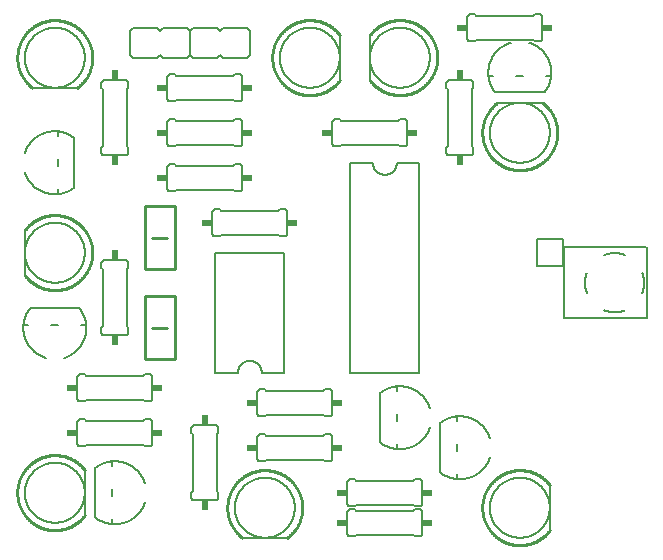
<source format=gto>
G75*
%MOIN*%
%OFA0B0*%
%FSLAX25Y25*%
%IPPOS*%
%LPD*%
%AMOC8*
5,1,8,0,0,1.08239X$1,22.5*
%
%ADD10C,0.00800*%
%ADD11C,0.01000*%
%ADD12C,0.00600*%
%ADD13R,0.02400X0.03400*%
%ADD14R,0.03400X0.02400*%
%ADD15C,0.00500*%
D10*
X0050433Y0032933D02*
X0050433Y0047933D01*
X0102933Y0025433D02*
X0117933Y0025433D01*
X0205433Y0027933D02*
X0205433Y0042933D01*
X0210158Y0098622D02*
X0210158Y0122244D01*
X0210276Y0122244D02*
X0237638Y0122244D01*
X0237717Y0122244D02*
X0237717Y0098622D01*
X0237638Y0098622D02*
X0210276Y0098622D01*
X0217759Y0107066D02*
X0217680Y0107290D01*
X0217607Y0107516D01*
X0217540Y0107743D01*
X0217478Y0107971D01*
X0217421Y0108201D01*
X0217370Y0108433D01*
X0217325Y0108665D01*
X0217285Y0108899D01*
X0217251Y0109134D01*
X0217223Y0109369D01*
X0217200Y0109605D01*
X0217183Y0109841D01*
X0217171Y0110078D01*
X0217166Y0110315D01*
X0217166Y0110551D01*
X0217171Y0110788D01*
X0217183Y0111025D01*
X0217200Y0111261D01*
X0217223Y0111497D01*
X0217251Y0111732D01*
X0217285Y0111967D01*
X0217325Y0112201D01*
X0217370Y0112433D01*
X0217421Y0112665D01*
X0217478Y0112895D01*
X0217540Y0113123D01*
X0217607Y0113350D01*
X0217680Y0113576D01*
X0217759Y0113800D01*
X0236257Y0113800D02*
X0236336Y0113576D01*
X0236409Y0113350D01*
X0236476Y0113123D01*
X0236538Y0112895D01*
X0236595Y0112665D01*
X0236646Y0112433D01*
X0236691Y0112201D01*
X0236731Y0111967D01*
X0236765Y0111732D01*
X0236793Y0111497D01*
X0236816Y0111261D01*
X0236833Y0111025D01*
X0236845Y0110788D01*
X0236850Y0110551D01*
X0236850Y0110315D01*
X0236845Y0110078D01*
X0236833Y0109841D01*
X0236816Y0109605D01*
X0236793Y0109369D01*
X0236765Y0109134D01*
X0236731Y0108899D01*
X0236691Y0108665D01*
X0236646Y0108433D01*
X0236595Y0108201D01*
X0236538Y0107971D01*
X0236476Y0107743D01*
X0236409Y0107516D01*
X0236336Y0107290D01*
X0236257Y0107066D01*
X0230375Y0119682D02*
X0230151Y0119761D01*
X0229925Y0119834D01*
X0229698Y0119901D01*
X0229470Y0119963D01*
X0229240Y0120020D01*
X0229008Y0120071D01*
X0228776Y0120116D01*
X0228542Y0120156D01*
X0228307Y0120190D01*
X0228072Y0120218D01*
X0227836Y0120241D01*
X0227600Y0120258D01*
X0227363Y0120270D01*
X0227126Y0120275D01*
X0226890Y0120275D01*
X0226653Y0120270D01*
X0226416Y0120258D01*
X0226180Y0120241D01*
X0225944Y0120218D01*
X0225709Y0120190D01*
X0225474Y0120156D01*
X0225240Y0120116D01*
X0225008Y0120071D01*
X0224776Y0120020D01*
X0224546Y0119963D01*
X0224318Y0119901D01*
X0224091Y0119834D01*
X0223865Y0119761D01*
X0223641Y0119682D01*
X0223641Y0101184D02*
X0223865Y0101105D01*
X0224091Y0101032D01*
X0224318Y0100965D01*
X0224546Y0100903D01*
X0224776Y0100846D01*
X0225008Y0100795D01*
X0225240Y0100750D01*
X0225474Y0100710D01*
X0225709Y0100676D01*
X0225944Y0100648D01*
X0226180Y0100625D01*
X0226416Y0100608D01*
X0226653Y0100596D01*
X0226890Y0100591D01*
X0227126Y0100591D01*
X0227363Y0100596D01*
X0227600Y0100608D01*
X0227836Y0100625D01*
X0228072Y0100648D01*
X0228307Y0100676D01*
X0228542Y0100710D01*
X0228776Y0100750D01*
X0229008Y0100795D01*
X0229240Y0100846D01*
X0229470Y0100903D01*
X0229698Y0100965D01*
X0229925Y0101032D01*
X0230151Y0101105D01*
X0230375Y0101184D01*
X0209764Y0115906D02*
X0201102Y0115906D01*
X0201102Y0124961D01*
X0209764Y0124961D01*
X0209764Y0115906D01*
X0202933Y0170433D02*
X0187933Y0170433D01*
X0145433Y0177933D02*
X0145433Y0192933D01*
X0135433Y0192933D02*
X0135433Y0177933D01*
X0047933Y0175433D02*
X0032933Y0175433D01*
X0030433Y0127933D02*
X0030433Y0112933D01*
D11*
X0050433Y0047933D02*
X0050246Y0048176D01*
X0050054Y0048414D01*
X0049855Y0048647D01*
X0049651Y0048875D01*
X0049442Y0049098D01*
X0049227Y0049316D01*
X0049007Y0049529D01*
X0048782Y0049736D01*
X0048551Y0049938D01*
X0048316Y0050134D01*
X0048076Y0050324D01*
X0047832Y0050508D01*
X0047583Y0050686D01*
X0047329Y0050858D01*
X0047072Y0051024D01*
X0046811Y0051184D01*
X0046546Y0051337D01*
X0046277Y0051483D01*
X0046004Y0051623D01*
X0045729Y0051756D01*
X0045450Y0051882D01*
X0045168Y0052002D01*
X0044883Y0052114D01*
X0044596Y0052219D01*
X0044306Y0052318D01*
X0044014Y0052409D01*
X0043719Y0052493D01*
X0043423Y0052570D01*
X0043125Y0052640D01*
X0042825Y0052702D01*
X0042524Y0052757D01*
X0042222Y0052804D01*
X0041918Y0052844D01*
X0041614Y0052877D01*
X0041309Y0052902D01*
X0041003Y0052920D01*
X0040697Y0052930D01*
X0040391Y0052933D01*
X0040085Y0052928D01*
X0039779Y0052916D01*
X0039473Y0052896D01*
X0039169Y0052869D01*
X0038864Y0052834D01*
X0038561Y0052792D01*
X0038259Y0052743D01*
X0037958Y0052686D01*
X0037659Y0052621D01*
X0037361Y0052550D01*
X0037066Y0052471D01*
X0036772Y0052385D01*
X0036480Y0052292D01*
X0036191Y0052191D01*
X0035904Y0052084D01*
X0035620Y0051969D01*
X0035339Y0051848D01*
X0035061Y0051720D01*
X0034786Y0051585D01*
X0034515Y0051443D01*
X0034247Y0051295D01*
X0033983Y0051140D01*
X0033723Y0050979D01*
X0033467Y0050812D01*
X0033214Y0050638D01*
X0032967Y0050458D01*
X0032723Y0050272D01*
X0032485Y0050081D01*
X0032251Y0049883D01*
X0032022Y0049680D01*
X0031798Y0049471D01*
X0031579Y0049257D01*
X0031366Y0049037D01*
X0031158Y0048813D01*
X0030955Y0048583D01*
X0030759Y0048349D01*
X0030568Y0048109D01*
X0030383Y0047866D01*
X0030204Y0047617D01*
X0030031Y0047365D01*
X0029864Y0047108D01*
X0029704Y0046847D01*
X0029550Y0046582D01*
X0029403Y0046314D01*
X0029262Y0046042D01*
X0029128Y0045767D01*
X0029001Y0045488D01*
X0028880Y0045207D01*
X0028767Y0044922D01*
X0028661Y0044635D01*
X0028561Y0044346D01*
X0028469Y0044054D01*
X0028384Y0043760D01*
X0028306Y0043464D01*
X0028235Y0043166D01*
X0028172Y0042866D01*
X0028116Y0042565D01*
X0028068Y0042263D01*
X0028027Y0041960D01*
X0027993Y0041656D01*
X0027967Y0041351D01*
X0027948Y0041045D01*
X0027937Y0040739D01*
X0027933Y0040433D01*
X0027937Y0040127D01*
X0027948Y0039821D01*
X0027967Y0039515D01*
X0027993Y0039210D01*
X0028027Y0038906D01*
X0028068Y0038603D01*
X0028116Y0038301D01*
X0028172Y0038000D01*
X0028235Y0037700D01*
X0028306Y0037402D01*
X0028384Y0037106D01*
X0028469Y0036812D01*
X0028561Y0036520D01*
X0028661Y0036231D01*
X0028767Y0035944D01*
X0028880Y0035659D01*
X0029001Y0035378D01*
X0029128Y0035099D01*
X0029262Y0034824D01*
X0029403Y0034552D01*
X0029550Y0034284D01*
X0029704Y0034019D01*
X0029864Y0033758D01*
X0030031Y0033501D01*
X0030204Y0033249D01*
X0030383Y0033000D01*
X0030568Y0032757D01*
X0030759Y0032517D01*
X0030955Y0032283D01*
X0031158Y0032053D01*
X0031366Y0031829D01*
X0031579Y0031609D01*
X0031798Y0031395D01*
X0032022Y0031186D01*
X0032251Y0030983D01*
X0032485Y0030785D01*
X0032723Y0030594D01*
X0032967Y0030408D01*
X0033214Y0030228D01*
X0033467Y0030054D01*
X0033723Y0029887D01*
X0033983Y0029726D01*
X0034247Y0029571D01*
X0034515Y0029423D01*
X0034786Y0029281D01*
X0035061Y0029146D01*
X0035339Y0029018D01*
X0035620Y0028897D01*
X0035904Y0028782D01*
X0036191Y0028675D01*
X0036480Y0028574D01*
X0036772Y0028481D01*
X0037066Y0028395D01*
X0037361Y0028316D01*
X0037659Y0028245D01*
X0037958Y0028180D01*
X0038259Y0028123D01*
X0038561Y0028074D01*
X0038864Y0028032D01*
X0039169Y0027997D01*
X0039473Y0027970D01*
X0039779Y0027950D01*
X0040085Y0027938D01*
X0040391Y0027933D01*
X0040697Y0027936D01*
X0041003Y0027946D01*
X0041309Y0027964D01*
X0041614Y0027989D01*
X0041918Y0028022D01*
X0042222Y0028062D01*
X0042524Y0028109D01*
X0042825Y0028164D01*
X0043125Y0028226D01*
X0043423Y0028296D01*
X0043719Y0028373D01*
X0044014Y0028457D01*
X0044306Y0028548D01*
X0044596Y0028647D01*
X0044883Y0028752D01*
X0045168Y0028864D01*
X0045450Y0028984D01*
X0045729Y0029110D01*
X0046004Y0029243D01*
X0046277Y0029383D01*
X0046546Y0029529D01*
X0046811Y0029682D01*
X0047072Y0029842D01*
X0047329Y0030008D01*
X0047583Y0030180D01*
X0047832Y0030358D01*
X0048076Y0030542D01*
X0048316Y0030732D01*
X0048551Y0030928D01*
X0048782Y0031130D01*
X0049007Y0031337D01*
X0049227Y0031550D01*
X0049442Y0031768D01*
X0049651Y0031991D01*
X0049855Y0032219D01*
X0050054Y0032452D01*
X0050246Y0032690D01*
X0050433Y0032933D01*
X0102933Y0025433D02*
X0102690Y0025620D01*
X0102452Y0025812D01*
X0102219Y0026011D01*
X0101991Y0026215D01*
X0101768Y0026424D01*
X0101550Y0026639D01*
X0101337Y0026859D01*
X0101130Y0027084D01*
X0100928Y0027315D01*
X0100732Y0027550D01*
X0100542Y0027790D01*
X0100358Y0028034D01*
X0100180Y0028283D01*
X0100008Y0028537D01*
X0099842Y0028794D01*
X0099682Y0029055D01*
X0099529Y0029320D01*
X0099383Y0029589D01*
X0099243Y0029862D01*
X0099110Y0030137D01*
X0098984Y0030416D01*
X0098864Y0030698D01*
X0098752Y0030983D01*
X0098647Y0031270D01*
X0098548Y0031560D01*
X0098457Y0031852D01*
X0098373Y0032147D01*
X0098296Y0032443D01*
X0098226Y0032741D01*
X0098164Y0033041D01*
X0098109Y0033342D01*
X0098062Y0033644D01*
X0098022Y0033948D01*
X0097989Y0034252D01*
X0097964Y0034557D01*
X0097946Y0034863D01*
X0097936Y0035169D01*
X0097933Y0035475D01*
X0097938Y0035781D01*
X0097950Y0036087D01*
X0097970Y0036393D01*
X0097997Y0036697D01*
X0098032Y0037002D01*
X0098074Y0037305D01*
X0098123Y0037607D01*
X0098180Y0037908D01*
X0098245Y0038207D01*
X0098316Y0038505D01*
X0098395Y0038800D01*
X0098481Y0039094D01*
X0098574Y0039386D01*
X0098675Y0039675D01*
X0098782Y0039962D01*
X0098897Y0040246D01*
X0099018Y0040527D01*
X0099146Y0040805D01*
X0099281Y0041080D01*
X0099423Y0041351D01*
X0099571Y0041619D01*
X0099726Y0041883D01*
X0099887Y0042143D01*
X0100054Y0042399D01*
X0100228Y0042652D01*
X0100408Y0042899D01*
X0100594Y0043143D01*
X0100785Y0043381D01*
X0100983Y0043615D01*
X0101186Y0043844D01*
X0101395Y0044068D01*
X0101609Y0044287D01*
X0101829Y0044500D01*
X0102053Y0044708D01*
X0102283Y0044911D01*
X0102517Y0045107D01*
X0102757Y0045298D01*
X0103000Y0045483D01*
X0103249Y0045662D01*
X0103501Y0045835D01*
X0103758Y0046002D01*
X0104019Y0046162D01*
X0104284Y0046316D01*
X0104552Y0046463D01*
X0104824Y0046604D01*
X0105099Y0046738D01*
X0105378Y0046865D01*
X0105659Y0046986D01*
X0105944Y0047099D01*
X0106231Y0047205D01*
X0106520Y0047305D01*
X0106812Y0047397D01*
X0107106Y0047482D01*
X0107402Y0047560D01*
X0107700Y0047631D01*
X0108000Y0047694D01*
X0108301Y0047750D01*
X0108603Y0047798D01*
X0108906Y0047839D01*
X0109210Y0047873D01*
X0109515Y0047899D01*
X0109821Y0047918D01*
X0110127Y0047929D01*
X0110433Y0047933D01*
X0110739Y0047929D01*
X0111045Y0047918D01*
X0111351Y0047899D01*
X0111656Y0047873D01*
X0111960Y0047839D01*
X0112263Y0047798D01*
X0112565Y0047750D01*
X0112866Y0047694D01*
X0113166Y0047631D01*
X0113464Y0047560D01*
X0113760Y0047482D01*
X0114054Y0047397D01*
X0114346Y0047305D01*
X0114635Y0047205D01*
X0114922Y0047099D01*
X0115207Y0046986D01*
X0115488Y0046865D01*
X0115767Y0046738D01*
X0116042Y0046604D01*
X0116314Y0046463D01*
X0116582Y0046316D01*
X0116847Y0046162D01*
X0117108Y0046002D01*
X0117365Y0045835D01*
X0117617Y0045662D01*
X0117866Y0045483D01*
X0118109Y0045298D01*
X0118349Y0045107D01*
X0118583Y0044911D01*
X0118813Y0044708D01*
X0119037Y0044500D01*
X0119257Y0044287D01*
X0119471Y0044068D01*
X0119680Y0043844D01*
X0119883Y0043615D01*
X0120081Y0043381D01*
X0120272Y0043143D01*
X0120458Y0042899D01*
X0120638Y0042652D01*
X0120812Y0042399D01*
X0120979Y0042143D01*
X0121140Y0041883D01*
X0121295Y0041619D01*
X0121443Y0041351D01*
X0121585Y0041080D01*
X0121720Y0040805D01*
X0121848Y0040527D01*
X0121969Y0040246D01*
X0122084Y0039962D01*
X0122191Y0039675D01*
X0122292Y0039386D01*
X0122385Y0039094D01*
X0122471Y0038800D01*
X0122550Y0038505D01*
X0122621Y0038207D01*
X0122686Y0037908D01*
X0122743Y0037607D01*
X0122792Y0037305D01*
X0122834Y0037002D01*
X0122869Y0036697D01*
X0122896Y0036393D01*
X0122916Y0036087D01*
X0122928Y0035781D01*
X0122933Y0035475D01*
X0122930Y0035169D01*
X0122920Y0034863D01*
X0122902Y0034557D01*
X0122877Y0034252D01*
X0122844Y0033948D01*
X0122804Y0033644D01*
X0122757Y0033342D01*
X0122702Y0033041D01*
X0122640Y0032741D01*
X0122570Y0032443D01*
X0122493Y0032147D01*
X0122409Y0031852D01*
X0122318Y0031560D01*
X0122219Y0031270D01*
X0122114Y0030983D01*
X0122002Y0030698D01*
X0121882Y0030416D01*
X0121756Y0030137D01*
X0121623Y0029862D01*
X0121483Y0029589D01*
X0121337Y0029320D01*
X0121184Y0029055D01*
X0121024Y0028794D01*
X0120858Y0028537D01*
X0120686Y0028283D01*
X0120508Y0028034D01*
X0120324Y0027790D01*
X0120134Y0027550D01*
X0119938Y0027315D01*
X0119736Y0027084D01*
X0119529Y0026859D01*
X0119316Y0026639D01*
X0119098Y0026424D01*
X0118875Y0026215D01*
X0118647Y0026011D01*
X0118414Y0025812D01*
X0118176Y0025620D01*
X0117933Y0025433D01*
X0080433Y0084933D02*
X0070433Y0084933D01*
X0070433Y0105933D01*
X0080433Y0105933D01*
X0080433Y0084933D01*
X0077933Y0095433D02*
X0072933Y0095433D01*
X0070433Y0114933D02*
X0070433Y0135933D01*
X0080433Y0135933D01*
X0080433Y0114933D01*
X0070433Y0114933D01*
X0072933Y0125433D02*
X0077933Y0125433D01*
X0030433Y0127933D02*
X0030620Y0128176D01*
X0030812Y0128414D01*
X0031011Y0128647D01*
X0031215Y0128875D01*
X0031424Y0129098D01*
X0031639Y0129316D01*
X0031859Y0129529D01*
X0032084Y0129736D01*
X0032315Y0129938D01*
X0032550Y0130134D01*
X0032790Y0130324D01*
X0033034Y0130508D01*
X0033283Y0130686D01*
X0033537Y0130858D01*
X0033794Y0131024D01*
X0034055Y0131184D01*
X0034320Y0131337D01*
X0034589Y0131483D01*
X0034862Y0131623D01*
X0035137Y0131756D01*
X0035416Y0131882D01*
X0035698Y0132002D01*
X0035983Y0132114D01*
X0036270Y0132219D01*
X0036560Y0132318D01*
X0036852Y0132409D01*
X0037147Y0132493D01*
X0037443Y0132570D01*
X0037741Y0132640D01*
X0038041Y0132702D01*
X0038342Y0132757D01*
X0038644Y0132804D01*
X0038948Y0132844D01*
X0039252Y0132877D01*
X0039557Y0132902D01*
X0039863Y0132920D01*
X0040169Y0132930D01*
X0040475Y0132933D01*
X0040781Y0132928D01*
X0041087Y0132916D01*
X0041393Y0132896D01*
X0041697Y0132869D01*
X0042002Y0132834D01*
X0042305Y0132792D01*
X0042607Y0132743D01*
X0042908Y0132686D01*
X0043207Y0132621D01*
X0043505Y0132550D01*
X0043800Y0132471D01*
X0044094Y0132385D01*
X0044386Y0132292D01*
X0044675Y0132191D01*
X0044962Y0132084D01*
X0045246Y0131969D01*
X0045527Y0131848D01*
X0045805Y0131720D01*
X0046080Y0131585D01*
X0046351Y0131443D01*
X0046619Y0131295D01*
X0046883Y0131140D01*
X0047143Y0130979D01*
X0047399Y0130812D01*
X0047652Y0130638D01*
X0047899Y0130458D01*
X0048143Y0130272D01*
X0048381Y0130081D01*
X0048615Y0129883D01*
X0048844Y0129680D01*
X0049068Y0129471D01*
X0049287Y0129257D01*
X0049500Y0129037D01*
X0049708Y0128813D01*
X0049911Y0128583D01*
X0050107Y0128349D01*
X0050298Y0128109D01*
X0050483Y0127866D01*
X0050662Y0127617D01*
X0050835Y0127365D01*
X0051002Y0127108D01*
X0051162Y0126847D01*
X0051316Y0126582D01*
X0051463Y0126314D01*
X0051604Y0126042D01*
X0051738Y0125767D01*
X0051865Y0125488D01*
X0051986Y0125207D01*
X0052099Y0124922D01*
X0052205Y0124635D01*
X0052305Y0124346D01*
X0052397Y0124054D01*
X0052482Y0123760D01*
X0052560Y0123464D01*
X0052631Y0123166D01*
X0052694Y0122866D01*
X0052750Y0122565D01*
X0052798Y0122263D01*
X0052839Y0121960D01*
X0052873Y0121656D01*
X0052899Y0121351D01*
X0052918Y0121045D01*
X0052929Y0120739D01*
X0052933Y0120433D01*
X0052929Y0120127D01*
X0052918Y0119821D01*
X0052899Y0119515D01*
X0052873Y0119210D01*
X0052839Y0118906D01*
X0052798Y0118603D01*
X0052750Y0118301D01*
X0052694Y0118000D01*
X0052631Y0117700D01*
X0052560Y0117402D01*
X0052482Y0117106D01*
X0052397Y0116812D01*
X0052305Y0116520D01*
X0052205Y0116231D01*
X0052099Y0115944D01*
X0051986Y0115659D01*
X0051865Y0115378D01*
X0051738Y0115099D01*
X0051604Y0114824D01*
X0051463Y0114552D01*
X0051316Y0114284D01*
X0051162Y0114019D01*
X0051002Y0113758D01*
X0050835Y0113501D01*
X0050662Y0113249D01*
X0050483Y0113000D01*
X0050298Y0112757D01*
X0050107Y0112517D01*
X0049911Y0112283D01*
X0049708Y0112053D01*
X0049500Y0111829D01*
X0049287Y0111609D01*
X0049068Y0111395D01*
X0048844Y0111186D01*
X0048615Y0110983D01*
X0048381Y0110785D01*
X0048143Y0110594D01*
X0047899Y0110408D01*
X0047652Y0110228D01*
X0047399Y0110054D01*
X0047143Y0109887D01*
X0046883Y0109726D01*
X0046619Y0109571D01*
X0046351Y0109423D01*
X0046080Y0109281D01*
X0045805Y0109146D01*
X0045527Y0109018D01*
X0045246Y0108897D01*
X0044962Y0108782D01*
X0044675Y0108675D01*
X0044386Y0108574D01*
X0044094Y0108481D01*
X0043800Y0108395D01*
X0043505Y0108316D01*
X0043207Y0108245D01*
X0042908Y0108180D01*
X0042607Y0108123D01*
X0042305Y0108074D01*
X0042002Y0108032D01*
X0041697Y0107997D01*
X0041393Y0107970D01*
X0041087Y0107950D01*
X0040781Y0107938D01*
X0040475Y0107933D01*
X0040169Y0107936D01*
X0039863Y0107946D01*
X0039557Y0107964D01*
X0039252Y0107989D01*
X0038948Y0108022D01*
X0038644Y0108062D01*
X0038342Y0108109D01*
X0038041Y0108164D01*
X0037741Y0108226D01*
X0037443Y0108296D01*
X0037147Y0108373D01*
X0036852Y0108457D01*
X0036560Y0108548D01*
X0036270Y0108647D01*
X0035983Y0108752D01*
X0035698Y0108864D01*
X0035416Y0108984D01*
X0035137Y0109110D01*
X0034862Y0109243D01*
X0034589Y0109383D01*
X0034320Y0109529D01*
X0034055Y0109682D01*
X0033794Y0109842D01*
X0033537Y0110008D01*
X0033283Y0110180D01*
X0033034Y0110358D01*
X0032790Y0110542D01*
X0032550Y0110732D01*
X0032315Y0110928D01*
X0032084Y0111130D01*
X0031859Y0111337D01*
X0031639Y0111550D01*
X0031424Y0111768D01*
X0031215Y0111991D01*
X0031011Y0112219D01*
X0030812Y0112452D01*
X0030620Y0112690D01*
X0030433Y0112933D01*
X0032933Y0175433D02*
X0032690Y0175620D01*
X0032452Y0175812D01*
X0032219Y0176011D01*
X0031991Y0176215D01*
X0031768Y0176424D01*
X0031550Y0176639D01*
X0031337Y0176859D01*
X0031130Y0177084D01*
X0030928Y0177315D01*
X0030732Y0177550D01*
X0030542Y0177790D01*
X0030358Y0178034D01*
X0030180Y0178283D01*
X0030008Y0178537D01*
X0029842Y0178794D01*
X0029682Y0179055D01*
X0029529Y0179320D01*
X0029383Y0179589D01*
X0029243Y0179862D01*
X0029110Y0180137D01*
X0028984Y0180416D01*
X0028864Y0180698D01*
X0028752Y0180983D01*
X0028647Y0181270D01*
X0028548Y0181560D01*
X0028457Y0181852D01*
X0028373Y0182147D01*
X0028296Y0182443D01*
X0028226Y0182741D01*
X0028164Y0183041D01*
X0028109Y0183342D01*
X0028062Y0183644D01*
X0028022Y0183948D01*
X0027989Y0184252D01*
X0027964Y0184557D01*
X0027946Y0184863D01*
X0027936Y0185169D01*
X0027933Y0185475D01*
X0027938Y0185781D01*
X0027950Y0186087D01*
X0027970Y0186393D01*
X0027997Y0186697D01*
X0028032Y0187002D01*
X0028074Y0187305D01*
X0028123Y0187607D01*
X0028180Y0187908D01*
X0028245Y0188207D01*
X0028316Y0188505D01*
X0028395Y0188800D01*
X0028481Y0189094D01*
X0028574Y0189386D01*
X0028675Y0189675D01*
X0028782Y0189962D01*
X0028897Y0190246D01*
X0029018Y0190527D01*
X0029146Y0190805D01*
X0029281Y0191080D01*
X0029423Y0191351D01*
X0029571Y0191619D01*
X0029726Y0191883D01*
X0029887Y0192143D01*
X0030054Y0192399D01*
X0030228Y0192652D01*
X0030408Y0192899D01*
X0030594Y0193143D01*
X0030785Y0193381D01*
X0030983Y0193615D01*
X0031186Y0193844D01*
X0031395Y0194068D01*
X0031609Y0194287D01*
X0031829Y0194500D01*
X0032053Y0194708D01*
X0032283Y0194911D01*
X0032517Y0195107D01*
X0032757Y0195298D01*
X0033000Y0195483D01*
X0033249Y0195662D01*
X0033501Y0195835D01*
X0033758Y0196002D01*
X0034019Y0196162D01*
X0034284Y0196316D01*
X0034552Y0196463D01*
X0034824Y0196604D01*
X0035099Y0196738D01*
X0035378Y0196865D01*
X0035659Y0196986D01*
X0035944Y0197099D01*
X0036231Y0197205D01*
X0036520Y0197305D01*
X0036812Y0197397D01*
X0037106Y0197482D01*
X0037402Y0197560D01*
X0037700Y0197631D01*
X0038000Y0197694D01*
X0038301Y0197750D01*
X0038603Y0197798D01*
X0038906Y0197839D01*
X0039210Y0197873D01*
X0039515Y0197899D01*
X0039821Y0197918D01*
X0040127Y0197929D01*
X0040433Y0197933D01*
X0040739Y0197929D01*
X0041045Y0197918D01*
X0041351Y0197899D01*
X0041656Y0197873D01*
X0041960Y0197839D01*
X0042263Y0197798D01*
X0042565Y0197750D01*
X0042866Y0197694D01*
X0043166Y0197631D01*
X0043464Y0197560D01*
X0043760Y0197482D01*
X0044054Y0197397D01*
X0044346Y0197305D01*
X0044635Y0197205D01*
X0044922Y0197099D01*
X0045207Y0196986D01*
X0045488Y0196865D01*
X0045767Y0196738D01*
X0046042Y0196604D01*
X0046314Y0196463D01*
X0046582Y0196316D01*
X0046847Y0196162D01*
X0047108Y0196002D01*
X0047365Y0195835D01*
X0047617Y0195662D01*
X0047866Y0195483D01*
X0048109Y0195298D01*
X0048349Y0195107D01*
X0048583Y0194911D01*
X0048813Y0194708D01*
X0049037Y0194500D01*
X0049257Y0194287D01*
X0049471Y0194068D01*
X0049680Y0193844D01*
X0049883Y0193615D01*
X0050081Y0193381D01*
X0050272Y0193143D01*
X0050458Y0192899D01*
X0050638Y0192652D01*
X0050812Y0192399D01*
X0050979Y0192143D01*
X0051140Y0191883D01*
X0051295Y0191619D01*
X0051443Y0191351D01*
X0051585Y0191080D01*
X0051720Y0190805D01*
X0051848Y0190527D01*
X0051969Y0190246D01*
X0052084Y0189962D01*
X0052191Y0189675D01*
X0052292Y0189386D01*
X0052385Y0189094D01*
X0052471Y0188800D01*
X0052550Y0188505D01*
X0052621Y0188207D01*
X0052686Y0187908D01*
X0052743Y0187607D01*
X0052792Y0187305D01*
X0052834Y0187002D01*
X0052869Y0186697D01*
X0052896Y0186393D01*
X0052916Y0186087D01*
X0052928Y0185781D01*
X0052933Y0185475D01*
X0052930Y0185169D01*
X0052920Y0184863D01*
X0052902Y0184557D01*
X0052877Y0184252D01*
X0052844Y0183948D01*
X0052804Y0183644D01*
X0052757Y0183342D01*
X0052702Y0183041D01*
X0052640Y0182741D01*
X0052570Y0182443D01*
X0052493Y0182147D01*
X0052409Y0181852D01*
X0052318Y0181560D01*
X0052219Y0181270D01*
X0052114Y0180983D01*
X0052002Y0180698D01*
X0051882Y0180416D01*
X0051756Y0180137D01*
X0051623Y0179862D01*
X0051483Y0179589D01*
X0051337Y0179320D01*
X0051184Y0179055D01*
X0051024Y0178794D01*
X0050858Y0178537D01*
X0050686Y0178283D01*
X0050508Y0178034D01*
X0050324Y0177790D01*
X0050134Y0177550D01*
X0049938Y0177315D01*
X0049736Y0177084D01*
X0049529Y0176859D01*
X0049316Y0176639D01*
X0049098Y0176424D01*
X0048875Y0176215D01*
X0048647Y0176011D01*
X0048414Y0175812D01*
X0048176Y0175620D01*
X0047933Y0175433D01*
X0135433Y0177933D02*
X0135246Y0177690D01*
X0135054Y0177452D01*
X0134855Y0177219D01*
X0134651Y0176991D01*
X0134442Y0176768D01*
X0134227Y0176550D01*
X0134007Y0176337D01*
X0133782Y0176130D01*
X0133551Y0175928D01*
X0133316Y0175732D01*
X0133076Y0175542D01*
X0132832Y0175358D01*
X0132583Y0175180D01*
X0132329Y0175008D01*
X0132072Y0174842D01*
X0131811Y0174682D01*
X0131546Y0174529D01*
X0131277Y0174383D01*
X0131004Y0174243D01*
X0130729Y0174110D01*
X0130450Y0173984D01*
X0130168Y0173864D01*
X0129883Y0173752D01*
X0129596Y0173647D01*
X0129306Y0173548D01*
X0129014Y0173457D01*
X0128719Y0173373D01*
X0128423Y0173296D01*
X0128125Y0173226D01*
X0127825Y0173164D01*
X0127524Y0173109D01*
X0127222Y0173062D01*
X0126918Y0173022D01*
X0126614Y0172989D01*
X0126309Y0172964D01*
X0126003Y0172946D01*
X0125697Y0172936D01*
X0125391Y0172933D01*
X0125085Y0172938D01*
X0124779Y0172950D01*
X0124473Y0172970D01*
X0124169Y0172997D01*
X0123864Y0173032D01*
X0123561Y0173074D01*
X0123259Y0173123D01*
X0122958Y0173180D01*
X0122659Y0173245D01*
X0122361Y0173316D01*
X0122066Y0173395D01*
X0121772Y0173481D01*
X0121480Y0173574D01*
X0121191Y0173675D01*
X0120904Y0173782D01*
X0120620Y0173897D01*
X0120339Y0174018D01*
X0120061Y0174146D01*
X0119786Y0174281D01*
X0119515Y0174423D01*
X0119247Y0174571D01*
X0118983Y0174726D01*
X0118723Y0174887D01*
X0118467Y0175054D01*
X0118214Y0175228D01*
X0117967Y0175408D01*
X0117723Y0175594D01*
X0117485Y0175785D01*
X0117251Y0175983D01*
X0117022Y0176186D01*
X0116798Y0176395D01*
X0116579Y0176609D01*
X0116366Y0176829D01*
X0116158Y0177053D01*
X0115955Y0177283D01*
X0115759Y0177517D01*
X0115568Y0177757D01*
X0115383Y0178000D01*
X0115204Y0178249D01*
X0115031Y0178501D01*
X0114864Y0178758D01*
X0114704Y0179019D01*
X0114550Y0179284D01*
X0114403Y0179552D01*
X0114262Y0179824D01*
X0114128Y0180099D01*
X0114001Y0180378D01*
X0113880Y0180659D01*
X0113767Y0180944D01*
X0113661Y0181231D01*
X0113561Y0181520D01*
X0113469Y0181812D01*
X0113384Y0182106D01*
X0113306Y0182402D01*
X0113235Y0182700D01*
X0113172Y0183000D01*
X0113116Y0183301D01*
X0113068Y0183603D01*
X0113027Y0183906D01*
X0112993Y0184210D01*
X0112967Y0184515D01*
X0112948Y0184821D01*
X0112937Y0185127D01*
X0112933Y0185433D01*
X0112937Y0185739D01*
X0112948Y0186045D01*
X0112967Y0186351D01*
X0112993Y0186656D01*
X0113027Y0186960D01*
X0113068Y0187263D01*
X0113116Y0187565D01*
X0113172Y0187866D01*
X0113235Y0188166D01*
X0113306Y0188464D01*
X0113384Y0188760D01*
X0113469Y0189054D01*
X0113561Y0189346D01*
X0113661Y0189635D01*
X0113767Y0189922D01*
X0113880Y0190207D01*
X0114001Y0190488D01*
X0114128Y0190767D01*
X0114262Y0191042D01*
X0114403Y0191314D01*
X0114550Y0191582D01*
X0114704Y0191847D01*
X0114864Y0192108D01*
X0115031Y0192365D01*
X0115204Y0192617D01*
X0115383Y0192866D01*
X0115568Y0193109D01*
X0115759Y0193349D01*
X0115955Y0193583D01*
X0116158Y0193813D01*
X0116366Y0194037D01*
X0116579Y0194257D01*
X0116798Y0194471D01*
X0117022Y0194680D01*
X0117251Y0194883D01*
X0117485Y0195081D01*
X0117723Y0195272D01*
X0117967Y0195458D01*
X0118214Y0195638D01*
X0118467Y0195812D01*
X0118723Y0195979D01*
X0118983Y0196140D01*
X0119247Y0196295D01*
X0119515Y0196443D01*
X0119786Y0196585D01*
X0120061Y0196720D01*
X0120339Y0196848D01*
X0120620Y0196969D01*
X0120904Y0197084D01*
X0121191Y0197191D01*
X0121480Y0197292D01*
X0121772Y0197385D01*
X0122066Y0197471D01*
X0122361Y0197550D01*
X0122659Y0197621D01*
X0122958Y0197686D01*
X0123259Y0197743D01*
X0123561Y0197792D01*
X0123864Y0197834D01*
X0124169Y0197869D01*
X0124473Y0197896D01*
X0124779Y0197916D01*
X0125085Y0197928D01*
X0125391Y0197933D01*
X0125697Y0197930D01*
X0126003Y0197920D01*
X0126309Y0197902D01*
X0126614Y0197877D01*
X0126918Y0197844D01*
X0127222Y0197804D01*
X0127524Y0197757D01*
X0127825Y0197702D01*
X0128125Y0197640D01*
X0128423Y0197570D01*
X0128719Y0197493D01*
X0129014Y0197409D01*
X0129306Y0197318D01*
X0129596Y0197219D01*
X0129883Y0197114D01*
X0130168Y0197002D01*
X0130450Y0196882D01*
X0130729Y0196756D01*
X0131004Y0196623D01*
X0131277Y0196483D01*
X0131546Y0196337D01*
X0131811Y0196184D01*
X0132072Y0196024D01*
X0132329Y0195858D01*
X0132583Y0195686D01*
X0132832Y0195508D01*
X0133076Y0195324D01*
X0133316Y0195134D01*
X0133551Y0194938D01*
X0133782Y0194736D01*
X0134007Y0194529D01*
X0134227Y0194316D01*
X0134442Y0194098D01*
X0134651Y0193875D01*
X0134855Y0193647D01*
X0135054Y0193414D01*
X0135246Y0193176D01*
X0135433Y0192933D01*
X0145433Y0192933D02*
X0145620Y0193176D01*
X0145812Y0193414D01*
X0146011Y0193647D01*
X0146215Y0193875D01*
X0146424Y0194098D01*
X0146639Y0194316D01*
X0146859Y0194529D01*
X0147084Y0194736D01*
X0147315Y0194938D01*
X0147550Y0195134D01*
X0147790Y0195324D01*
X0148034Y0195508D01*
X0148283Y0195686D01*
X0148537Y0195858D01*
X0148794Y0196024D01*
X0149055Y0196184D01*
X0149320Y0196337D01*
X0149589Y0196483D01*
X0149862Y0196623D01*
X0150137Y0196756D01*
X0150416Y0196882D01*
X0150698Y0197002D01*
X0150983Y0197114D01*
X0151270Y0197219D01*
X0151560Y0197318D01*
X0151852Y0197409D01*
X0152147Y0197493D01*
X0152443Y0197570D01*
X0152741Y0197640D01*
X0153041Y0197702D01*
X0153342Y0197757D01*
X0153644Y0197804D01*
X0153948Y0197844D01*
X0154252Y0197877D01*
X0154557Y0197902D01*
X0154863Y0197920D01*
X0155169Y0197930D01*
X0155475Y0197933D01*
X0155781Y0197928D01*
X0156087Y0197916D01*
X0156393Y0197896D01*
X0156697Y0197869D01*
X0157002Y0197834D01*
X0157305Y0197792D01*
X0157607Y0197743D01*
X0157908Y0197686D01*
X0158207Y0197621D01*
X0158505Y0197550D01*
X0158800Y0197471D01*
X0159094Y0197385D01*
X0159386Y0197292D01*
X0159675Y0197191D01*
X0159962Y0197084D01*
X0160246Y0196969D01*
X0160527Y0196848D01*
X0160805Y0196720D01*
X0161080Y0196585D01*
X0161351Y0196443D01*
X0161619Y0196295D01*
X0161883Y0196140D01*
X0162143Y0195979D01*
X0162399Y0195812D01*
X0162652Y0195638D01*
X0162899Y0195458D01*
X0163143Y0195272D01*
X0163381Y0195081D01*
X0163615Y0194883D01*
X0163844Y0194680D01*
X0164068Y0194471D01*
X0164287Y0194257D01*
X0164500Y0194037D01*
X0164708Y0193813D01*
X0164911Y0193583D01*
X0165107Y0193349D01*
X0165298Y0193109D01*
X0165483Y0192866D01*
X0165662Y0192617D01*
X0165835Y0192365D01*
X0166002Y0192108D01*
X0166162Y0191847D01*
X0166316Y0191582D01*
X0166463Y0191314D01*
X0166604Y0191042D01*
X0166738Y0190767D01*
X0166865Y0190488D01*
X0166986Y0190207D01*
X0167099Y0189922D01*
X0167205Y0189635D01*
X0167305Y0189346D01*
X0167397Y0189054D01*
X0167482Y0188760D01*
X0167560Y0188464D01*
X0167631Y0188166D01*
X0167694Y0187866D01*
X0167750Y0187565D01*
X0167798Y0187263D01*
X0167839Y0186960D01*
X0167873Y0186656D01*
X0167899Y0186351D01*
X0167918Y0186045D01*
X0167929Y0185739D01*
X0167933Y0185433D01*
X0167929Y0185127D01*
X0167918Y0184821D01*
X0167899Y0184515D01*
X0167873Y0184210D01*
X0167839Y0183906D01*
X0167798Y0183603D01*
X0167750Y0183301D01*
X0167694Y0183000D01*
X0167631Y0182700D01*
X0167560Y0182402D01*
X0167482Y0182106D01*
X0167397Y0181812D01*
X0167305Y0181520D01*
X0167205Y0181231D01*
X0167099Y0180944D01*
X0166986Y0180659D01*
X0166865Y0180378D01*
X0166738Y0180099D01*
X0166604Y0179824D01*
X0166463Y0179552D01*
X0166316Y0179284D01*
X0166162Y0179019D01*
X0166002Y0178758D01*
X0165835Y0178501D01*
X0165662Y0178249D01*
X0165483Y0178000D01*
X0165298Y0177757D01*
X0165107Y0177517D01*
X0164911Y0177283D01*
X0164708Y0177053D01*
X0164500Y0176829D01*
X0164287Y0176609D01*
X0164068Y0176395D01*
X0163844Y0176186D01*
X0163615Y0175983D01*
X0163381Y0175785D01*
X0163143Y0175594D01*
X0162899Y0175408D01*
X0162652Y0175228D01*
X0162399Y0175054D01*
X0162143Y0174887D01*
X0161883Y0174726D01*
X0161619Y0174571D01*
X0161351Y0174423D01*
X0161080Y0174281D01*
X0160805Y0174146D01*
X0160527Y0174018D01*
X0160246Y0173897D01*
X0159962Y0173782D01*
X0159675Y0173675D01*
X0159386Y0173574D01*
X0159094Y0173481D01*
X0158800Y0173395D01*
X0158505Y0173316D01*
X0158207Y0173245D01*
X0157908Y0173180D01*
X0157607Y0173123D01*
X0157305Y0173074D01*
X0157002Y0173032D01*
X0156697Y0172997D01*
X0156393Y0172970D01*
X0156087Y0172950D01*
X0155781Y0172938D01*
X0155475Y0172933D01*
X0155169Y0172936D01*
X0154863Y0172946D01*
X0154557Y0172964D01*
X0154252Y0172989D01*
X0153948Y0173022D01*
X0153644Y0173062D01*
X0153342Y0173109D01*
X0153041Y0173164D01*
X0152741Y0173226D01*
X0152443Y0173296D01*
X0152147Y0173373D01*
X0151852Y0173457D01*
X0151560Y0173548D01*
X0151270Y0173647D01*
X0150983Y0173752D01*
X0150698Y0173864D01*
X0150416Y0173984D01*
X0150137Y0174110D01*
X0149862Y0174243D01*
X0149589Y0174383D01*
X0149320Y0174529D01*
X0149055Y0174682D01*
X0148794Y0174842D01*
X0148537Y0175008D01*
X0148283Y0175180D01*
X0148034Y0175358D01*
X0147790Y0175542D01*
X0147550Y0175732D01*
X0147315Y0175928D01*
X0147084Y0176130D01*
X0146859Y0176337D01*
X0146639Y0176550D01*
X0146424Y0176768D01*
X0146215Y0176991D01*
X0146011Y0177219D01*
X0145812Y0177452D01*
X0145620Y0177690D01*
X0145433Y0177933D01*
X0187933Y0170433D02*
X0187690Y0170246D01*
X0187452Y0170054D01*
X0187219Y0169855D01*
X0186991Y0169651D01*
X0186768Y0169442D01*
X0186550Y0169227D01*
X0186337Y0169007D01*
X0186130Y0168782D01*
X0185928Y0168551D01*
X0185732Y0168316D01*
X0185542Y0168076D01*
X0185358Y0167832D01*
X0185180Y0167583D01*
X0185008Y0167329D01*
X0184842Y0167072D01*
X0184682Y0166811D01*
X0184529Y0166546D01*
X0184383Y0166277D01*
X0184243Y0166004D01*
X0184110Y0165729D01*
X0183984Y0165450D01*
X0183864Y0165168D01*
X0183752Y0164883D01*
X0183647Y0164596D01*
X0183548Y0164306D01*
X0183457Y0164014D01*
X0183373Y0163719D01*
X0183296Y0163423D01*
X0183226Y0163125D01*
X0183164Y0162825D01*
X0183109Y0162524D01*
X0183062Y0162222D01*
X0183022Y0161918D01*
X0182989Y0161614D01*
X0182964Y0161309D01*
X0182946Y0161003D01*
X0182936Y0160697D01*
X0182933Y0160391D01*
X0182938Y0160085D01*
X0182950Y0159779D01*
X0182970Y0159473D01*
X0182997Y0159169D01*
X0183032Y0158864D01*
X0183074Y0158561D01*
X0183123Y0158259D01*
X0183180Y0157958D01*
X0183245Y0157659D01*
X0183316Y0157361D01*
X0183395Y0157066D01*
X0183481Y0156772D01*
X0183574Y0156480D01*
X0183675Y0156191D01*
X0183782Y0155904D01*
X0183897Y0155620D01*
X0184018Y0155339D01*
X0184146Y0155061D01*
X0184281Y0154786D01*
X0184423Y0154515D01*
X0184571Y0154247D01*
X0184726Y0153983D01*
X0184887Y0153723D01*
X0185054Y0153467D01*
X0185228Y0153214D01*
X0185408Y0152967D01*
X0185594Y0152723D01*
X0185785Y0152485D01*
X0185983Y0152251D01*
X0186186Y0152022D01*
X0186395Y0151798D01*
X0186609Y0151579D01*
X0186829Y0151366D01*
X0187053Y0151158D01*
X0187283Y0150955D01*
X0187517Y0150759D01*
X0187757Y0150568D01*
X0188000Y0150383D01*
X0188249Y0150204D01*
X0188501Y0150031D01*
X0188758Y0149864D01*
X0189019Y0149704D01*
X0189284Y0149550D01*
X0189552Y0149403D01*
X0189824Y0149262D01*
X0190099Y0149128D01*
X0190378Y0149001D01*
X0190659Y0148880D01*
X0190944Y0148767D01*
X0191231Y0148661D01*
X0191520Y0148561D01*
X0191812Y0148469D01*
X0192106Y0148384D01*
X0192402Y0148306D01*
X0192700Y0148235D01*
X0193000Y0148172D01*
X0193301Y0148116D01*
X0193603Y0148068D01*
X0193906Y0148027D01*
X0194210Y0147993D01*
X0194515Y0147967D01*
X0194821Y0147948D01*
X0195127Y0147937D01*
X0195433Y0147933D01*
X0195739Y0147937D01*
X0196045Y0147948D01*
X0196351Y0147967D01*
X0196656Y0147993D01*
X0196960Y0148027D01*
X0197263Y0148068D01*
X0197565Y0148116D01*
X0197866Y0148172D01*
X0198166Y0148235D01*
X0198464Y0148306D01*
X0198760Y0148384D01*
X0199054Y0148469D01*
X0199346Y0148561D01*
X0199635Y0148661D01*
X0199922Y0148767D01*
X0200207Y0148880D01*
X0200488Y0149001D01*
X0200767Y0149128D01*
X0201042Y0149262D01*
X0201314Y0149403D01*
X0201582Y0149550D01*
X0201847Y0149704D01*
X0202108Y0149864D01*
X0202365Y0150031D01*
X0202617Y0150204D01*
X0202866Y0150383D01*
X0203109Y0150568D01*
X0203349Y0150759D01*
X0203583Y0150955D01*
X0203813Y0151158D01*
X0204037Y0151366D01*
X0204257Y0151579D01*
X0204471Y0151798D01*
X0204680Y0152022D01*
X0204883Y0152251D01*
X0205081Y0152485D01*
X0205272Y0152723D01*
X0205458Y0152967D01*
X0205638Y0153214D01*
X0205812Y0153467D01*
X0205979Y0153723D01*
X0206140Y0153983D01*
X0206295Y0154247D01*
X0206443Y0154515D01*
X0206585Y0154786D01*
X0206720Y0155061D01*
X0206848Y0155339D01*
X0206969Y0155620D01*
X0207084Y0155904D01*
X0207191Y0156191D01*
X0207292Y0156480D01*
X0207385Y0156772D01*
X0207471Y0157066D01*
X0207550Y0157361D01*
X0207621Y0157659D01*
X0207686Y0157958D01*
X0207743Y0158259D01*
X0207792Y0158561D01*
X0207834Y0158864D01*
X0207869Y0159169D01*
X0207896Y0159473D01*
X0207916Y0159779D01*
X0207928Y0160085D01*
X0207933Y0160391D01*
X0207930Y0160697D01*
X0207920Y0161003D01*
X0207902Y0161309D01*
X0207877Y0161614D01*
X0207844Y0161918D01*
X0207804Y0162222D01*
X0207757Y0162524D01*
X0207702Y0162825D01*
X0207640Y0163125D01*
X0207570Y0163423D01*
X0207493Y0163719D01*
X0207409Y0164014D01*
X0207318Y0164306D01*
X0207219Y0164596D01*
X0207114Y0164883D01*
X0207002Y0165168D01*
X0206882Y0165450D01*
X0206756Y0165729D01*
X0206623Y0166004D01*
X0206483Y0166277D01*
X0206337Y0166546D01*
X0206184Y0166811D01*
X0206024Y0167072D01*
X0205858Y0167329D01*
X0205686Y0167583D01*
X0205508Y0167832D01*
X0205324Y0168076D01*
X0205134Y0168316D01*
X0204938Y0168551D01*
X0204736Y0168782D01*
X0204529Y0169007D01*
X0204316Y0169227D01*
X0204098Y0169442D01*
X0203875Y0169651D01*
X0203647Y0169855D01*
X0203414Y0170054D01*
X0203176Y0170246D01*
X0202933Y0170433D01*
X0205433Y0042933D02*
X0205246Y0043176D01*
X0205054Y0043414D01*
X0204855Y0043647D01*
X0204651Y0043875D01*
X0204442Y0044098D01*
X0204227Y0044316D01*
X0204007Y0044529D01*
X0203782Y0044736D01*
X0203551Y0044938D01*
X0203316Y0045134D01*
X0203076Y0045324D01*
X0202832Y0045508D01*
X0202583Y0045686D01*
X0202329Y0045858D01*
X0202072Y0046024D01*
X0201811Y0046184D01*
X0201546Y0046337D01*
X0201277Y0046483D01*
X0201004Y0046623D01*
X0200729Y0046756D01*
X0200450Y0046882D01*
X0200168Y0047002D01*
X0199883Y0047114D01*
X0199596Y0047219D01*
X0199306Y0047318D01*
X0199014Y0047409D01*
X0198719Y0047493D01*
X0198423Y0047570D01*
X0198125Y0047640D01*
X0197825Y0047702D01*
X0197524Y0047757D01*
X0197222Y0047804D01*
X0196918Y0047844D01*
X0196614Y0047877D01*
X0196309Y0047902D01*
X0196003Y0047920D01*
X0195697Y0047930D01*
X0195391Y0047933D01*
X0195085Y0047928D01*
X0194779Y0047916D01*
X0194473Y0047896D01*
X0194169Y0047869D01*
X0193864Y0047834D01*
X0193561Y0047792D01*
X0193259Y0047743D01*
X0192958Y0047686D01*
X0192659Y0047621D01*
X0192361Y0047550D01*
X0192066Y0047471D01*
X0191772Y0047385D01*
X0191480Y0047292D01*
X0191191Y0047191D01*
X0190904Y0047084D01*
X0190620Y0046969D01*
X0190339Y0046848D01*
X0190061Y0046720D01*
X0189786Y0046585D01*
X0189515Y0046443D01*
X0189247Y0046295D01*
X0188983Y0046140D01*
X0188723Y0045979D01*
X0188467Y0045812D01*
X0188214Y0045638D01*
X0187967Y0045458D01*
X0187723Y0045272D01*
X0187485Y0045081D01*
X0187251Y0044883D01*
X0187022Y0044680D01*
X0186798Y0044471D01*
X0186579Y0044257D01*
X0186366Y0044037D01*
X0186158Y0043813D01*
X0185955Y0043583D01*
X0185759Y0043349D01*
X0185568Y0043109D01*
X0185383Y0042866D01*
X0185204Y0042617D01*
X0185031Y0042365D01*
X0184864Y0042108D01*
X0184704Y0041847D01*
X0184550Y0041582D01*
X0184403Y0041314D01*
X0184262Y0041042D01*
X0184128Y0040767D01*
X0184001Y0040488D01*
X0183880Y0040207D01*
X0183767Y0039922D01*
X0183661Y0039635D01*
X0183561Y0039346D01*
X0183469Y0039054D01*
X0183384Y0038760D01*
X0183306Y0038464D01*
X0183235Y0038166D01*
X0183172Y0037866D01*
X0183116Y0037565D01*
X0183068Y0037263D01*
X0183027Y0036960D01*
X0182993Y0036656D01*
X0182967Y0036351D01*
X0182948Y0036045D01*
X0182937Y0035739D01*
X0182933Y0035433D01*
X0182937Y0035127D01*
X0182948Y0034821D01*
X0182967Y0034515D01*
X0182993Y0034210D01*
X0183027Y0033906D01*
X0183068Y0033603D01*
X0183116Y0033301D01*
X0183172Y0033000D01*
X0183235Y0032700D01*
X0183306Y0032402D01*
X0183384Y0032106D01*
X0183469Y0031812D01*
X0183561Y0031520D01*
X0183661Y0031231D01*
X0183767Y0030944D01*
X0183880Y0030659D01*
X0184001Y0030378D01*
X0184128Y0030099D01*
X0184262Y0029824D01*
X0184403Y0029552D01*
X0184550Y0029284D01*
X0184704Y0029019D01*
X0184864Y0028758D01*
X0185031Y0028501D01*
X0185204Y0028249D01*
X0185383Y0028000D01*
X0185568Y0027757D01*
X0185759Y0027517D01*
X0185955Y0027283D01*
X0186158Y0027053D01*
X0186366Y0026829D01*
X0186579Y0026609D01*
X0186798Y0026395D01*
X0187022Y0026186D01*
X0187251Y0025983D01*
X0187485Y0025785D01*
X0187723Y0025594D01*
X0187967Y0025408D01*
X0188214Y0025228D01*
X0188467Y0025054D01*
X0188723Y0024887D01*
X0188983Y0024726D01*
X0189247Y0024571D01*
X0189515Y0024423D01*
X0189786Y0024281D01*
X0190061Y0024146D01*
X0190339Y0024018D01*
X0190620Y0023897D01*
X0190904Y0023782D01*
X0191191Y0023675D01*
X0191480Y0023574D01*
X0191772Y0023481D01*
X0192066Y0023395D01*
X0192361Y0023316D01*
X0192659Y0023245D01*
X0192958Y0023180D01*
X0193259Y0023123D01*
X0193561Y0023074D01*
X0193864Y0023032D01*
X0194169Y0022997D01*
X0194473Y0022970D01*
X0194779Y0022950D01*
X0195085Y0022938D01*
X0195391Y0022933D01*
X0195697Y0022936D01*
X0196003Y0022946D01*
X0196309Y0022964D01*
X0196614Y0022989D01*
X0196918Y0023022D01*
X0197222Y0023062D01*
X0197524Y0023109D01*
X0197825Y0023164D01*
X0198125Y0023226D01*
X0198423Y0023296D01*
X0198719Y0023373D01*
X0199014Y0023457D01*
X0199306Y0023548D01*
X0199596Y0023647D01*
X0199883Y0023752D01*
X0200168Y0023864D01*
X0200450Y0023984D01*
X0200729Y0024110D01*
X0201004Y0024243D01*
X0201277Y0024383D01*
X0201546Y0024529D01*
X0201811Y0024682D01*
X0202072Y0024842D01*
X0202329Y0025008D01*
X0202583Y0025180D01*
X0202832Y0025358D01*
X0203076Y0025542D01*
X0203316Y0025732D01*
X0203551Y0025928D01*
X0203782Y0026130D01*
X0204007Y0026337D01*
X0204227Y0026550D01*
X0204442Y0026768D01*
X0204651Y0026991D01*
X0204855Y0027219D01*
X0205054Y0027452D01*
X0205246Y0027690D01*
X0205433Y0027933D01*
D12*
X0185433Y0035433D02*
X0185436Y0035678D01*
X0185445Y0035924D01*
X0185460Y0036169D01*
X0185481Y0036413D01*
X0185508Y0036657D01*
X0185541Y0036900D01*
X0185580Y0037143D01*
X0185625Y0037384D01*
X0185676Y0037624D01*
X0185733Y0037863D01*
X0185795Y0038100D01*
X0185864Y0038336D01*
X0185938Y0038570D01*
X0186018Y0038802D01*
X0186103Y0039032D01*
X0186194Y0039260D01*
X0186291Y0039485D01*
X0186393Y0039709D01*
X0186501Y0039929D01*
X0186614Y0040147D01*
X0186732Y0040362D01*
X0186856Y0040574D01*
X0186984Y0040783D01*
X0187118Y0040989D01*
X0187257Y0041191D01*
X0187401Y0041390D01*
X0187550Y0041585D01*
X0187703Y0041777D01*
X0187861Y0041965D01*
X0188023Y0042149D01*
X0188191Y0042328D01*
X0188362Y0042504D01*
X0188538Y0042675D01*
X0188717Y0042843D01*
X0188901Y0043005D01*
X0189089Y0043163D01*
X0189281Y0043316D01*
X0189476Y0043465D01*
X0189675Y0043609D01*
X0189877Y0043748D01*
X0190083Y0043882D01*
X0190292Y0044010D01*
X0190504Y0044134D01*
X0190719Y0044252D01*
X0190937Y0044365D01*
X0191157Y0044473D01*
X0191381Y0044575D01*
X0191606Y0044672D01*
X0191834Y0044763D01*
X0192064Y0044848D01*
X0192296Y0044928D01*
X0192530Y0045002D01*
X0192766Y0045071D01*
X0193003Y0045133D01*
X0193242Y0045190D01*
X0193482Y0045241D01*
X0193723Y0045286D01*
X0193966Y0045325D01*
X0194209Y0045358D01*
X0194453Y0045385D01*
X0194697Y0045406D01*
X0194942Y0045421D01*
X0195188Y0045430D01*
X0195433Y0045433D01*
X0195678Y0045430D01*
X0195924Y0045421D01*
X0196169Y0045406D01*
X0196413Y0045385D01*
X0196657Y0045358D01*
X0196900Y0045325D01*
X0197143Y0045286D01*
X0197384Y0045241D01*
X0197624Y0045190D01*
X0197863Y0045133D01*
X0198100Y0045071D01*
X0198336Y0045002D01*
X0198570Y0044928D01*
X0198802Y0044848D01*
X0199032Y0044763D01*
X0199260Y0044672D01*
X0199485Y0044575D01*
X0199709Y0044473D01*
X0199929Y0044365D01*
X0200147Y0044252D01*
X0200362Y0044134D01*
X0200574Y0044010D01*
X0200783Y0043882D01*
X0200989Y0043748D01*
X0201191Y0043609D01*
X0201390Y0043465D01*
X0201585Y0043316D01*
X0201777Y0043163D01*
X0201965Y0043005D01*
X0202149Y0042843D01*
X0202328Y0042675D01*
X0202504Y0042504D01*
X0202675Y0042328D01*
X0202843Y0042149D01*
X0203005Y0041965D01*
X0203163Y0041777D01*
X0203316Y0041585D01*
X0203465Y0041390D01*
X0203609Y0041191D01*
X0203748Y0040989D01*
X0203882Y0040783D01*
X0204010Y0040574D01*
X0204134Y0040362D01*
X0204252Y0040147D01*
X0204365Y0039929D01*
X0204473Y0039709D01*
X0204575Y0039485D01*
X0204672Y0039260D01*
X0204763Y0039032D01*
X0204848Y0038802D01*
X0204928Y0038570D01*
X0205002Y0038336D01*
X0205071Y0038100D01*
X0205133Y0037863D01*
X0205190Y0037624D01*
X0205241Y0037384D01*
X0205286Y0037143D01*
X0205325Y0036900D01*
X0205358Y0036657D01*
X0205385Y0036413D01*
X0205406Y0036169D01*
X0205421Y0035924D01*
X0205430Y0035678D01*
X0205433Y0035433D01*
X0205430Y0035188D01*
X0205421Y0034942D01*
X0205406Y0034697D01*
X0205385Y0034453D01*
X0205358Y0034209D01*
X0205325Y0033966D01*
X0205286Y0033723D01*
X0205241Y0033482D01*
X0205190Y0033242D01*
X0205133Y0033003D01*
X0205071Y0032766D01*
X0205002Y0032530D01*
X0204928Y0032296D01*
X0204848Y0032064D01*
X0204763Y0031834D01*
X0204672Y0031606D01*
X0204575Y0031381D01*
X0204473Y0031157D01*
X0204365Y0030937D01*
X0204252Y0030719D01*
X0204134Y0030504D01*
X0204010Y0030292D01*
X0203882Y0030083D01*
X0203748Y0029877D01*
X0203609Y0029675D01*
X0203465Y0029476D01*
X0203316Y0029281D01*
X0203163Y0029089D01*
X0203005Y0028901D01*
X0202843Y0028717D01*
X0202675Y0028538D01*
X0202504Y0028362D01*
X0202328Y0028191D01*
X0202149Y0028023D01*
X0201965Y0027861D01*
X0201777Y0027703D01*
X0201585Y0027550D01*
X0201390Y0027401D01*
X0201191Y0027257D01*
X0200989Y0027118D01*
X0200783Y0026984D01*
X0200574Y0026856D01*
X0200362Y0026732D01*
X0200147Y0026614D01*
X0199929Y0026501D01*
X0199709Y0026393D01*
X0199485Y0026291D01*
X0199260Y0026194D01*
X0199032Y0026103D01*
X0198802Y0026018D01*
X0198570Y0025938D01*
X0198336Y0025864D01*
X0198100Y0025795D01*
X0197863Y0025733D01*
X0197624Y0025676D01*
X0197384Y0025625D01*
X0197143Y0025580D01*
X0196900Y0025541D01*
X0196657Y0025508D01*
X0196413Y0025481D01*
X0196169Y0025460D01*
X0195924Y0025445D01*
X0195678Y0025436D01*
X0195433Y0025433D01*
X0195188Y0025436D01*
X0194942Y0025445D01*
X0194697Y0025460D01*
X0194453Y0025481D01*
X0194209Y0025508D01*
X0193966Y0025541D01*
X0193723Y0025580D01*
X0193482Y0025625D01*
X0193242Y0025676D01*
X0193003Y0025733D01*
X0192766Y0025795D01*
X0192530Y0025864D01*
X0192296Y0025938D01*
X0192064Y0026018D01*
X0191834Y0026103D01*
X0191606Y0026194D01*
X0191381Y0026291D01*
X0191157Y0026393D01*
X0190937Y0026501D01*
X0190719Y0026614D01*
X0190504Y0026732D01*
X0190292Y0026856D01*
X0190083Y0026984D01*
X0189877Y0027118D01*
X0189675Y0027257D01*
X0189476Y0027401D01*
X0189281Y0027550D01*
X0189089Y0027703D01*
X0188901Y0027861D01*
X0188717Y0028023D01*
X0188538Y0028191D01*
X0188362Y0028362D01*
X0188191Y0028538D01*
X0188023Y0028717D01*
X0187861Y0028901D01*
X0187703Y0029089D01*
X0187550Y0029281D01*
X0187401Y0029476D01*
X0187257Y0029675D01*
X0187118Y0029877D01*
X0186984Y0030083D01*
X0186856Y0030292D01*
X0186732Y0030504D01*
X0186614Y0030719D01*
X0186501Y0030937D01*
X0186393Y0031157D01*
X0186291Y0031381D01*
X0186194Y0031606D01*
X0186103Y0031834D01*
X0186018Y0032064D01*
X0185938Y0032296D01*
X0185864Y0032530D01*
X0185795Y0032766D01*
X0185733Y0033003D01*
X0185676Y0033242D01*
X0185625Y0033482D01*
X0185580Y0033723D01*
X0185541Y0033966D01*
X0185508Y0034209D01*
X0185481Y0034453D01*
X0185460Y0034697D01*
X0185445Y0034942D01*
X0185436Y0035188D01*
X0185433Y0035433D01*
X0162933Y0033933D02*
X0162933Y0026933D01*
X0162931Y0026873D01*
X0162926Y0026812D01*
X0162917Y0026753D01*
X0162904Y0026694D01*
X0162888Y0026635D01*
X0162868Y0026578D01*
X0162845Y0026523D01*
X0162818Y0026468D01*
X0162789Y0026416D01*
X0162756Y0026365D01*
X0162720Y0026316D01*
X0162682Y0026270D01*
X0162640Y0026226D01*
X0162596Y0026184D01*
X0162550Y0026146D01*
X0162501Y0026110D01*
X0162450Y0026077D01*
X0162398Y0026048D01*
X0162343Y0026021D01*
X0162288Y0025998D01*
X0162231Y0025978D01*
X0162172Y0025962D01*
X0162113Y0025949D01*
X0162054Y0025940D01*
X0161993Y0025935D01*
X0161933Y0025933D01*
X0160433Y0025933D01*
X0159933Y0026433D01*
X0140933Y0026433D01*
X0140433Y0025933D01*
X0138933Y0025933D01*
X0138873Y0025935D01*
X0138812Y0025940D01*
X0138753Y0025949D01*
X0138694Y0025962D01*
X0138635Y0025978D01*
X0138578Y0025998D01*
X0138523Y0026021D01*
X0138468Y0026048D01*
X0138416Y0026077D01*
X0138365Y0026110D01*
X0138316Y0026146D01*
X0138270Y0026184D01*
X0138226Y0026226D01*
X0138184Y0026270D01*
X0138146Y0026316D01*
X0138110Y0026365D01*
X0138077Y0026416D01*
X0138048Y0026468D01*
X0138021Y0026523D01*
X0137998Y0026578D01*
X0137978Y0026635D01*
X0137962Y0026694D01*
X0137949Y0026753D01*
X0137940Y0026812D01*
X0137935Y0026873D01*
X0137933Y0026933D01*
X0137933Y0033933D01*
X0137935Y0033993D01*
X0137940Y0034054D01*
X0137949Y0034113D01*
X0137962Y0034172D01*
X0137978Y0034231D01*
X0137998Y0034288D01*
X0138021Y0034343D01*
X0138048Y0034398D01*
X0138077Y0034450D01*
X0138110Y0034501D01*
X0138146Y0034550D01*
X0138184Y0034596D01*
X0138226Y0034640D01*
X0138270Y0034682D01*
X0138316Y0034720D01*
X0138365Y0034756D01*
X0138416Y0034789D01*
X0138468Y0034818D01*
X0138523Y0034845D01*
X0138578Y0034868D01*
X0138635Y0034888D01*
X0138694Y0034904D01*
X0138753Y0034917D01*
X0138812Y0034926D01*
X0138873Y0034931D01*
X0138933Y0034933D01*
X0140433Y0034933D01*
X0140933Y0034433D01*
X0159933Y0034433D01*
X0160433Y0034933D01*
X0161933Y0034933D01*
X0161993Y0034931D01*
X0162054Y0034926D01*
X0162113Y0034917D01*
X0162172Y0034904D01*
X0162231Y0034888D01*
X0162288Y0034868D01*
X0162343Y0034845D01*
X0162398Y0034818D01*
X0162450Y0034789D01*
X0162501Y0034756D01*
X0162550Y0034720D01*
X0162596Y0034682D01*
X0162640Y0034640D01*
X0162682Y0034596D01*
X0162720Y0034550D01*
X0162756Y0034501D01*
X0162789Y0034450D01*
X0162818Y0034398D01*
X0162845Y0034343D01*
X0162868Y0034288D01*
X0162888Y0034231D01*
X0162904Y0034172D01*
X0162917Y0034113D01*
X0162926Y0034054D01*
X0162931Y0033993D01*
X0162933Y0033933D01*
X0161933Y0035933D02*
X0160433Y0035933D01*
X0159933Y0036433D01*
X0140933Y0036433D01*
X0140433Y0035933D01*
X0138933Y0035933D01*
X0138873Y0035935D01*
X0138812Y0035940D01*
X0138753Y0035949D01*
X0138694Y0035962D01*
X0138635Y0035978D01*
X0138578Y0035998D01*
X0138523Y0036021D01*
X0138468Y0036048D01*
X0138416Y0036077D01*
X0138365Y0036110D01*
X0138316Y0036146D01*
X0138270Y0036184D01*
X0138226Y0036226D01*
X0138184Y0036270D01*
X0138146Y0036316D01*
X0138110Y0036365D01*
X0138077Y0036416D01*
X0138048Y0036468D01*
X0138021Y0036523D01*
X0137998Y0036578D01*
X0137978Y0036635D01*
X0137962Y0036694D01*
X0137949Y0036753D01*
X0137940Y0036812D01*
X0137935Y0036873D01*
X0137933Y0036933D01*
X0137933Y0043933D01*
X0137935Y0043993D01*
X0137940Y0044054D01*
X0137949Y0044113D01*
X0137962Y0044172D01*
X0137978Y0044231D01*
X0137998Y0044288D01*
X0138021Y0044343D01*
X0138048Y0044398D01*
X0138077Y0044450D01*
X0138110Y0044501D01*
X0138146Y0044550D01*
X0138184Y0044596D01*
X0138226Y0044640D01*
X0138270Y0044682D01*
X0138316Y0044720D01*
X0138365Y0044756D01*
X0138416Y0044789D01*
X0138468Y0044818D01*
X0138523Y0044845D01*
X0138578Y0044868D01*
X0138635Y0044888D01*
X0138694Y0044904D01*
X0138753Y0044917D01*
X0138812Y0044926D01*
X0138873Y0044931D01*
X0138933Y0044933D01*
X0140433Y0044933D01*
X0140933Y0044433D01*
X0159933Y0044433D01*
X0160433Y0044933D01*
X0161933Y0044933D01*
X0161993Y0044931D01*
X0162054Y0044926D01*
X0162113Y0044917D01*
X0162172Y0044904D01*
X0162231Y0044888D01*
X0162288Y0044868D01*
X0162343Y0044845D01*
X0162398Y0044818D01*
X0162450Y0044789D01*
X0162501Y0044756D01*
X0162550Y0044720D01*
X0162596Y0044682D01*
X0162640Y0044640D01*
X0162682Y0044596D01*
X0162720Y0044550D01*
X0162756Y0044501D01*
X0162789Y0044450D01*
X0162818Y0044398D01*
X0162845Y0044343D01*
X0162868Y0044288D01*
X0162888Y0044231D01*
X0162904Y0044172D01*
X0162917Y0044113D01*
X0162926Y0044054D01*
X0162931Y0043993D01*
X0162933Y0043933D01*
X0162933Y0036933D01*
X0162931Y0036873D01*
X0162926Y0036812D01*
X0162917Y0036753D01*
X0162904Y0036694D01*
X0162888Y0036635D01*
X0162868Y0036578D01*
X0162845Y0036523D01*
X0162818Y0036468D01*
X0162789Y0036416D01*
X0162756Y0036365D01*
X0162720Y0036316D01*
X0162682Y0036270D01*
X0162640Y0036226D01*
X0162596Y0036184D01*
X0162550Y0036146D01*
X0162501Y0036110D01*
X0162450Y0036077D01*
X0162398Y0036048D01*
X0162343Y0036021D01*
X0162288Y0035998D01*
X0162231Y0035978D01*
X0162172Y0035962D01*
X0162113Y0035949D01*
X0162054Y0035940D01*
X0161993Y0035935D01*
X0161933Y0035933D01*
X0132933Y0051933D02*
X0132933Y0058933D01*
X0132931Y0058993D01*
X0132926Y0059054D01*
X0132917Y0059113D01*
X0132904Y0059172D01*
X0132888Y0059231D01*
X0132868Y0059288D01*
X0132845Y0059343D01*
X0132818Y0059398D01*
X0132789Y0059450D01*
X0132756Y0059501D01*
X0132720Y0059550D01*
X0132682Y0059596D01*
X0132640Y0059640D01*
X0132596Y0059682D01*
X0132550Y0059720D01*
X0132501Y0059756D01*
X0132450Y0059789D01*
X0132398Y0059818D01*
X0132343Y0059845D01*
X0132288Y0059868D01*
X0132231Y0059888D01*
X0132172Y0059904D01*
X0132113Y0059917D01*
X0132054Y0059926D01*
X0131993Y0059931D01*
X0131933Y0059933D01*
X0130433Y0059933D01*
X0129933Y0059433D01*
X0110933Y0059433D01*
X0110433Y0059933D01*
X0108933Y0059933D01*
X0108873Y0059931D01*
X0108812Y0059926D01*
X0108753Y0059917D01*
X0108694Y0059904D01*
X0108635Y0059888D01*
X0108578Y0059868D01*
X0108523Y0059845D01*
X0108468Y0059818D01*
X0108416Y0059789D01*
X0108365Y0059756D01*
X0108316Y0059720D01*
X0108270Y0059682D01*
X0108226Y0059640D01*
X0108184Y0059596D01*
X0108146Y0059550D01*
X0108110Y0059501D01*
X0108077Y0059450D01*
X0108048Y0059398D01*
X0108021Y0059343D01*
X0107998Y0059288D01*
X0107978Y0059231D01*
X0107962Y0059172D01*
X0107949Y0059113D01*
X0107940Y0059054D01*
X0107935Y0058993D01*
X0107933Y0058933D01*
X0107933Y0051933D01*
X0107935Y0051873D01*
X0107940Y0051812D01*
X0107949Y0051753D01*
X0107962Y0051694D01*
X0107978Y0051635D01*
X0107998Y0051578D01*
X0108021Y0051523D01*
X0108048Y0051468D01*
X0108077Y0051416D01*
X0108110Y0051365D01*
X0108146Y0051316D01*
X0108184Y0051270D01*
X0108226Y0051226D01*
X0108270Y0051184D01*
X0108316Y0051146D01*
X0108365Y0051110D01*
X0108416Y0051077D01*
X0108468Y0051048D01*
X0108523Y0051021D01*
X0108578Y0050998D01*
X0108635Y0050978D01*
X0108694Y0050962D01*
X0108753Y0050949D01*
X0108812Y0050940D01*
X0108873Y0050935D01*
X0108933Y0050933D01*
X0110433Y0050933D01*
X0110933Y0051433D01*
X0129933Y0051433D01*
X0130433Y0050933D01*
X0131933Y0050933D01*
X0131993Y0050935D01*
X0132054Y0050940D01*
X0132113Y0050949D01*
X0132172Y0050962D01*
X0132231Y0050978D01*
X0132288Y0050998D01*
X0132343Y0051021D01*
X0132398Y0051048D01*
X0132450Y0051077D01*
X0132501Y0051110D01*
X0132550Y0051146D01*
X0132596Y0051184D01*
X0132640Y0051226D01*
X0132682Y0051270D01*
X0132720Y0051316D01*
X0132756Y0051365D01*
X0132789Y0051416D01*
X0132818Y0051468D01*
X0132845Y0051523D01*
X0132868Y0051578D01*
X0132888Y0051635D01*
X0132904Y0051694D01*
X0132917Y0051753D01*
X0132926Y0051812D01*
X0132931Y0051873D01*
X0132933Y0051933D01*
X0131933Y0065933D02*
X0130433Y0065933D01*
X0129933Y0066433D01*
X0110933Y0066433D01*
X0110433Y0065933D01*
X0108933Y0065933D01*
X0108873Y0065935D01*
X0108812Y0065940D01*
X0108753Y0065949D01*
X0108694Y0065962D01*
X0108635Y0065978D01*
X0108578Y0065998D01*
X0108523Y0066021D01*
X0108468Y0066048D01*
X0108416Y0066077D01*
X0108365Y0066110D01*
X0108316Y0066146D01*
X0108270Y0066184D01*
X0108226Y0066226D01*
X0108184Y0066270D01*
X0108146Y0066316D01*
X0108110Y0066365D01*
X0108077Y0066416D01*
X0108048Y0066468D01*
X0108021Y0066523D01*
X0107998Y0066578D01*
X0107978Y0066635D01*
X0107962Y0066694D01*
X0107949Y0066753D01*
X0107940Y0066812D01*
X0107935Y0066873D01*
X0107933Y0066933D01*
X0107933Y0073933D01*
X0107935Y0073993D01*
X0107940Y0074054D01*
X0107949Y0074113D01*
X0107962Y0074172D01*
X0107978Y0074231D01*
X0107998Y0074288D01*
X0108021Y0074343D01*
X0108048Y0074398D01*
X0108077Y0074450D01*
X0108110Y0074501D01*
X0108146Y0074550D01*
X0108184Y0074596D01*
X0108226Y0074640D01*
X0108270Y0074682D01*
X0108316Y0074720D01*
X0108365Y0074756D01*
X0108416Y0074789D01*
X0108468Y0074818D01*
X0108523Y0074845D01*
X0108578Y0074868D01*
X0108635Y0074888D01*
X0108694Y0074904D01*
X0108753Y0074917D01*
X0108812Y0074926D01*
X0108873Y0074931D01*
X0108933Y0074933D01*
X0110433Y0074933D01*
X0110933Y0074433D01*
X0129933Y0074433D01*
X0130433Y0074933D01*
X0131933Y0074933D01*
X0131993Y0074931D01*
X0132054Y0074926D01*
X0132113Y0074917D01*
X0132172Y0074904D01*
X0132231Y0074888D01*
X0132288Y0074868D01*
X0132343Y0074845D01*
X0132398Y0074818D01*
X0132450Y0074789D01*
X0132501Y0074756D01*
X0132550Y0074720D01*
X0132596Y0074682D01*
X0132640Y0074640D01*
X0132682Y0074596D01*
X0132720Y0074550D01*
X0132756Y0074501D01*
X0132789Y0074450D01*
X0132818Y0074398D01*
X0132845Y0074343D01*
X0132868Y0074288D01*
X0132888Y0074231D01*
X0132904Y0074172D01*
X0132917Y0074113D01*
X0132926Y0074054D01*
X0132931Y0073993D01*
X0132933Y0073933D01*
X0132933Y0066933D01*
X0132931Y0066873D01*
X0132926Y0066812D01*
X0132917Y0066753D01*
X0132904Y0066694D01*
X0132888Y0066635D01*
X0132868Y0066578D01*
X0132845Y0066523D01*
X0132818Y0066468D01*
X0132789Y0066416D01*
X0132756Y0066365D01*
X0132720Y0066316D01*
X0132682Y0066270D01*
X0132640Y0066226D01*
X0132596Y0066184D01*
X0132550Y0066146D01*
X0132501Y0066110D01*
X0132450Y0066077D01*
X0132398Y0066048D01*
X0132343Y0066021D01*
X0132288Y0065998D01*
X0132231Y0065978D01*
X0132172Y0065962D01*
X0132113Y0065949D01*
X0132054Y0065940D01*
X0131993Y0065935D01*
X0131933Y0065933D01*
X0138933Y0080433D02*
X0161933Y0080433D01*
X0161933Y0150433D01*
X0154433Y0150433D01*
X0154431Y0150307D01*
X0154425Y0150182D01*
X0154415Y0150057D01*
X0154401Y0149932D01*
X0154384Y0149807D01*
X0154362Y0149683D01*
X0154337Y0149560D01*
X0154307Y0149438D01*
X0154274Y0149317D01*
X0154237Y0149197D01*
X0154197Y0149078D01*
X0154152Y0148961D01*
X0154104Y0148844D01*
X0154052Y0148730D01*
X0153997Y0148617D01*
X0153938Y0148506D01*
X0153876Y0148397D01*
X0153810Y0148290D01*
X0153741Y0148185D01*
X0153669Y0148082D01*
X0153594Y0147981D01*
X0153515Y0147883D01*
X0153433Y0147788D01*
X0153349Y0147695D01*
X0153261Y0147605D01*
X0153171Y0147517D01*
X0153078Y0147433D01*
X0152983Y0147351D01*
X0152885Y0147272D01*
X0152784Y0147197D01*
X0152681Y0147125D01*
X0152576Y0147056D01*
X0152469Y0146990D01*
X0152360Y0146928D01*
X0152249Y0146869D01*
X0152136Y0146814D01*
X0152022Y0146762D01*
X0151905Y0146714D01*
X0151788Y0146669D01*
X0151669Y0146629D01*
X0151549Y0146592D01*
X0151428Y0146559D01*
X0151306Y0146529D01*
X0151183Y0146504D01*
X0151059Y0146482D01*
X0150934Y0146465D01*
X0150809Y0146451D01*
X0150684Y0146441D01*
X0150559Y0146435D01*
X0150433Y0146433D01*
X0150307Y0146435D01*
X0150182Y0146441D01*
X0150057Y0146451D01*
X0149932Y0146465D01*
X0149807Y0146482D01*
X0149683Y0146504D01*
X0149560Y0146529D01*
X0149438Y0146559D01*
X0149317Y0146592D01*
X0149197Y0146629D01*
X0149078Y0146669D01*
X0148961Y0146714D01*
X0148844Y0146762D01*
X0148730Y0146814D01*
X0148617Y0146869D01*
X0148506Y0146928D01*
X0148397Y0146990D01*
X0148290Y0147056D01*
X0148185Y0147125D01*
X0148082Y0147197D01*
X0147981Y0147272D01*
X0147883Y0147351D01*
X0147788Y0147433D01*
X0147695Y0147517D01*
X0147605Y0147605D01*
X0147517Y0147695D01*
X0147433Y0147788D01*
X0147351Y0147883D01*
X0147272Y0147981D01*
X0147197Y0148082D01*
X0147125Y0148185D01*
X0147056Y0148290D01*
X0146990Y0148397D01*
X0146928Y0148506D01*
X0146869Y0148617D01*
X0146814Y0148730D01*
X0146762Y0148844D01*
X0146714Y0148961D01*
X0146669Y0149078D01*
X0146629Y0149197D01*
X0146592Y0149317D01*
X0146559Y0149438D01*
X0146529Y0149560D01*
X0146504Y0149683D01*
X0146482Y0149807D01*
X0146465Y0149932D01*
X0146451Y0150057D01*
X0146441Y0150182D01*
X0146435Y0150307D01*
X0146433Y0150433D01*
X0138933Y0150433D01*
X0138933Y0080433D01*
X0116933Y0080433D02*
X0109433Y0080433D01*
X0109431Y0080559D01*
X0109425Y0080684D01*
X0109415Y0080809D01*
X0109401Y0080934D01*
X0109384Y0081059D01*
X0109362Y0081183D01*
X0109337Y0081306D01*
X0109307Y0081428D01*
X0109274Y0081549D01*
X0109237Y0081669D01*
X0109197Y0081788D01*
X0109152Y0081905D01*
X0109104Y0082022D01*
X0109052Y0082136D01*
X0108997Y0082249D01*
X0108938Y0082360D01*
X0108876Y0082469D01*
X0108810Y0082576D01*
X0108741Y0082681D01*
X0108669Y0082784D01*
X0108594Y0082885D01*
X0108515Y0082983D01*
X0108433Y0083078D01*
X0108349Y0083171D01*
X0108261Y0083261D01*
X0108171Y0083349D01*
X0108078Y0083433D01*
X0107983Y0083515D01*
X0107885Y0083594D01*
X0107784Y0083669D01*
X0107681Y0083741D01*
X0107576Y0083810D01*
X0107469Y0083876D01*
X0107360Y0083938D01*
X0107249Y0083997D01*
X0107136Y0084052D01*
X0107022Y0084104D01*
X0106905Y0084152D01*
X0106788Y0084197D01*
X0106669Y0084237D01*
X0106549Y0084274D01*
X0106428Y0084307D01*
X0106306Y0084337D01*
X0106183Y0084362D01*
X0106059Y0084384D01*
X0105934Y0084401D01*
X0105809Y0084415D01*
X0105684Y0084425D01*
X0105559Y0084431D01*
X0105433Y0084433D01*
X0105307Y0084431D01*
X0105182Y0084425D01*
X0105057Y0084415D01*
X0104932Y0084401D01*
X0104807Y0084384D01*
X0104683Y0084362D01*
X0104560Y0084337D01*
X0104438Y0084307D01*
X0104317Y0084274D01*
X0104197Y0084237D01*
X0104078Y0084197D01*
X0103961Y0084152D01*
X0103844Y0084104D01*
X0103730Y0084052D01*
X0103617Y0083997D01*
X0103506Y0083938D01*
X0103397Y0083876D01*
X0103290Y0083810D01*
X0103185Y0083741D01*
X0103082Y0083669D01*
X0102981Y0083594D01*
X0102883Y0083515D01*
X0102788Y0083433D01*
X0102695Y0083349D01*
X0102605Y0083261D01*
X0102517Y0083171D01*
X0102433Y0083078D01*
X0102351Y0082983D01*
X0102272Y0082885D01*
X0102197Y0082784D01*
X0102125Y0082681D01*
X0102056Y0082576D01*
X0101990Y0082469D01*
X0101928Y0082360D01*
X0101869Y0082249D01*
X0101814Y0082136D01*
X0101762Y0082022D01*
X0101714Y0081905D01*
X0101669Y0081788D01*
X0101629Y0081669D01*
X0101592Y0081549D01*
X0101559Y0081428D01*
X0101529Y0081306D01*
X0101504Y0081183D01*
X0101482Y0081059D01*
X0101465Y0080934D01*
X0101451Y0080809D01*
X0101441Y0080684D01*
X0101435Y0080559D01*
X0101433Y0080433D01*
X0093933Y0080433D01*
X0093933Y0120433D01*
X0116933Y0120433D01*
X0116933Y0080433D01*
X0094933Y0061933D02*
X0094933Y0060433D01*
X0094433Y0059933D01*
X0094433Y0040933D01*
X0094933Y0040433D01*
X0094933Y0038933D01*
X0094931Y0038873D01*
X0094926Y0038812D01*
X0094917Y0038753D01*
X0094904Y0038694D01*
X0094888Y0038635D01*
X0094868Y0038578D01*
X0094845Y0038523D01*
X0094818Y0038468D01*
X0094789Y0038416D01*
X0094756Y0038365D01*
X0094720Y0038316D01*
X0094682Y0038270D01*
X0094640Y0038226D01*
X0094596Y0038184D01*
X0094550Y0038146D01*
X0094501Y0038110D01*
X0094450Y0038077D01*
X0094398Y0038048D01*
X0094343Y0038021D01*
X0094288Y0037998D01*
X0094231Y0037978D01*
X0094172Y0037962D01*
X0094113Y0037949D01*
X0094054Y0037940D01*
X0093993Y0037935D01*
X0093933Y0037933D01*
X0086933Y0037933D01*
X0086873Y0037935D01*
X0086812Y0037940D01*
X0086753Y0037949D01*
X0086694Y0037962D01*
X0086635Y0037978D01*
X0086578Y0037998D01*
X0086523Y0038021D01*
X0086468Y0038048D01*
X0086416Y0038077D01*
X0086365Y0038110D01*
X0086316Y0038146D01*
X0086270Y0038184D01*
X0086226Y0038226D01*
X0086184Y0038270D01*
X0086146Y0038316D01*
X0086110Y0038365D01*
X0086077Y0038416D01*
X0086048Y0038468D01*
X0086021Y0038523D01*
X0085998Y0038578D01*
X0085978Y0038635D01*
X0085962Y0038694D01*
X0085949Y0038753D01*
X0085940Y0038812D01*
X0085935Y0038873D01*
X0085933Y0038933D01*
X0085933Y0040433D01*
X0086433Y0040933D01*
X0086433Y0059933D01*
X0085933Y0060433D01*
X0085933Y0061933D01*
X0085935Y0061993D01*
X0085940Y0062054D01*
X0085949Y0062113D01*
X0085962Y0062172D01*
X0085978Y0062231D01*
X0085998Y0062288D01*
X0086021Y0062343D01*
X0086048Y0062398D01*
X0086077Y0062450D01*
X0086110Y0062501D01*
X0086146Y0062550D01*
X0086184Y0062596D01*
X0086226Y0062640D01*
X0086270Y0062682D01*
X0086316Y0062720D01*
X0086365Y0062756D01*
X0086416Y0062789D01*
X0086468Y0062818D01*
X0086523Y0062845D01*
X0086578Y0062868D01*
X0086635Y0062888D01*
X0086694Y0062904D01*
X0086753Y0062917D01*
X0086812Y0062926D01*
X0086873Y0062931D01*
X0086933Y0062933D01*
X0093933Y0062933D01*
X0093993Y0062931D01*
X0094054Y0062926D01*
X0094113Y0062917D01*
X0094172Y0062904D01*
X0094231Y0062888D01*
X0094288Y0062868D01*
X0094343Y0062845D01*
X0094398Y0062818D01*
X0094450Y0062789D01*
X0094501Y0062756D01*
X0094550Y0062720D01*
X0094596Y0062682D01*
X0094640Y0062640D01*
X0094682Y0062596D01*
X0094720Y0062550D01*
X0094756Y0062501D01*
X0094789Y0062450D01*
X0094818Y0062398D01*
X0094845Y0062343D01*
X0094868Y0062288D01*
X0094888Y0062231D01*
X0094904Y0062172D01*
X0094917Y0062113D01*
X0094926Y0062054D01*
X0094931Y0061993D01*
X0094933Y0061933D01*
X0072933Y0063933D02*
X0072933Y0056933D01*
X0072931Y0056873D01*
X0072926Y0056812D01*
X0072917Y0056753D01*
X0072904Y0056694D01*
X0072888Y0056635D01*
X0072868Y0056578D01*
X0072845Y0056523D01*
X0072818Y0056468D01*
X0072789Y0056416D01*
X0072756Y0056365D01*
X0072720Y0056316D01*
X0072682Y0056270D01*
X0072640Y0056226D01*
X0072596Y0056184D01*
X0072550Y0056146D01*
X0072501Y0056110D01*
X0072450Y0056077D01*
X0072398Y0056048D01*
X0072343Y0056021D01*
X0072288Y0055998D01*
X0072231Y0055978D01*
X0072172Y0055962D01*
X0072113Y0055949D01*
X0072054Y0055940D01*
X0071993Y0055935D01*
X0071933Y0055933D01*
X0070433Y0055933D01*
X0069933Y0056433D01*
X0050933Y0056433D01*
X0050433Y0055933D01*
X0048933Y0055933D01*
X0048873Y0055935D01*
X0048812Y0055940D01*
X0048753Y0055949D01*
X0048694Y0055962D01*
X0048635Y0055978D01*
X0048578Y0055998D01*
X0048523Y0056021D01*
X0048468Y0056048D01*
X0048416Y0056077D01*
X0048365Y0056110D01*
X0048316Y0056146D01*
X0048270Y0056184D01*
X0048226Y0056226D01*
X0048184Y0056270D01*
X0048146Y0056316D01*
X0048110Y0056365D01*
X0048077Y0056416D01*
X0048048Y0056468D01*
X0048021Y0056523D01*
X0047998Y0056578D01*
X0047978Y0056635D01*
X0047962Y0056694D01*
X0047949Y0056753D01*
X0047940Y0056812D01*
X0047935Y0056873D01*
X0047933Y0056933D01*
X0047933Y0063933D01*
X0047935Y0063993D01*
X0047940Y0064054D01*
X0047949Y0064113D01*
X0047962Y0064172D01*
X0047978Y0064231D01*
X0047998Y0064288D01*
X0048021Y0064343D01*
X0048048Y0064398D01*
X0048077Y0064450D01*
X0048110Y0064501D01*
X0048146Y0064550D01*
X0048184Y0064596D01*
X0048226Y0064640D01*
X0048270Y0064682D01*
X0048316Y0064720D01*
X0048365Y0064756D01*
X0048416Y0064789D01*
X0048468Y0064818D01*
X0048523Y0064845D01*
X0048578Y0064868D01*
X0048635Y0064888D01*
X0048694Y0064904D01*
X0048753Y0064917D01*
X0048812Y0064926D01*
X0048873Y0064931D01*
X0048933Y0064933D01*
X0050433Y0064933D01*
X0050933Y0064433D01*
X0069933Y0064433D01*
X0070433Y0064933D01*
X0071933Y0064933D01*
X0071993Y0064931D01*
X0072054Y0064926D01*
X0072113Y0064917D01*
X0072172Y0064904D01*
X0072231Y0064888D01*
X0072288Y0064868D01*
X0072343Y0064845D01*
X0072398Y0064818D01*
X0072450Y0064789D01*
X0072501Y0064756D01*
X0072550Y0064720D01*
X0072596Y0064682D01*
X0072640Y0064640D01*
X0072682Y0064596D01*
X0072720Y0064550D01*
X0072756Y0064501D01*
X0072789Y0064450D01*
X0072818Y0064398D01*
X0072845Y0064343D01*
X0072868Y0064288D01*
X0072888Y0064231D01*
X0072904Y0064172D01*
X0072917Y0064113D01*
X0072926Y0064054D01*
X0072931Y0063993D01*
X0072933Y0063933D01*
X0071933Y0070933D02*
X0070433Y0070933D01*
X0069933Y0071433D01*
X0050933Y0071433D01*
X0050433Y0070933D01*
X0048933Y0070933D01*
X0048873Y0070935D01*
X0048812Y0070940D01*
X0048753Y0070949D01*
X0048694Y0070962D01*
X0048635Y0070978D01*
X0048578Y0070998D01*
X0048523Y0071021D01*
X0048468Y0071048D01*
X0048416Y0071077D01*
X0048365Y0071110D01*
X0048316Y0071146D01*
X0048270Y0071184D01*
X0048226Y0071226D01*
X0048184Y0071270D01*
X0048146Y0071316D01*
X0048110Y0071365D01*
X0048077Y0071416D01*
X0048048Y0071468D01*
X0048021Y0071523D01*
X0047998Y0071578D01*
X0047978Y0071635D01*
X0047962Y0071694D01*
X0047949Y0071753D01*
X0047940Y0071812D01*
X0047935Y0071873D01*
X0047933Y0071933D01*
X0047933Y0078933D01*
X0047935Y0078993D01*
X0047940Y0079054D01*
X0047949Y0079113D01*
X0047962Y0079172D01*
X0047978Y0079231D01*
X0047998Y0079288D01*
X0048021Y0079343D01*
X0048048Y0079398D01*
X0048077Y0079450D01*
X0048110Y0079501D01*
X0048146Y0079550D01*
X0048184Y0079596D01*
X0048226Y0079640D01*
X0048270Y0079682D01*
X0048316Y0079720D01*
X0048365Y0079756D01*
X0048416Y0079789D01*
X0048468Y0079818D01*
X0048523Y0079845D01*
X0048578Y0079868D01*
X0048635Y0079888D01*
X0048694Y0079904D01*
X0048753Y0079917D01*
X0048812Y0079926D01*
X0048873Y0079931D01*
X0048933Y0079933D01*
X0050433Y0079933D01*
X0050933Y0079433D01*
X0069933Y0079433D01*
X0070433Y0079933D01*
X0071933Y0079933D01*
X0071993Y0079931D01*
X0072054Y0079926D01*
X0072113Y0079917D01*
X0072172Y0079904D01*
X0072231Y0079888D01*
X0072288Y0079868D01*
X0072343Y0079845D01*
X0072398Y0079818D01*
X0072450Y0079789D01*
X0072501Y0079756D01*
X0072550Y0079720D01*
X0072596Y0079682D01*
X0072640Y0079640D01*
X0072682Y0079596D01*
X0072720Y0079550D01*
X0072756Y0079501D01*
X0072789Y0079450D01*
X0072818Y0079398D01*
X0072845Y0079343D01*
X0072868Y0079288D01*
X0072888Y0079231D01*
X0072904Y0079172D01*
X0072917Y0079113D01*
X0072926Y0079054D01*
X0072931Y0078993D01*
X0072933Y0078933D01*
X0072933Y0071933D01*
X0072931Y0071873D01*
X0072926Y0071812D01*
X0072917Y0071753D01*
X0072904Y0071694D01*
X0072888Y0071635D01*
X0072868Y0071578D01*
X0072845Y0071523D01*
X0072818Y0071468D01*
X0072789Y0071416D01*
X0072756Y0071365D01*
X0072720Y0071316D01*
X0072682Y0071270D01*
X0072640Y0071226D01*
X0072596Y0071184D01*
X0072550Y0071146D01*
X0072501Y0071110D01*
X0072450Y0071077D01*
X0072398Y0071048D01*
X0072343Y0071021D01*
X0072288Y0070998D01*
X0072231Y0070978D01*
X0072172Y0070962D01*
X0072113Y0070949D01*
X0072054Y0070940D01*
X0071993Y0070935D01*
X0071933Y0070933D01*
X0063933Y0092933D02*
X0056933Y0092933D01*
X0056873Y0092935D01*
X0056812Y0092940D01*
X0056753Y0092949D01*
X0056694Y0092962D01*
X0056635Y0092978D01*
X0056578Y0092998D01*
X0056523Y0093021D01*
X0056468Y0093048D01*
X0056416Y0093077D01*
X0056365Y0093110D01*
X0056316Y0093146D01*
X0056270Y0093184D01*
X0056226Y0093226D01*
X0056184Y0093270D01*
X0056146Y0093316D01*
X0056110Y0093365D01*
X0056077Y0093416D01*
X0056048Y0093468D01*
X0056021Y0093523D01*
X0055998Y0093578D01*
X0055978Y0093635D01*
X0055962Y0093694D01*
X0055949Y0093753D01*
X0055940Y0093812D01*
X0055935Y0093873D01*
X0055933Y0093933D01*
X0055933Y0095433D01*
X0056433Y0095933D01*
X0056433Y0114933D01*
X0055933Y0115433D01*
X0055933Y0116933D01*
X0055935Y0116993D01*
X0055940Y0117054D01*
X0055949Y0117113D01*
X0055962Y0117172D01*
X0055978Y0117231D01*
X0055998Y0117288D01*
X0056021Y0117343D01*
X0056048Y0117398D01*
X0056077Y0117450D01*
X0056110Y0117501D01*
X0056146Y0117550D01*
X0056184Y0117596D01*
X0056226Y0117640D01*
X0056270Y0117682D01*
X0056316Y0117720D01*
X0056365Y0117756D01*
X0056416Y0117789D01*
X0056468Y0117818D01*
X0056523Y0117845D01*
X0056578Y0117868D01*
X0056635Y0117888D01*
X0056694Y0117904D01*
X0056753Y0117917D01*
X0056812Y0117926D01*
X0056873Y0117931D01*
X0056933Y0117933D01*
X0063933Y0117933D01*
X0063993Y0117931D01*
X0064054Y0117926D01*
X0064113Y0117917D01*
X0064172Y0117904D01*
X0064231Y0117888D01*
X0064288Y0117868D01*
X0064343Y0117845D01*
X0064398Y0117818D01*
X0064450Y0117789D01*
X0064501Y0117756D01*
X0064550Y0117720D01*
X0064596Y0117682D01*
X0064640Y0117640D01*
X0064682Y0117596D01*
X0064720Y0117550D01*
X0064756Y0117501D01*
X0064789Y0117450D01*
X0064818Y0117398D01*
X0064845Y0117343D01*
X0064868Y0117288D01*
X0064888Y0117231D01*
X0064904Y0117172D01*
X0064917Y0117113D01*
X0064926Y0117054D01*
X0064931Y0116993D01*
X0064933Y0116933D01*
X0064933Y0115433D01*
X0064433Y0114933D01*
X0064433Y0095933D01*
X0064933Y0095433D01*
X0064933Y0093933D01*
X0064931Y0093873D01*
X0064926Y0093812D01*
X0064917Y0093753D01*
X0064904Y0093694D01*
X0064888Y0093635D01*
X0064868Y0093578D01*
X0064845Y0093523D01*
X0064818Y0093468D01*
X0064789Y0093416D01*
X0064756Y0093365D01*
X0064720Y0093316D01*
X0064682Y0093270D01*
X0064640Y0093226D01*
X0064596Y0093184D01*
X0064550Y0093146D01*
X0064501Y0093110D01*
X0064450Y0093077D01*
X0064398Y0093048D01*
X0064343Y0093021D01*
X0064288Y0092998D01*
X0064231Y0092978D01*
X0064172Y0092962D01*
X0064113Y0092949D01*
X0064054Y0092940D01*
X0063993Y0092935D01*
X0063933Y0092933D01*
X0030433Y0120433D02*
X0030436Y0120678D01*
X0030445Y0120924D01*
X0030460Y0121169D01*
X0030481Y0121413D01*
X0030508Y0121657D01*
X0030541Y0121900D01*
X0030580Y0122143D01*
X0030625Y0122384D01*
X0030676Y0122624D01*
X0030733Y0122863D01*
X0030795Y0123100D01*
X0030864Y0123336D01*
X0030938Y0123570D01*
X0031018Y0123802D01*
X0031103Y0124032D01*
X0031194Y0124260D01*
X0031291Y0124485D01*
X0031393Y0124709D01*
X0031501Y0124929D01*
X0031614Y0125147D01*
X0031732Y0125362D01*
X0031856Y0125574D01*
X0031984Y0125783D01*
X0032118Y0125989D01*
X0032257Y0126191D01*
X0032401Y0126390D01*
X0032550Y0126585D01*
X0032703Y0126777D01*
X0032861Y0126965D01*
X0033023Y0127149D01*
X0033191Y0127328D01*
X0033362Y0127504D01*
X0033538Y0127675D01*
X0033717Y0127843D01*
X0033901Y0128005D01*
X0034089Y0128163D01*
X0034281Y0128316D01*
X0034476Y0128465D01*
X0034675Y0128609D01*
X0034877Y0128748D01*
X0035083Y0128882D01*
X0035292Y0129010D01*
X0035504Y0129134D01*
X0035719Y0129252D01*
X0035937Y0129365D01*
X0036157Y0129473D01*
X0036381Y0129575D01*
X0036606Y0129672D01*
X0036834Y0129763D01*
X0037064Y0129848D01*
X0037296Y0129928D01*
X0037530Y0130002D01*
X0037766Y0130071D01*
X0038003Y0130133D01*
X0038242Y0130190D01*
X0038482Y0130241D01*
X0038723Y0130286D01*
X0038966Y0130325D01*
X0039209Y0130358D01*
X0039453Y0130385D01*
X0039697Y0130406D01*
X0039942Y0130421D01*
X0040188Y0130430D01*
X0040433Y0130433D01*
X0040678Y0130430D01*
X0040924Y0130421D01*
X0041169Y0130406D01*
X0041413Y0130385D01*
X0041657Y0130358D01*
X0041900Y0130325D01*
X0042143Y0130286D01*
X0042384Y0130241D01*
X0042624Y0130190D01*
X0042863Y0130133D01*
X0043100Y0130071D01*
X0043336Y0130002D01*
X0043570Y0129928D01*
X0043802Y0129848D01*
X0044032Y0129763D01*
X0044260Y0129672D01*
X0044485Y0129575D01*
X0044709Y0129473D01*
X0044929Y0129365D01*
X0045147Y0129252D01*
X0045362Y0129134D01*
X0045574Y0129010D01*
X0045783Y0128882D01*
X0045989Y0128748D01*
X0046191Y0128609D01*
X0046390Y0128465D01*
X0046585Y0128316D01*
X0046777Y0128163D01*
X0046965Y0128005D01*
X0047149Y0127843D01*
X0047328Y0127675D01*
X0047504Y0127504D01*
X0047675Y0127328D01*
X0047843Y0127149D01*
X0048005Y0126965D01*
X0048163Y0126777D01*
X0048316Y0126585D01*
X0048465Y0126390D01*
X0048609Y0126191D01*
X0048748Y0125989D01*
X0048882Y0125783D01*
X0049010Y0125574D01*
X0049134Y0125362D01*
X0049252Y0125147D01*
X0049365Y0124929D01*
X0049473Y0124709D01*
X0049575Y0124485D01*
X0049672Y0124260D01*
X0049763Y0124032D01*
X0049848Y0123802D01*
X0049928Y0123570D01*
X0050002Y0123336D01*
X0050071Y0123100D01*
X0050133Y0122863D01*
X0050190Y0122624D01*
X0050241Y0122384D01*
X0050286Y0122143D01*
X0050325Y0121900D01*
X0050358Y0121657D01*
X0050385Y0121413D01*
X0050406Y0121169D01*
X0050421Y0120924D01*
X0050430Y0120678D01*
X0050433Y0120433D01*
X0050430Y0120188D01*
X0050421Y0119942D01*
X0050406Y0119697D01*
X0050385Y0119453D01*
X0050358Y0119209D01*
X0050325Y0118966D01*
X0050286Y0118723D01*
X0050241Y0118482D01*
X0050190Y0118242D01*
X0050133Y0118003D01*
X0050071Y0117766D01*
X0050002Y0117530D01*
X0049928Y0117296D01*
X0049848Y0117064D01*
X0049763Y0116834D01*
X0049672Y0116606D01*
X0049575Y0116381D01*
X0049473Y0116157D01*
X0049365Y0115937D01*
X0049252Y0115719D01*
X0049134Y0115504D01*
X0049010Y0115292D01*
X0048882Y0115083D01*
X0048748Y0114877D01*
X0048609Y0114675D01*
X0048465Y0114476D01*
X0048316Y0114281D01*
X0048163Y0114089D01*
X0048005Y0113901D01*
X0047843Y0113717D01*
X0047675Y0113538D01*
X0047504Y0113362D01*
X0047328Y0113191D01*
X0047149Y0113023D01*
X0046965Y0112861D01*
X0046777Y0112703D01*
X0046585Y0112550D01*
X0046390Y0112401D01*
X0046191Y0112257D01*
X0045989Y0112118D01*
X0045783Y0111984D01*
X0045574Y0111856D01*
X0045362Y0111732D01*
X0045147Y0111614D01*
X0044929Y0111501D01*
X0044709Y0111393D01*
X0044485Y0111291D01*
X0044260Y0111194D01*
X0044032Y0111103D01*
X0043802Y0111018D01*
X0043570Y0110938D01*
X0043336Y0110864D01*
X0043100Y0110795D01*
X0042863Y0110733D01*
X0042624Y0110676D01*
X0042384Y0110625D01*
X0042143Y0110580D01*
X0041900Y0110541D01*
X0041657Y0110508D01*
X0041413Y0110481D01*
X0041169Y0110460D01*
X0040924Y0110445D01*
X0040678Y0110436D01*
X0040433Y0110433D01*
X0040188Y0110436D01*
X0039942Y0110445D01*
X0039697Y0110460D01*
X0039453Y0110481D01*
X0039209Y0110508D01*
X0038966Y0110541D01*
X0038723Y0110580D01*
X0038482Y0110625D01*
X0038242Y0110676D01*
X0038003Y0110733D01*
X0037766Y0110795D01*
X0037530Y0110864D01*
X0037296Y0110938D01*
X0037064Y0111018D01*
X0036834Y0111103D01*
X0036606Y0111194D01*
X0036381Y0111291D01*
X0036157Y0111393D01*
X0035937Y0111501D01*
X0035719Y0111614D01*
X0035504Y0111732D01*
X0035292Y0111856D01*
X0035083Y0111984D01*
X0034877Y0112118D01*
X0034675Y0112257D01*
X0034476Y0112401D01*
X0034281Y0112550D01*
X0034089Y0112703D01*
X0033901Y0112861D01*
X0033717Y0113023D01*
X0033538Y0113191D01*
X0033362Y0113362D01*
X0033191Y0113538D01*
X0033023Y0113717D01*
X0032861Y0113901D01*
X0032703Y0114089D01*
X0032550Y0114281D01*
X0032401Y0114476D01*
X0032257Y0114675D01*
X0032118Y0114877D01*
X0031984Y0115083D01*
X0031856Y0115292D01*
X0031732Y0115504D01*
X0031614Y0115719D01*
X0031501Y0115937D01*
X0031393Y0116157D01*
X0031291Y0116381D01*
X0031194Y0116606D01*
X0031103Y0116834D01*
X0031018Y0117064D01*
X0030938Y0117296D01*
X0030864Y0117530D01*
X0030795Y0117766D01*
X0030733Y0118003D01*
X0030676Y0118242D01*
X0030625Y0118482D01*
X0030580Y0118723D01*
X0030541Y0118966D01*
X0030508Y0119209D01*
X0030481Y0119453D01*
X0030460Y0119697D01*
X0030445Y0119942D01*
X0030436Y0120188D01*
X0030433Y0120433D01*
X0056933Y0152933D02*
X0063933Y0152933D01*
X0063993Y0152935D01*
X0064054Y0152940D01*
X0064113Y0152949D01*
X0064172Y0152962D01*
X0064231Y0152978D01*
X0064288Y0152998D01*
X0064343Y0153021D01*
X0064398Y0153048D01*
X0064450Y0153077D01*
X0064501Y0153110D01*
X0064550Y0153146D01*
X0064596Y0153184D01*
X0064640Y0153226D01*
X0064682Y0153270D01*
X0064720Y0153316D01*
X0064756Y0153365D01*
X0064789Y0153416D01*
X0064818Y0153468D01*
X0064845Y0153523D01*
X0064868Y0153578D01*
X0064888Y0153635D01*
X0064904Y0153694D01*
X0064917Y0153753D01*
X0064926Y0153812D01*
X0064931Y0153873D01*
X0064933Y0153933D01*
X0064933Y0155433D01*
X0064433Y0155933D01*
X0064433Y0174933D01*
X0064933Y0175433D01*
X0064933Y0176933D01*
X0064931Y0176993D01*
X0064926Y0177054D01*
X0064917Y0177113D01*
X0064904Y0177172D01*
X0064888Y0177231D01*
X0064868Y0177288D01*
X0064845Y0177343D01*
X0064818Y0177398D01*
X0064789Y0177450D01*
X0064756Y0177501D01*
X0064720Y0177550D01*
X0064682Y0177596D01*
X0064640Y0177640D01*
X0064596Y0177682D01*
X0064550Y0177720D01*
X0064501Y0177756D01*
X0064450Y0177789D01*
X0064398Y0177818D01*
X0064343Y0177845D01*
X0064288Y0177868D01*
X0064231Y0177888D01*
X0064172Y0177904D01*
X0064113Y0177917D01*
X0064054Y0177926D01*
X0063993Y0177931D01*
X0063933Y0177933D01*
X0056933Y0177933D01*
X0056873Y0177931D01*
X0056812Y0177926D01*
X0056753Y0177917D01*
X0056694Y0177904D01*
X0056635Y0177888D01*
X0056578Y0177868D01*
X0056523Y0177845D01*
X0056468Y0177818D01*
X0056416Y0177789D01*
X0056365Y0177756D01*
X0056316Y0177720D01*
X0056270Y0177682D01*
X0056226Y0177640D01*
X0056184Y0177596D01*
X0056146Y0177550D01*
X0056110Y0177501D01*
X0056077Y0177450D01*
X0056048Y0177398D01*
X0056021Y0177343D01*
X0055998Y0177288D01*
X0055978Y0177231D01*
X0055962Y0177172D01*
X0055949Y0177113D01*
X0055940Y0177054D01*
X0055935Y0176993D01*
X0055933Y0176933D01*
X0055933Y0175433D01*
X0056433Y0174933D01*
X0056433Y0155933D01*
X0055933Y0155433D01*
X0055933Y0153933D01*
X0055935Y0153873D01*
X0055940Y0153812D01*
X0055949Y0153753D01*
X0055962Y0153694D01*
X0055978Y0153635D01*
X0055998Y0153578D01*
X0056021Y0153523D01*
X0056048Y0153468D01*
X0056077Y0153416D01*
X0056110Y0153365D01*
X0056146Y0153316D01*
X0056184Y0153270D01*
X0056226Y0153226D01*
X0056270Y0153184D01*
X0056316Y0153146D01*
X0056365Y0153110D01*
X0056416Y0153077D01*
X0056468Y0153048D01*
X0056523Y0153021D01*
X0056578Y0152998D01*
X0056635Y0152978D01*
X0056694Y0152962D01*
X0056753Y0152949D01*
X0056812Y0152940D01*
X0056873Y0152935D01*
X0056933Y0152933D01*
X0077933Y0148933D02*
X0077933Y0141933D01*
X0077935Y0141873D01*
X0077940Y0141812D01*
X0077949Y0141753D01*
X0077962Y0141694D01*
X0077978Y0141635D01*
X0077998Y0141578D01*
X0078021Y0141523D01*
X0078048Y0141468D01*
X0078077Y0141416D01*
X0078110Y0141365D01*
X0078146Y0141316D01*
X0078184Y0141270D01*
X0078226Y0141226D01*
X0078270Y0141184D01*
X0078316Y0141146D01*
X0078365Y0141110D01*
X0078416Y0141077D01*
X0078468Y0141048D01*
X0078523Y0141021D01*
X0078578Y0140998D01*
X0078635Y0140978D01*
X0078694Y0140962D01*
X0078753Y0140949D01*
X0078812Y0140940D01*
X0078873Y0140935D01*
X0078933Y0140933D01*
X0080433Y0140933D01*
X0080933Y0141433D01*
X0099933Y0141433D01*
X0100433Y0140933D01*
X0101933Y0140933D01*
X0101993Y0140935D01*
X0102054Y0140940D01*
X0102113Y0140949D01*
X0102172Y0140962D01*
X0102231Y0140978D01*
X0102288Y0140998D01*
X0102343Y0141021D01*
X0102398Y0141048D01*
X0102450Y0141077D01*
X0102501Y0141110D01*
X0102550Y0141146D01*
X0102596Y0141184D01*
X0102640Y0141226D01*
X0102682Y0141270D01*
X0102720Y0141316D01*
X0102756Y0141365D01*
X0102789Y0141416D01*
X0102818Y0141468D01*
X0102845Y0141523D01*
X0102868Y0141578D01*
X0102888Y0141635D01*
X0102904Y0141694D01*
X0102917Y0141753D01*
X0102926Y0141812D01*
X0102931Y0141873D01*
X0102933Y0141933D01*
X0102933Y0148933D01*
X0102931Y0148993D01*
X0102926Y0149054D01*
X0102917Y0149113D01*
X0102904Y0149172D01*
X0102888Y0149231D01*
X0102868Y0149288D01*
X0102845Y0149343D01*
X0102818Y0149398D01*
X0102789Y0149450D01*
X0102756Y0149501D01*
X0102720Y0149550D01*
X0102682Y0149596D01*
X0102640Y0149640D01*
X0102596Y0149682D01*
X0102550Y0149720D01*
X0102501Y0149756D01*
X0102450Y0149789D01*
X0102398Y0149818D01*
X0102343Y0149845D01*
X0102288Y0149868D01*
X0102231Y0149888D01*
X0102172Y0149904D01*
X0102113Y0149917D01*
X0102054Y0149926D01*
X0101993Y0149931D01*
X0101933Y0149933D01*
X0100433Y0149933D01*
X0099933Y0149433D01*
X0080933Y0149433D01*
X0080433Y0149933D01*
X0078933Y0149933D01*
X0078873Y0149931D01*
X0078812Y0149926D01*
X0078753Y0149917D01*
X0078694Y0149904D01*
X0078635Y0149888D01*
X0078578Y0149868D01*
X0078523Y0149845D01*
X0078468Y0149818D01*
X0078416Y0149789D01*
X0078365Y0149756D01*
X0078316Y0149720D01*
X0078270Y0149682D01*
X0078226Y0149640D01*
X0078184Y0149596D01*
X0078146Y0149550D01*
X0078110Y0149501D01*
X0078077Y0149450D01*
X0078048Y0149398D01*
X0078021Y0149343D01*
X0077998Y0149288D01*
X0077978Y0149231D01*
X0077962Y0149172D01*
X0077949Y0149113D01*
X0077940Y0149054D01*
X0077935Y0148993D01*
X0077933Y0148933D01*
X0078933Y0155933D02*
X0080433Y0155933D01*
X0080933Y0156433D01*
X0099933Y0156433D01*
X0100433Y0155933D01*
X0101933Y0155933D01*
X0101993Y0155935D01*
X0102054Y0155940D01*
X0102113Y0155949D01*
X0102172Y0155962D01*
X0102231Y0155978D01*
X0102288Y0155998D01*
X0102343Y0156021D01*
X0102398Y0156048D01*
X0102450Y0156077D01*
X0102501Y0156110D01*
X0102550Y0156146D01*
X0102596Y0156184D01*
X0102640Y0156226D01*
X0102682Y0156270D01*
X0102720Y0156316D01*
X0102756Y0156365D01*
X0102789Y0156416D01*
X0102818Y0156468D01*
X0102845Y0156523D01*
X0102868Y0156578D01*
X0102888Y0156635D01*
X0102904Y0156694D01*
X0102917Y0156753D01*
X0102926Y0156812D01*
X0102931Y0156873D01*
X0102933Y0156933D01*
X0102933Y0163933D01*
X0102931Y0163993D01*
X0102926Y0164054D01*
X0102917Y0164113D01*
X0102904Y0164172D01*
X0102888Y0164231D01*
X0102868Y0164288D01*
X0102845Y0164343D01*
X0102818Y0164398D01*
X0102789Y0164450D01*
X0102756Y0164501D01*
X0102720Y0164550D01*
X0102682Y0164596D01*
X0102640Y0164640D01*
X0102596Y0164682D01*
X0102550Y0164720D01*
X0102501Y0164756D01*
X0102450Y0164789D01*
X0102398Y0164818D01*
X0102343Y0164845D01*
X0102288Y0164868D01*
X0102231Y0164888D01*
X0102172Y0164904D01*
X0102113Y0164917D01*
X0102054Y0164926D01*
X0101993Y0164931D01*
X0101933Y0164933D01*
X0100433Y0164933D01*
X0099933Y0164433D01*
X0080933Y0164433D01*
X0080433Y0164933D01*
X0078933Y0164933D01*
X0078873Y0164931D01*
X0078812Y0164926D01*
X0078753Y0164917D01*
X0078694Y0164904D01*
X0078635Y0164888D01*
X0078578Y0164868D01*
X0078523Y0164845D01*
X0078468Y0164818D01*
X0078416Y0164789D01*
X0078365Y0164756D01*
X0078316Y0164720D01*
X0078270Y0164682D01*
X0078226Y0164640D01*
X0078184Y0164596D01*
X0078146Y0164550D01*
X0078110Y0164501D01*
X0078077Y0164450D01*
X0078048Y0164398D01*
X0078021Y0164343D01*
X0077998Y0164288D01*
X0077978Y0164231D01*
X0077962Y0164172D01*
X0077949Y0164113D01*
X0077940Y0164054D01*
X0077935Y0163993D01*
X0077933Y0163933D01*
X0077933Y0156933D01*
X0077935Y0156873D01*
X0077940Y0156812D01*
X0077949Y0156753D01*
X0077962Y0156694D01*
X0077978Y0156635D01*
X0077998Y0156578D01*
X0078021Y0156523D01*
X0078048Y0156468D01*
X0078077Y0156416D01*
X0078110Y0156365D01*
X0078146Y0156316D01*
X0078184Y0156270D01*
X0078226Y0156226D01*
X0078270Y0156184D01*
X0078316Y0156146D01*
X0078365Y0156110D01*
X0078416Y0156077D01*
X0078468Y0156048D01*
X0078523Y0156021D01*
X0078578Y0155998D01*
X0078635Y0155978D01*
X0078694Y0155962D01*
X0078753Y0155949D01*
X0078812Y0155940D01*
X0078873Y0155935D01*
X0078933Y0155933D01*
X0078933Y0170933D02*
X0080433Y0170933D01*
X0080933Y0171433D01*
X0099933Y0171433D01*
X0100433Y0170933D01*
X0101933Y0170933D01*
X0101993Y0170935D01*
X0102054Y0170940D01*
X0102113Y0170949D01*
X0102172Y0170962D01*
X0102231Y0170978D01*
X0102288Y0170998D01*
X0102343Y0171021D01*
X0102398Y0171048D01*
X0102450Y0171077D01*
X0102501Y0171110D01*
X0102550Y0171146D01*
X0102596Y0171184D01*
X0102640Y0171226D01*
X0102682Y0171270D01*
X0102720Y0171316D01*
X0102756Y0171365D01*
X0102789Y0171416D01*
X0102818Y0171468D01*
X0102845Y0171523D01*
X0102868Y0171578D01*
X0102888Y0171635D01*
X0102904Y0171694D01*
X0102917Y0171753D01*
X0102926Y0171812D01*
X0102931Y0171873D01*
X0102933Y0171933D01*
X0102933Y0178933D01*
X0102931Y0178993D01*
X0102926Y0179054D01*
X0102917Y0179113D01*
X0102904Y0179172D01*
X0102888Y0179231D01*
X0102868Y0179288D01*
X0102845Y0179343D01*
X0102818Y0179398D01*
X0102789Y0179450D01*
X0102756Y0179501D01*
X0102720Y0179550D01*
X0102682Y0179596D01*
X0102640Y0179640D01*
X0102596Y0179682D01*
X0102550Y0179720D01*
X0102501Y0179756D01*
X0102450Y0179789D01*
X0102398Y0179818D01*
X0102343Y0179845D01*
X0102288Y0179868D01*
X0102231Y0179888D01*
X0102172Y0179904D01*
X0102113Y0179917D01*
X0102054Y0179926D01*
X0101993Y0179931D01*
X0101933Y0179933D01*
X0100433Y0179933D01*
X0099933Y0179433D01*
X0080933Y0179433D01*
X0080433Y0179933D01*
X0078933Y0179933D01*
X0078873Y0179931D01*
X0078812Y0179926D01*
X0078753Y0179917D01*
X0078694Y0179904D01*
X0078635Y0179888D01*
X0078578Y0179868D01*
X0078523Y0179845D01*
X0078468Y0179818D01*
X0078416Y0179789D01*
X0078365Y0179756D01*
X0078316Y0179720D01*
X0078270Y0179682D01*
X0078226Y0179640D01*
X0078184Y0179596D01*
X0078146Y0179550D01*
X0078110Y0179501D01*
X0078077Y0179450D01*
X0078048Y0179398D01*
X0078021Y0179343D01*
X0077998Y0179288D01*
X0077978Y0179231D01*
X0077962Y0179172D01*
X0077949Y0179113D01*
X0077940Y0179054D01*
X0077935Y0178993D01*
X0077933Y0178933D01*
X0077933Y0171933D01*
X0077935Y0171873D01*
X0077940Y0171812D01*
X0077949Y0171753D01*
X0077962Y0171694D01*
X0077978Y0171635D01*
X0077998Y0171578D01*
X0078021Y0171523D01*
X0078048Y0171468D01*
X0078077Y0171416D01*
X0078110Y0171365D01*
X0078146Y0171316D01*
X0078184Y0171270D01*
X0078226Y0171226D01*
X0078270Y0171184D01*
X0078316Y0171146D01*
X0078365Y0171110D01*
X0078416Y0171077D01*
X0078468Y0171048D01*
X0078523Y0171021D01*
X0078578Y0170998D01*
X0078635Y0170978D01*
X0078694Y0170962D01*
X0078753Y0170949D01*
X0078812Y0170940D01*
X0078873Y0170935D01*
X0078933Y0170933D01*
X0076433Y0185433D02*
X0084433Y0185433D01*
X0085433Y0186433D01*
X0085433Y0194433D01*
X0084433Y0195433D01*
X0076433Y0195433D01*
X0075433Y0194433D01*
X0074433Y0195433D01*
X0066433Y0195433D01*
X0065433Y0194433D01*
X0065433Y0186433D01*
X0066433Y0185433D01*
X0074433Y0185433D01*
X0075433Y0186433D01*
X0076433Y0185433D01*
X0085433Y0186433D02*
X0085433Y0194433D01*
X0086433Y0195433D01*
X0094433Y0195433D01*
X0095433Y0194433D01*
X0096433Y0195433D01*
X0104433Y0195433D01*
X0105433Y0194433D01*
X0105433Y0186433D01*
X0104433Y0185433D01*
X0096433Y0185433D01*
X0095433Y0186433D01*
X0094433Y0185433D01*
X0086433Y0185433D01*
X0085433Y0186433D01*
X0115433Y0185433D02*
X0115436Y0185678D01*
X0115445Y0185924D01*
X0115460Y0186169D01*
X0115481Y0186413D01*
X0115508Y0186657D01*
X0115541Y0186900D01*
X0115580Y0187143D01*
X0115625Y0187384D01*
X0115676Y0187624D01*
X0115733Y0187863D01*
X0115795Y0188100D01*
X0115864Y0188336D01*
X0115938Y0188570D01*
X0116018Y0188802D01*
X0116103Y0189032D01*
X0116194Y0189260D01*
X0116291Y0189485D01*
X0116393Y0189709D01*
X0116501Y0189929D01*
X0116614Y0190147D01*
X0116732Y0190362D01*
X0116856Y0190574D01*
X0116984Y0190783D01*
X0117118Y0190989D01*
X0117257Y0191191D01*
X0117401Y0191390D01*
X0117550Y0191585D01*
X0117703Y0191777D01*
X0117861Y0191965D01*
X0118023Y0192149D01*
X0118191Y0192328D01*
X0118362Y0192504D01*
X0118538Y0192675D01*
X0118717Y0192843D01*
X0118901Y0193005D01*
X0119089Y0193163D01*
X0119281Y0193316D01*
X0119476Y0193465D01*
X0119675Y0193609D01*
X0119877Y0193748D01*
X0120083Y0193882D01*
X0120292Y0194010D01*
X0120504Y0194134D01*
X0120719Y0194252D01*
X0120937Y0194365D01*
X0121157Y0194473D01*
X0121381Y0194575D01*
X0121606Y0194672D01*
X0121834Y0194763D01*
X0122064Y0194848D01*
X0122296Y0194928D01*
X0122530Y0195002D01*
X0122766Y0195071D01*
X0123003Y0195133D01*
X0123242Y0195190D01*
X0123482Y0195241D01*
X0123723Y0195286D01*
X0123966Y0195325D01*
X0124209Y0195358D01*
X0124453Y0195385D01*
X0124697Y0195406D01*
X0124942Y0195421D01*
X0125188Y0195430D01*
X0125433Y0195433D01*
X0125678Y0195430D01*
X0125924Y0195421D01*
X0126169Y0195406D01*
X0126413Y0195385D01*
X0126657Y0195358D01*
X0126900Y0195325D01*
X0127143Y0195286D01*
X0127384Y0195241D01*
X0127624Y0195190D01*
X0127863Y0195133D01*
X0128100Y0195071D01*
X0128336Y0195002D01*
X0128570Y0194928D01*
X0128802Y0194848D01*
X0129032Y0194763D01*
X0129260Y0194672D01*
X0129485Y0194575D01*
X0129709Y0194473D01*
X0129929Y0194365D01*
X0130147Y0194252D01*
X0130362Y0194134D01*
X0130574Y0194010D01*
X0130783Y0193882D01*
X0130989Y0193748D01*
X0131191Y0193609D01*
X0131390Y0193465D01*
X0131585Y0193316D01*
X0131777Y0193163D01*
X0131965Y0193005D01*
X0132149Y0192843D01*
X0132328Y0192675D01*
X0132504Y0192504D01*
X0132675Y0192328D01*
X0132843Y0192149D01*
X0133005Y0191965D01*
X0133163Y0191777D01*
X0133316Y0191585D01*
X0133465Y0191390D01*
X0133609Y0191191D01*
X0133748Y0190989D01*
X0133882Y0190783D01*
X0134010Y0190574D01*
X0134134Y0190362D01*
X0134252Y0190147D01*
X0134365Y0189929D01*
X0134473Y0189709D01*
X0134575Y0189485D01*
X0134672Y0189260D01*
X0134763Y0189032D01*
X0134848Y0188802D01*
X0134928Y0188570D01*
X0135002Y0188336D01*
X0135071Y0188100D01*
X0135133Y0187863D01*
X0135190Y0187624D01*
X0135241Y0187384D01*
X0135286Y0187143D01*
X0135325Y0186900D01*
X0135358Y0186657D01*
X0135385Y0186413D01*
X0135406Y0186169D01*
X0135421Y0185924D01*
X0135430Y0185678D01*
X0135433Y0185433D01*
X0135430Y0185188D01*
X0135421Y0184942D01*
X0135406Y0184697D01*
X0135385Y0184453D01*
X0135358Y0184209D01*
X0135325Y0183966D01*
X0135286Y0183723D01*
X0135241Y0183482D01*
X0135190Y0183242D01*
X0135133Y0183003D01*
X0135071Y0182766D01*
X0135002Y0182530D01*
X0134928Y0182296D01*
X0134848Y0182064D01*
X0134763Y0181834D01*
X0134672Y0181606D01*
X0134575Y0181381D01*
X0134473Y0181157D01*
X0134365Y0180937D01*
X0134252Y0180719D01*
X0134134Y0180504D01*
X0134010Y0180292D01*
X0133882Y0180083D01*
X0133748Y0179877D01*
X0133609Y0179675D01*
X0133465Y0179476D01*
X0133316Y0179281D01*
X0133163Y0179089D01*
X0133005Y0178901D01*
X0132843Y0178717D01*
X0132675Y0178538D01*
X0132504Y0178362D01*
X0132328Y0178191D01*
X0132149Y0178023D01*
X0131965Y0177861D01*
X0131777Y0177703D01*
X0131585Y0177550D01*
X0131390Y0177401D01*
X0131191Y0177257D01*
X0130989Y0177118D01*
X0130783Y0176984D01*
X0130574Y0176856D01*
X0130362Y0176732D01*
X0130147Y0176614D01*
X0129929Y0176501D01*
X0129709Y0176393D01*
X0129485Y0176291D01*
X0129260Y0176194D01*
X0129032Y0176103D01*
X0128802Y0176018D01*
X0128570Y0175938D01*
X0128336Y0175864D01*
X0128100Y0175795D01*
X0127863Y0175733D01*
X0127624Y0175676D01*
X0127384Y0175625D01*
X0127143Y0175580D01*
X0126900Y0175541D01*
X0126657Y0175508D01*
X0126413Y0175481D01*
X0126169Y0175460D01*
X0125924Y0175445D01*
X0125678Y0175436D01*
X0125433Y0175433D01*
X0125188Y0175436D01*
X0124942Y0175445D01*
X0124697Y0175460D01*
X0124453Y0175481D01*
X0124209Y0175508D01*
X0123966Y0175541D01*
X0123723Y0175580D01*
X0123482Y0175625D01*
X0123242Y0175676D01*
X0123003Y0175733D01*
X0122766Y0175795D01*
X0122530Y0175864D01*
X0122296Y0175938D01*
X0122064Y0176018D01*
X0121834Y0176103D01*
X0121606Y0176194D01*
X0121381Y0176291D01*
X0121157Y0176393D01*
X0120937Y0176501D01*
X0120719Y0176614D01*
X0120504Y0176732D01*
X0120292Y0176856D01*
X0120083Y0176984D01*
X0119877Y0177118D01*
X0119675Y0177257D01*
X0119476Y0177401D01*
X0119281Y0177550D01*
X0119089Y0177703D01*
X0118901Y0177861D01*
X0118717Y0178023D01*
X0118538Y0178191D01*
X0118362Y0178362D01*
X0118191Y0178538D01*
X0118023Y0178717D01*
X0117861Y0178901D01*
X0117703Y0179089D01*
X0117550Y0179281D01*
X0117401Y0179476D01*
X0117257Y0179675D01*
X0117118Y0179877D01*
X0116984Y0180083D01*
X0116856Y0180292D01*
X0116732Y0180504D01*
X0116614Y0180719D01*
X0116501Y0180937D01*
X0116393Y0181157D01*
X0116291Y0181381D01*
X0116194Y0181606D01*
X0116103Y0181834D01*
X0116018Y0182064D01*
X0115938Y0182296D01*
X0115864Y0182530D01*
X0115795Y0182766D01*
X0115733Y0183003D01*
X0115676Y0183242D01*
X0115625Y0183482D01*
X0115580Y0183723D01*
X0115541Y0183966D01*
X0115508Y0184209D01*
X0115481Y0184453D01*
X0115460Y0184697D01*
X0115445Y0184942D01*
X0115436Y0185188D01*
X0115433Y0185433D01*
X0133933Y0164933D02*
X0135433Y0164933D01*
X0135933Y0164433D01*
X0154933Y0164433D01*
X0155433Y0164933D01*
X0156933Y0164933D01*
X0156993Y0164931D01*
X0157054Y0164926D01*
X0157113Y0164917D01*
X0157172Y0164904D01*
X0157231Y0164888D01*
X0157288Y0164868D01*
X0157343Y0164845D01*
X0157398Y0164818D01*
X0157450Y0164789D01*
X0157501Y0164756D01*
X0157550Y0164720D01*
X0157596Y0164682D01*
X0157640Y0164640D01*
X0157682Y0164596D01*
X0157720Y0164550D01*
X0157756Y0164501D01*
X0157789Y0164450D01*
X0157818Y0164398D01*
X0157845Y0164343D01*
X0157868Y0164288D01*
X0157888Y0164231D01*
X0157904Y0164172D01*
X0157917Y0164113D01*
X0157926Y0164054D01*
X0157931Y0163993D01*
X0157933Y0163933D01*
X0157933Y0156933D01*
X0157931Y0156873D01*
X0157926Y0156812D01*
X0157917Y0156753D01*
X0157904Y0156694D01*
X0157888Y0156635D01*
X0157868Y0156578D01*
X0157845Y0156523D01*
X0157818Y0156468D01*
X0157789Y0156416D01*
X0157756Y0156365D01*
X0157720Y0156316D01*
X0157682Y0156270D01*
X0157640Y0156226D01*
X0157596Y0156184D01*
X0157550Y0156146D01*
X0157501Y0156110D01*
X0157450Y0156077D01*
X0157398Y0156048D01*
X0157343Y0156021D01*
X0157288Y0155998D01*
X0157231Y0155978D01*
X0157172Y0155962D01*
X0157113Y0155949D01*
X0157054Y0155940D01*
X0156993Y0155935D01*
X0156933Y0155933D01*
X0155433Y0155933D01*
X0154933Y0156433D01*
X0135933Y0156433D01*
X0135433Y0155933D01*
X0133933Y0155933D01*
X0133873Y0155935D01*
X0133812Y0155940D01*
X0133753Y0155949D01*
X0133694Y0155962D01*
X0133635Y0155978D01*
X0133578Y0155998D01*
X0133523Y0156021D01*
X0133468Y0156048D01*
X0133416Y0156077D01*
X0133365Y0156110D01*
X0133316Y0156146D01*
X0133270Y0156184D01*
X0133226Y0156226D01*
X0133184Y0156270D01*
X0133146Y0156316D01*
X0133110Y0156365D01*
X0133077Y0156416D01*
X0133048Y0156468D01*
X0133021Y0156523D01*
X0132998Y0156578D01*
X0132978Y0156635D01*
X0132962Y0156694D01*
X0132949Y0156753D01*
X0132940Y0156812D01*
X0132935Y0156873D01*
X0132933Y0156933D01*
X0132933Y0163933D01*
X0132935Y0163993D01*
X0132940Y0164054D01*
X0132949Y0164113D01*
X0132962Y0164172D01*
X0132978Y0164231D01*
X0132998Y0164288D01*
X0133021Y0164343D01*
X0133048Y0164398D01*
X0133077Y0164450D01*
X0133110Y0164501D01*
X0133146Y0164550D01*
X0133184Y0164596D01*
X0133226Y0164640D01*
X0133270Y0164682D01*
X0133316Y0164720D01*
X0133365Y0164756D01*
X0133416Y0164789D01*
X0133468Y0164818D01*
X0133523Y0164845D01*
X0133578Y0164868D01*
X0133635Y0164888D01*
X0133694Y0164904D01*
X0133753Y0164917D01*
X0133812Y0164926D01*
X0133873Y0164931D01*
X0133933Y0164933D01*
X0145433Y0185433D02*
X0145436Y0185678D01*
X0145445Y0185924D01*
X0145460Y0186169D01*
X0145481Y0186413D01*
X0145508Y0186657D01*
X0145541Y0186900D01*
X0145580Y0187143D01*
X0145625Y0187384D01*
X0145676Y0187624D01*
X0145733Y0187863D01*
X0145795Y0188100D01*
X0145864Y0188336D01*
X0145938Y0188570D01*
X0146018Y0188802D01*
X0146103Y0189032D01*
X0146194Y0189260D01*
X0146291Y0189485D01*
X0146393Y0189709D01*
X0146501Y0189929D01*
X0146614Y0190147D01*
X0146732Y0190362D01*
X0146856Y0190574D01*
X0146984Y0190783D01*
X0147118Y0190989D01*
X0147257Y0191191D01*
X0147401Y0191390D01*
X0147550Y0191585D01*
X0147703Y0191777D01*
X0147861Y0191965D01*
X0148023Y0192149D01*
X0148191Y0192328D01*
X0148362Y0192504D01*
X0148538Y0192675D01*
X0148717Y0192843D01*
X0148901Y0193005D01*
X0149089Y0193163D01*
X0149281Y0193316D01*
X0149476Y0193465D01*
X0149675Y0193609D01*
X0149877Y0193748D01*
X0150083Y0193882D01*
X0150292Y0194010D01*
X0150504Y0194134D01*
X0150719Y0194252D01*
X0150937Y0194365D01*
X0151157Y0194473D01*
X0151381Y0194575D01*
X0151606Y0194672D01*
X0151834Y0194763D01*
X0152064Y0194848D01*
X0152296Y0194928D01*
X0152530Y0195002D01*
X0152766Y0195071D01*
X0153003Y0195133D01*
X0153242Y0195190D01*
X0153482Y0195241D01*
X0153723Y0195286D01*
X0153966Y0195325D01*
X0154209Y0195358D01*
X0154453Y0195385D01*
X0154697Y0195406D01*
X0154942Y0195421D01*
X0155188Y0195430D01*
X0155433Y0195433D01*
X0155678Y0195430D01*
X0155924Y0195421D01*
X0156169Y0195406D01*
X0156413Y0195385D01*
X0156657Y0195358D01*
X0156900Y0195325D01*
X0157143Y0195286D01*
X0157384Y0195241D01*
X0157624Y0195190D01*
X0157863Y0195133D01*
X0158100Y0195071D01*
X0158336Y0195002D01*
X0158570Y0194928D01*
X0158802Y0194848D01*
X0159032Y0194763D01*
X0159260Y0194672D01*
X0159485Y0194575D01*
X0159709Y0194473D01*
X0159929Y0194365D01*
X0160147Y0194252D01*
X0160362Y0194134D01*
X0160574Y0194010D01*
X0160783Y0193882D01*
X0160989Y0193748D01*
X0161191Y0193609D01*
X0161390Y0193465D01*
X0161585Y0193316D01*
X0161777Y0193163D01*
X0161965Y0193005D01*
X0162149Y0192843D01*
X0162328Y0192675D01*
X0162504Y0192504D01*
X0162675Y0192328D01*
X0162843Y0192149D01*
X0163005Y0191965D01*
X0163163Y0191777D01*
X0163316Y0191585D01*
X0163465Y0191390D01*
X0163609Y0191191D01*
X0163748Y0190989D01*
X0163882Y0190783D01*
X0164010Y0190574D01*
X0164134Y0190362D01*
X0164252Y0190147D01*
X0164365Y0189929D01*
X0164473Y0189709D01*
X0164575Y0189485D01*
X0164672Y0189260D01*
X0164763Y0189032D01*
X0164848Y0188802D01*
X0164928Y0188570D01*
X0165002Y0188336D01*
X0165071Y0188100D01*
X0165133Y0187863D01*
X0165190Y0187624D01*
X0165241Y0187384D01*
X0165286Y0187143D01*
X0165325Y0186900D01*
X0165358Y0186657D01*
X0165385Y0186413D01*
X0165406Y0186169D01*
X0165421Y0185924D01*
X0165430Y0185678D01*
X0165433Y0185433D01*
X0165430Y0185188D01*
X0165421Y0184942D01*
X0165406Y0184697D01*
X0165385Y0184453D01*
X0165358Y0184209D01*
X0165325Y0183966D01*
X0165286Y0183723D01*
X0165241Y0183482D01*
X0165190Y0183242D01*
X0165133Y0183003D01*
X0165071Y0182766D01*
X0165002Y0182530D01*
X0164928Y0182296D01*
X0164848Y0182064D01*
X0164763Y0181834D01*
X0164672Y0181606D01*
X0164575Y0181381D01*
X0164473Y0181157D01*
X0164365Y0180937D01*
X0164252Y0180719D01*
X0164134Y0180504D01*
X0164010Y0180292D01*
X0163882Y0180083D01*
X0163748Y0179877D01*
X0163609Y0179675D01*
X0163465Y0179476D01*
X0163316Y0179281D01*
X0163163Y0179089D01*
X0163005Y0178901D01*
X0162843Y0178717D01*
X0162675Y0178538D01*
X0162504Y0178362D01*
X0162328Y0178191D01*
X0162149Y0178023D01*
X0161965Y0177861D01*
X0161777Y0177703D01*
X0161585Y0177550D01*
X0161390Y0177401D01*
X0161191Y0177257D01*
X0160989Y0177118D01*
X0160783Y0176984D01*
X0160574Y0176856D01*
X0160362Y0176732D01*
X0160147Y0176614D01*
X0159929Y0176501D01*
X0159709Y0176393D01*
X0159485Y0176291D01*
X0159260Y0176194D01*
X0159032Y0176103D01*
X0158802Y0176018D01*
X0158570Y0175938D01*
X0158336Y0175864D01*
X0158100Y0175795D01*
X0157863Y0175733D01*
X0157624Y0175676D01*
X0157384Y0175625D01*
X0157143Y0175580D01*
X0156900Y0175541D01*
X0156657Y0175508D01*
X0156413Y0175481D01*
X0156169Y0175460D01*
X0155924Y0175445D01*
X0155678Y0175436D01*
X0155433Y0175433D01*
X0155188Y0175436D01*
X0154942Y0175445D01*
X0154697Y0175460D01*
X0154453Y0175481D01*
X0154209Y0175508D01*
X0153966Y0175541D01*
X0153723Y0175580D01*
X0153482Y0175625D01*
X0153242Y0175676D01*
X0153003Y0175733D01*
X0152766Y0175795D01*
X0152530Y0175864D01*
X0152296Y0175938D01*
X0152064Y0176018D01*
X0151834Y0176103D01*
X0151606Y0176194D01*
X0151381Y0176291D01*
X0151157Y0176393D01*
X0150937Y0176501D01*
X0150719Y0176614D01*
X0150504Y0176732D01*
X0150292Y0176856D01*
X0150083Y0176984D01*
X0149877Y0177118D01*
X0149675Y0177257D01*
X0149476Y0177401D01*
X0149281Y0177550D01*
X0149089Y0177703D01*
X0148901Y0177861D01*
X0148717Y0178023D01*
X0148538Y0178191D01*
X0148362Y0178362D01*
X0148191Y0178538D01*
X0148023Y0178717D01*
X0147861Y0178901D01*
X0147703Y0179089D01*
X0147550Y0179281D01*
X0147401Y0179476D01*
X0147257Y0179675D01*
X0147118Y0179877D01*
X0146984Y0180083D01*
X0146856Y0180292D01*
X0146732Y0180504D01*
X0146614Y0180719D01*
X0146501Y0180937D01*
X0146393Y0181157D01*
X0146291Y0181381D01*
X0146194Y0181606D01*
X0146103Y0181834D01*
X0146018Y0182064D01*
X0145938Y0182296D01*
X0145864Y0182530D01*
X0145795Y0182766D01*
X0145733Y0183003D01*
X0145676Y0183242D01*
X0145625Y0183482D01*
X0145580Y0183723D01*
X0145541Y0183966D01*
X0145508Y0184209D01*
X0145481Y0184453D01*
X0145460Y0184697D01*
X0145445Y0184942D01*
X0145436Y0185188D01*
X0145433Y0185433D01*
X0170933Y0176933D02*
X0170933Y0175433D01*
X0171433Y0174933D01*
X0171433Y0155933D01*
X0170933Y0155433D01*
X0170933Y0153933D01*
X0170935Y0153873D01*
X0170940Y0153812D01*
X0170949Y0153753D01*
X0170962Y0153694D01*
X0170978Y0153635D01*
X0170998Y0153578D01*
X0171021Y0153523D01*
X0171048Y0153468D01*
X0171077Y0153416D01*
X0171110Y0153365D01*
X0171146Y0153316D01*
X0171184Y0153270D01*
X0171226Y0153226D01*
X0171270Y0153184D01*
X0171316Y0153146D01*
X0171365Y0153110D01*
X0171416Y0153077D01*
X0171468Y0153048D01*
X0171523Y0153021D01*
X0171578Y0152998D01*
X0171635Y0152978D01*
X0171694Y0152962D01*
X0171753Y0152949D01*
X0171812Y0152940D01*
X0171873Y0152935D01*
X0171933Y0152933D01*
X0178933Y0152933D01*
X0178993Y0152935D01*
X0179054Y0152940D01*
X0179113Y0152949D01*
X0179172Y0152962D01*
X0179231Y0152978D01*
X0179288Y0152998D01*
X0179343Y0153021D01*
X0179398Y0153048D01*
X0179450Y0153077D01*
X0179501Y0153110D01*
X0179550Y0153146D01*
X0179596Y0153184D01*
X0179640Y0153226D01*
X0179682Y0153270D01*
X0179720Y0153316D01*
X0179756Y0153365D01*
X0179789Y0153416D01*
X0179818Y0153468D01*
X0179845Y0153523D01*
X0179868Y0153578D01*
X0179888Y0153635D01*
X0179904Y0153694D01*
X0179917Y0153753D01*
X0179926Y0153812D01*
X0179931Y0153873D01*
X0179933Y0153933D01*
X0179933Y0155433D01*
X0179433Y0155933D01*
X0179433Y0174933D01*
X0179933Y0175433D01*
X0179933Y0176933D01*
X0179931Y0176993D01*
X0179926Y0177054D01*
X0179917Y0177113D01*
X0179904Y0177172D01*
X0179888Y0177231D01*
X0179868Y0177288D01*
X0179845Y0177343D01*
X0179818Y0177398D01*
X0179789Y0177450D01*
X0179756Y0177501D01*
X0179720Y0177550D01*
X0179682Y0177596D01*
X0179640Y0177640D01*
X0179596Y0177682D01*
X0179550Y0177720D01*
X0179501Y0177756D01*
X0179450Y0177789D01*
X0179398Y0177818D01*
X0179343Y0177845D01*
X0179288Y0177868D01*
X0179231Y0177888D01*
X0179172Y0177904D01*
X0179113Y0177917D01*
X0179054Y0177926D01*
X0178993Y0177931D01*
X0178933Y0177933D01*
X0171933Y0177933D01*
X0171873Y0177931D01*
X0171812Y0177926D01*
X0171753Y0177917D01*
X0171694Y0177904D01*
X0171635Y0177888D01*
X0171578Y0177868D01*
X0171523Y0177845D01*
X0171468Y0177818D01*
X0171416Y0177789D01*
X0171365Y0177756D01*
X0171316Y0177720D01*
X0171270Y0177682D01*
X0171226Y0177640D01*
X0171184Y0177596D01*
X0171146Y0177550D01*
X0171110Y0177501D01*
X0171077Y0177450D01*
X0171048Y0177398D01*
X0171021Y0177343D01*
X0170998Y0177288D01*
X0170978Y0177231D01*
X0170962Y0177172D01*
X0170949Y0177113D01*
X0170940Y0177054D01*
X0170935Y0176993D01*
X0170933Y0176933D01*
X0178933Y0190933D02*
X0180433Y0190933D01*
X0180933Y0191433D01*
X0199933Y0191433D01*
X0200433Y0190933D01*
X0201933Y0190933D01*
X0201993Y0190935D01*
X0202054Y0190940D01*
X0202113Y0190949D01*
X0202172Y0190962D01*
X0202231Y0190978D01*
X0202288Y0190998D01*
X0202343Y0191021D01*
X0202398Y0191048D01*
X0202450Y0191077D01*
X0202501Y0191110D01*
X0202550Y0191146D01*
X0202596Y0191184D01*
X0202640Y0191226D01*
X0202682Y0191270D01*
X0202720Y0191316D01*
X0202756Y0191365D01*
X0202789Y0191416D01*
X0202818Y0191468D01*
X0202845Y0191523D01*
X0202868Y0191578D01*
X0202888Y0191635D01*
X0202904Y0191694D01*
X0202917Y0191753D01*
X0202926Y0191812D01*
X0202931Y0191873D01*
X0202933Y0191933D01*
X0202933Y0198933D01*
X0202931Y0198993D01*
X0202926Y0199054D01*
X0202917Y0199113D01*
X0202904Y0199172D01*
X0202888Y0199231D01*
X0202868Y0199288D01*
X0202845Y0199343D01*
X0202818Y0199398D01*
X0202789Y0199450D01*
X0202756Y0199501D01*
X0202720Y0199550D01*
X0202682Y0199596D01*
X0202640Y0199640D01*
X0202596Y0199682D01*
X0202550Y0199720D01*
X0202501Y0199756D01*
X0202450Y0199789D01*
X0202398Y0199818D01*
X0202343Y0199845D01*
X0202288Y0199868D01*
X0202231Y0199888D01*
X0202172Y0199904D01*
X0202113Y0199917D01*
X0202054Y0199926D01*
X0201993Y0199931D01*
X0201933Y0199933D01*
X0200433Y0199933D01*
X0199933Y0199433D01*
X0180933Y0199433D01*
X0180433Y0199933D01*
X0178933Y0199933D01*
X0178873Y0199931D01*
X0178812Y0199926D01*
X0178753Y0199917D01*
X0178694Y0199904D01*
X0178635Y0199888D01*
X0178578Y0199868D01*
X0178523Y0199845D01*
X0178468Y0199818D01*
X0178416Y0199789D01*
X0178365Y0199756D01*
X0178316Y0199720D01*
X0178270Y0199682D01*
X0178226Y0199640D01*
X0178184Y0199596D01*
X0178146Y0199550D01*
X0178110Y0199501D01*
X0178077Y0199450D01*
X0178048Y0199398D01*
X0178021Y0199343D01*
X0177998Y0199288D01*
X0177978Y0199231D01*
X0177962Y0199172D01*
X0177949Y0199113D01*
X0177940Y0199054D01*
X0177935Y0198993D01*
X0177933Y0198933D01*
X0177933Y0191933D01*
X0177935Y0191873D01*
X0177940Y0191812D01*
X0177949Y0191753D01*
X0177962Y0191694D01*
X0177978Y0191635D01*
X0177998Y0191578D01*
X0178021Y0191523D01*
X0178048Y0191468D01*
X0178077Y0191416D01*
X0178110Y0191365D01*
X0178146Y0191316D01*
X0178184Y0191270D01*
X0178226Y0191226D01*
X0178270Y0191184D01*
X0178316Y0191146D01*
X0178365Y0191110D01*
X0178416Y0191077D01*
X0178468Y0191048D01*
X0178523Y0191021D01*
X0178578Y0190998D01*
X0178635Y0190978D01*
X0178694Y0190962D01*
X0178753Y0190949D01*
X0178812Y0190940D01*
X0178873Y0190935D01*
X0178933Y0190933D01*
X0185433Y0160433D02*
X0185436Y0160678D01*
X0185445Y0160924D01*
X0185460Y0161169D01*
X0185481Y0161413D01*
X0185508Y0161657D01*
X0185541Y0161900D01*
X0185580Y0162143D01*
X0185625Y0162384D01*
X0185676Y0162624D01*
X0185733Y0162863D01*
X0185795Y0163100D01*
X0185864Y0163336D01*
X0185938Y0163570D01*
X0186018Y0163802D01*
X0186103Y0164032D01*
X0186194Y0164260D01*
X0186291Y0164485D01*
X0186393Y0164709D01*
X0186501Y0164929D01*
X0186614Y0165147D01*
X0186732Y0165362D01*
X0186856Y0165574D01*
X0186984Y0165783D01*
X0187118Y0165989D01*
X0187257Y0166191D01*
X0187401Y0166390D01*
X0187550Y0166585D01*
X0187703Y0166777D01*
X0187861Y0166965D01*
X0188023Y0167149D01*
X0188191Y0167328D01*
X0188362Y0167504D01*
X0188538Y0167675D01*
X0188717Y0167843D01*
X0188901Y0168005D01*
X0189089Y0168163D01*
X0189281Y0168316D01*
X0189476Y0168465D01*
X0189675Y0168609D01*
X0189877Y0168748D01*
X0190083Y0168882D01*
X0190292Y0169010D01*
X0190504Y0169134D01*
X0190719Y0169252D01*
X0190937Y0169365D01*
X0191157Y0169473D01*
X0191381Y0169575D01*
X0191606Y0169672D01*
X0191834Y0169763D01*
X0192064Y0169848D01*
X0192296Y0169928D01*
X0192530Y0170002D01*
X0192766Y0170071D01*
X0193003Y0170133D01*
X0193242Y0170190D01*
X0193482Y0170241D01*
X0193723Y0170286D01*
X0193966Y0170325D01*
X0194209Y0170358D01*
X0194453Y0170385D01*
X0194697Y0170406D01*
X0194942Y0170421D01*
X0195188Y0170430D01*
X0195433Y0170433D01*
X0195678Y0170430D01*
X0195924Y0170421D01*
X0196169Y0170406D01*
X0196413Y0170385D01*
X0196657Y0170358D01*
X0196900Y0170325D01*
X0197143Y0170286D01*
X0197384Y0170241D01*
X0197624Y0170190D01*
X0197863Y0170133D01*
X0198100Y0170071D01*
X0198336Y0170002D01*
X0198570Y0169928D01*
X0198802Y0169848D01*
X0199032Y0169763D01*
X0199260Y0169672D01*
X0199485Y0169575D01*
X0199709Y0169473D01*
X0199929Y0169365D01*
X0200147Y0169252D01*
X0200362Y0169134D01*
X0200574Y0169010D01*
X0200783Y0168882D01*
X0200989Y0168748D01*
X0201191Y0168609D01*
X0201390Y0168465D01*
X0201585Y0168316D01*
X0201777Y0168163D01*
X0201965Y0168005D01*
X0202149Y0167843D01*
X0202328Y0167675D01*
X0202504Y0167504D01*
X0202675Y0167328D01*
X0202843Y0167149D01*
X0203005Y0166965D01*
X0203163Y0166777D01*
X0203316Y0166585D01*
X0203465Y0166390D01*
X0203609Y0166191D01*
X0203748Y0165989D01*
X0203882Y0165783D01*
X0204010Y0165574D01*
X0204134Y0165362D01*
X0204252Y0165147D01*
X0204365Y0164929D01*
X0204473Y0164709D01*
X0204575Y0164485D01*
X0204672Y0164260D01*
X0204763Y0164032D01*
X0204848Y0163802D01*
X0204928Y0163570D01*
X0205002Y0163336D01*
X0205071Y0163100D01*
X0205133Y0162863D01*
X0205190Y0162624D01*
X0205241Y0162384D01*
X0205286Y0162143D01*
X0205325Y0161900D01*
X0205358Y0161657D01*
X0205385Y0161413D01*
X0205406Y0161169D01*
X0205421Y0160924D01*
X0205430Y0160678D01*
X0205433Y0160433D01*
X0205430Y0160188D01*
X0205421Y0159942D01*
X0205406Y0159697D01*
X0205385Y0159453D01*
X0205358Y0159209D01*
X0205325Y0158966D01*
X0205286Y0158723D01*
X0205241Y0158482D01*
X0205190Y0158242D01*
X0205133Y0158003D01*
X0205071Y0157766D01*
X0205002Y0157530D01*
X0204928Y0157296D01*
X0204848Y0157064D01*
X0204763Y0156834D01*
X0204672Y0156606D01*
X0204575Y0156381D01*
X0204473Y0156157D01*
X0204365Y0155937D01*
X0204252Y0155719D01*
X0204134Y0155504D01*
X0204010Y0155292D01*
X0203882Y0155083D01*
X0203748Y0154877D01*
X0203609Y0154675D01*
X0203465Y0154476D01*
X0203316Y0154281D01*
X0203163Y0154089D01*
X0203005Y0153901D01*
X0202843Y0153717D01*
X0202675Y0153538D01*
X0202504Y0153362D01*
X0202328Y0153191D01*
X0202149Y0153023D01*
X0201965Y0152861D01*
X0201777Y0152703D01*
X0201585Y0152550D01*
X0201390Y0152401D01*
X0201191Y0152257D01*
X0200989Y0152118D01*
X0200783Y0151984D01*
X0200574Y0151856D01*
X0200362Y0151732D01*
X0200147Y0151614D01*
X0199929Y0151501D01*
X0199709Y0151393D01*
X0199485Y0151291D01*
X0199260Y0151194D01*
X0199032Y0151103D01*
X0198802Y0151018D01*
X0198570Y0150938D01*
X0198336Y0150864D01*
X0198100Y0150795D01*
X0197863Y0150733D01*
X0197624Y0150676D01*
X0197384Y0150625D01*
X0197143Y0150580D01*
X0196900Y0150541D01*
X0196657Y0150508D01*
X0196413Y0150481D01*
X0196169Y0150460D01*
X0195924Y0150445D01*
X0195678Y0150436D01*
X0195433Y0150433D01*
X0195188Y0150436D01*
X0194942Y0150445D01*
X0194697Y0150460D01*
X0194453Y0150481D01*
X0194209Y0150508D01*
X0193966Y0150541D01*
X0193723Y0150580D01*
X0193482Y0150625D01*
X0193242Y0150676D01*
X0193003Y0150733D01*
X0192766Y0150795D01*
X0192530Y0150864D01*
X0192296Y0150938D01*
X0192064Y0151018D01*
X0191834Y0151103D01*
X0191606Y0151194D01*
X0191381Y0151291D01*
X0191157Y0151393D01*
X0190937Y0151501D01*
X0190719Y0151614D01*
X0190504Y0151732D01*
X0190292Y0151856D01*
X0190083Y0151984D01*
X0189877Y0152118D01*
X0189675Y0152257D01*
X0189476Y0152401D01*
X0189281Y0152550D01*
X0189089Y0152703D01*
X0188901Y0152861D01*
X0188717Y0153023D01*
X0188538Y0153191D01*
X0188362Y0153362D01*
X0188191Y0153538D01*
X0188023Y0153717D01*
X0187861Y0153901D01*
X0187703Y0154089D01*
X0187550Y0154281D01*
X0187401Y0154476D01*
X0187257Y0154675D01*
X0187118Y0154877D01*
X0186984Y0155083D01*
X0186856Y0155292D01*
X0186732Y0155504D01*
X0186614Y0155719D01*
X0186501Y0155937D01*
X0186393Y0156157D01*
X0186291Y0156381D01*
X0186194Y0156606D01*
X0186103Y0156834D01*
X0186018Y0157064D01*
X0185938Y0157296D01*
X0185864Y0157530D01*
X0185795Y0157766D01*
X0185733Y0158003D01*
X0185676Y0158242D01*
X0185625Y0158482D01*
X0185580Y0158723D01*
X0185541Y0158966D01*
X0185508Y0159209D01*
X0185481Y0159453D01*
X0185460Y0159697D01*
X0185445Y0159942D01*
X0185436Y0160188D01*
X0185433Y0160433D01*
X0117933Y0133933D02*
X0117933Y0126933D01*
X0117931Y0126873D01*
X0117926Y0126812D01*
X0117917Y0126753D01*
X0117904Y0126694D01*
X0117888Y0126635D01*
X0117868Y0126578D01*
X0117845Y0126523D01*
X0117818Y0126468D01*
X0117789Y0126416D01*
X0117756Y0126365D01*
X0117720Y0126316D01*
X0117682Y0126270D01*
X0117640Y0126226D01*
X0117596Y0126184D01*
X0117550Y0126146D01*
X0117501Y0126110D01*
X0117450Y0126077D01*
X0117398Y0126048D01*
X0117343Y0126021D01*
X0117288Y0125998D01*
X0117231Y0125978D01*
X0117172Y0125962D01*
X0117113Y0125949D01*
X0117054Y0125940D01*
X0116993Y0125935D01*
X0116933Y0125933D01*
X0115433Y0125933D01*
X0114933Y0126433D01*
X0095933Y0126433D01*
X0095433Y0125933D01*
X0093933Y0125933D01*
X0093873Y0125935D01*
X0093812Y0125940D01*
X0093753Y0125949D01*
X0093694Y0125962D01*
X0093635Y0125978D01*
X0093578Y0125998D01*
X0093523Y0126021D01*
X0093468Y0126048D01*
X0093416Y0126077D01*
X0093365Y0126110D01*
X0093316Y0126146D01*
X0093270Y0126184D01*
X0093226Y0126226D01*
X0093184Y0126270D01*
X0093146Y0126316D01*
X0093110Y0126365D01*
X0093077Y0126416D01*
X0093048Y0126468D01*
X0093021Y0126523D01*
X0092998Y0126578D01*
X0092978Y0126635D01*
X0092962Y0126694D01*
X0092949Y0126753D01*
X0092940Y0126812D01*
X0092935Y0126873D01*
X0092933Y0126933D01*
X0092933Y0133933D01*
X0092935Y0133993D01*
X0092940Y0134054D01*
X0092949Y0134113D01*
X0092962Y0134172D01*
X0092978Y0134231D01*
X0092998Y0134288D01*
X0093021Y0134343D01*
X0093048Y0134398D01*
X0093077Y0134450D01*
X0093110Y0134501D01*
X0093146Y0134550D01*
X0093184Y0134596D01*
X0093226Y0134640D01*
X0093270Y0134682D01*
X0093316Y0134720D01*
X0093365Y0134756D01*
X0093416Y0134789D01*
X0093468Y0134818D01*
X0093523Y0134845D01*
X0093578Y0134868D01*
X0093635Y0134888D01*
X0093694Y0134904D01*
X0093753Y0134917D01*
X0093812Y0134926D01*
X0093873Y0134931D01*
X0093933Y0134933D01*
X0095433Y0134933D01*
X0095933Y0134433D01*
X0114933Y0134433D01*
X0115433Y0134933D01*
X0116933Y0134933D01*
X0116993Y0134931D01*
X0117054Y0134926D01*
X0117113Y0134917D01*
X0117172Y0134904D01*
X0117231Y0134888D01*
X0117288Y0134868D01*
X0117343Y0134845D01*
X0117398Y0134818D01*
X0117450Y0134789D01*
X0117501Y0134756D01*
X0117550Y0134720D01*
X0117596Y0134682D01*
X0117640Y0134640D01*
X0117682Y0134596D01*
X0117720Y0134550D01*
X0117756Y0134501D01*
X0117789Y0134450D01*
X0117818Y0134398D01*
X0117845Y0134343D01*
X0117868Y0134288D01*
X0117888Y0134231D01*
X0117904Y0134172D01*
X0117917Y0134113D01*
X0117926Y0134054D01*
X0117931Y0133993D01*
X0117933Y0133933D01*
X0030433Y0185433D02*
X0030436Y0185678D01*
X0030445Y0185924D01*
X0030460Y0186169D01*
X0030481Y0186413D01*
X0030508Y0186657D01*
X0030541Y0186900D01*
X0030580Y0187143D01*
X0030625Y0187384D01*
X0030676Y0187624D01*
X0030733Y0187863D01*
X0030795Y0188100D01*
X0030864Y0188336D01*
X0030938Y0188570D01*
X0031018Y0188802D01*
X0031103Y0189032D01*
X0031194Y0189260D01*
X0031291Y0189485D01*
X0031393Y0189709D01*
X0031501Y0189929D01*
X0031614Y0190147D01*
X0031732Y0190362D01*
X0031856Y0190574D01*
X0031984Y0190783D01*
X0032118Y0190989D01*
X0032257Y0191191D01*
X0032401Y0191390D01*
X0032550Y0191585D01*
X0032703Y0191777D01*
X0032861Y0191965D01*
X0033023Y0192149D01*
X0033191Y0192328D01*
X0033362Y0192504D01*
X0033538Y0192675D01*
X0033717Y0192843D01*
X0033901Y0193005D01*
X0034089Y0193163D01*
X0034281Y0193316D01*
X0034476Y0193465D01*
X0034675Y0193609D01*
X0034877Y0193748D01*
X0035083Y0193882D01*
X0035292Y0194010D01*
X0035504Y0194134D01*
X0035719Y0194252D01*
X0035937Y0194365D01*
X0036157Y0194473D01*
X0036381Y0194575D01*
X0036606Y0194672D01*
X0036834Y0194763D01*
X0037064Y0194848D01*
X0037296Y0194928D01*
X0037530Y0195002D01*
X0037766Y0195071D01*
X0038003Y0195133D01*
X0038242Y0195190D01*
X0038482Y0195241D01*
X0038723Y0195286D01*
X0038966Y0195325D01*
X0039209Y0195358D01*
X0039453Y0195385D01*
X0039697Y0195406D01*
X0039942Y0195421D01*
X0040188Y0195430D01*
X0040433Y0195433D01*
X0040678Y0195430D01*
X0040924Y0195421D01*
X0041169Y0195406D01*
X0041413Y0195385D01*
X0041657Y0195358D01*
X0041900Y0195325D01*
X0042143Y0195286D01*
X0042384Y0195241D01*
X0042624Y0195190D01*
X0042863Y0195133D01*
X0043100Y0195071D01*
X0043336Y0195002D01*
X0043570Y0194928D01*
X0043802Y0194848D01*
X0044032Y0194763D01*
X0044260Y0194672D01*
X0044485Y0194575D01*
X0044709Y0194473D01*
X0044929Y0194365D01*
X0045147Y0194252D01*
X0045362Y0194134D01*
X0045574Y0194010D01*
X0045783Y0193882D01*
X0045989Y0193748D01*
X0046191Y0193609D01*
X0046390Y0193465D01*
X0046585Y0193316D01*
X0046777Y0193163D01*
X0046965Y0193005D01*
X0047149Y0192843D01*
X0047328Y0192675D01*
X0047504Y0192504D01*
X0047675Y0192328D01*
X0047843Y0192149D01*
X0048005Y0191965D01*
X0048163Y0191777D01*
X0048316Y0191585D01*
X0048465Y0191390D01*
X0048609Y0191191D01*
X0048748Y0190989D01*
X0048882Y0190783D01*
X0049010Y0190574D01*
X0049134Y0190362D01*
X0049252Y0190147D01*
X0049365Y0189929D01*
X0049473Y0189709D01*
X0049575Y0189485D01*
X0049672Y0189260D01*
X0049763Y0189032D01*
X0049848Y0188802D01*
X0049928Y0188570D01*
X0050002Y0188336D01*
X0050071Y0188100D01*
X0050133Y0187863D01*
X0050190Y0187624D01*
X0050241Y0187384D01*
X0050286Y0187143D01*
X0050325Y0186900D01*
X0050358Y0186657D01*
X0050385Y0186413D01*
X0050406Y0186169D01*
X0050421Y0185924D01*
X0050430Y0185678D01*
X0050433Y0185433D01*
X0050430Y0185188D01*
X0050421Y0184942D01*
X0050406Y0184697D01*
X0050385Y0184453D01*
X0050358Y0184209D01*
X0050325Y0183966D01*
X0050286Y0183723D01*
X0050241Y0183482D01*
X0050190Y0183242D01*
X0050133Y0183003D01*
X0050071Y0182766D01*
X0050002Y0182530D01*
X0049928Y0182296D01*
X0049848Y0182064D01*
X0049763Y0181834D01*
X0049672Y0181606D01*
X0049575Y0181381D01*
X0049473Y0181157D01*
X0049365Y0180937D01*
X0049252Y0180719D01*
X0049134Y0180504D01*
X0049010Y0180292D01*
X0048882Y0180083D01*
X0048748Y0179877D01*
X0048609Y0179675D01*
X0048465Y0179476D01*
X0048316Y0179281D01*
X0048163Y0179089D01*
X0048005Y0178901D01*
X0047843Y0178717D01*
X0047675Y0178538D01*
X0047504Y0178362D01*
X0047328Y0178191D01*
X0047149Y0178023D01*
X0046965Y0177861D01*
X0046777Y0177703D01*
X0046585Y0177550D01*
X0046390Y0177401D01*
X0046191Y0177257D01*
X0045989Y0177118D01*
X0045783Y0176984D01*
X0045574Y0176856D01*
X0045362Y0176732D01*
X0045147Y0176614D01*
X0044929Y0176501D01*
X0044709Y0176393D01*
X0044485Y0176291D01*
X0044260Y0176194D01*
X0044032Y0176103D01*
X0043802Y0176018D01*
X0043570Y0175938D01*
X0043336Y0175864D01*
X0043100Y0175795D01*
X0042863Y0175733D01*
X0042624Y0175676D01*
X0042384Y0175625D01*
X0042143Y0175580D01*
X0041900Y0175541D01*
X0041657Y0175508D01*
X0041413Y0175481D01*
X0041169Y0175460D01*
X0040924Y0175445D01*
X0040678Y0175436D01*
X0040433Y0175433D01*
X0040188Y0175436D01*
X0039942Y0175445D01*
X0039697Y0175460D01*
X0039453Y0175481D01*
X0039209Y0175508D01*
X0038966Y0175541D01*
X0038723Y0175580D01*
X0038482Y0175625D01*
X0038242Y0175676D01*
X0038003Y0175733D01*
X0037766Y0175795D01*
X0037530Y0175864D01*
X0037296Y0175938D01*
X0037064Y0176018D01*
X0036834Y0176103D01*
X0036606Y0176194D01*
X0036381Y0176291D01*
X0036157Y0176393D01*
X0035937Y0176501D01*
X0035719Y0176614D01*
X0035504Y0176732D01*
X0035292Y0176856D01*
X0035083Y0176984D01*
X0034877Y0177118D01*
X0034675Y0177257D01*
X0034476Y0177401D01*
X0034281Y0177550D01*
X0034089Y0177703D01*
X0033901Y0177861D01*
X0033717Y0178023D01*
X0033538Y0178191D01*
X0033362Y0178362D01*
X0033191Y0178538D01*
X0033023Y0178717D01*
X0032861Y0178901D01*
X0032703Y0179089D01*
X0032550Y0179281D01*
X0032401Y0179476D01*
X0032257Y0179675D01*
X0032118Y0179877D01*
X0031984Y0180083D01*
X0031856Y0180292D01*
X0031732Y0180504D01*
X0031614Y0180719D01*
X0031501Y0180937D01*
X0031393Y0181157D01*
X0031291Y0181381D01*
X0031194Y0181606D01*
X0031103Y0181834D01*
X0031018Y0182064D01*
X0030938Y0182296D01*
X0030864Y0182530D01*
X0030795Y0182766D01*
X0030733Y0183003D01*
X0030676Y0183242D01*
X0030625Y0183482D01*
X0030580Y0183723D01*
X0030541Y0183966D01*
X0030508Y0184209D01*
X0030481Y0184453D01*
X0030460Y0184697D01*
X0030445Y0184942D01*
X0030436Y0185188D01*
X0030433Y0185433D01*
X0030433Y0040433D02*
X0030436Y0040678D01*
X0030445Y0040924D01*
X0030460Y0041169D01*
X0030481Y0041413D01*
X0030508Y0041657D01*
X0030541Y0041900D01*
X0030580Y0042143D01*
X0030625Y0042384D01*
X0030676Y0042624D01*
X0030733Y0042863D01*
X0030795Y0043100D01*
X0030864Y0043336D01*
X0030938Y0043570D01*
X0031018Y0043802D01*
X0031103Y0044032D01*
X0031194Y0044260D01*
X0031291Y0044485D01*
X0031393Y0044709D01*
X0031501Y0044929D01*
X0031614Y0045147D01*
X0031732Y0045362D01*
X0031856Y0045574D01*
X0031984Y0045783D01*
X0032118Y0045989D01*
X0032257Y0046191D01*
X0032401Y0046390D01*
X0032550Y0046585D01*
X0032703Y0046777D01*
X0032861Y0046965D01*
X0033023Y0047149D01*
X0033191Y0047328D01*
X0033362Y0047504D01*
X0033538Y0047675D01*
X0033717Y0047843D01*
X0033901Y0048005D01*
X0034089Y0048163D01*
X0034281Y0048316D01*
X0034476Y0048465D01*
X0034675Y0048609D01*
X0034877Y0048748D01*
X0035083Y0048882D01*
X0035292Y0049010D01*
X0035504Y0049134D01*
X0035719Y0049252D01*
X0035937Y0049365D01*
X0036157Y0049473D01*
X0036381Y0049575D01*
X0036606Y0049672D01*
X0036834Y0049763D01*
X0037064Y0049848D01*
X0037296Y0049928D01*
X0037530Y0050002D01*
X0037766Y0050071D01*
X0038003Y0050133D01*
X0038242Y0050190D01*
X0038482Y0050241D01*
X0038723Y0050286D01*
X0038966Y0050325D01*
X0039209Y0050358D01*
X0039453Y0050385D01*
X0039697Y0050406D01*
X0039942Y0050421D01*
X0040188Y0050430D01*
X0040433Y0050433D01*
X0040678Y0050430D01*
X0040924Y0050421D01*
X0041169Y0050406D01*
X0041413Y0050385D01*
X0041657Y0050358D01*
X0041900Y0050325D01*
X0042143Y0050286D01*
X0042384Y0050241D01*
X0042624Y0050190D01*
X0042863Y0050133D01*
X0043100Y0050071D01*
X0043336Y0050002D01*
X0043570Y0049928D01*
X0043802Y0049848D01*
X0044032Y0049763D01*
X0044260Y0049672D01*
X0044485Y0049575D01*
X0044709Y0049473D01*
X0044929Y0049365D01*
X0045147Y0049252D01*
X0045362Y0049134D01*
X0045574Y0049010D01*
X0045783Y0048882D01*
X0045989Y0048748D01*
X0046191Y0048609D01*
X0046390Y0048465D01*
X0046585Y0048316D01*
X0046777Y0048163D01*
X0046965Y0048005D01*
X0047149Y0047843D01*
X0047328Y0047675D01*
X0047504Y0047504D01*
X0047675Y0047328D01*
X0047843Y0047149D01*
X0048005Y0046965D01*
X0048163Y0046777D01*
X0048316Y0046585D01*
X0048465Y0046390D01*
X0048609Y0046191D01*
X0048748Y0045989D01*
X0048882Y0045783D01*
X0049010Y0045574D01*
X0049134Y0045362D01*
X0049252Y0045147D01*
X0049365Y0044929D01*
X0049473Y0044709D01*
X0049575Y0044485D01*
X0049672Y0044260D01*
X0049763Y0044032D01*
X0049848Y0043802D01*
X0049928Y0043570D01*
X0050002Y0043336D01*
X0050071Y0043100D01*
X0050133Y0042863D01*
X0050190Y0042624D01*
X0050241Y0042384D01*
X0050286Y0042143D01*
X0050325Y0041900D01*
X0050358Y0041657D01*
X0050385Y0041413D01*
X0050406Y0041169D01*
X0050421Y0040924D01*
X0050430Y0040678D01*
X0050433Y0040433D01*
X0050430Y0040188D01*
X0050421Y0039942D01*
X0050406Y0039697D01*
X0050385Y0039453D01*
X0050358Y0039209D01*
X0050325Y0038966D01*
X0050286Y0038723D01*
X0050241Y0038482D01*
X0050190Y0038242D01*
X0050133Y0038003D01*
X0050071Y0037766D01*
X0050002Y0037530D01*
X0049928Y0037296D01*
X0049848Y0037064D01*
X0049763Y0036834D01*
X0049672Y0036606D01*
X0049575Y0036381D01*
X0049473Y0036157D01*
X0049365Y0035937D01*
X0049252Y0035719D01*
X0049134Y0035504D01*
X0049010Y0035292D01*
X0048882Y0035083D01*
X0048748Y0034877D01*
X0048609Y0034675D01*
X0048465Y0034476D01*
X0048316Y0034281D01*
X0048163Y0034089D01*
X0048005Y0033901D01*
X0047843Y0033717D01*
X0047675Y0033538D01*
X0047504Y0033362D01*
X0047328Y0033191D01*
X0047149Y0033023D01*
X0046965Y0032861D01*
X0046777Y0032703D01*
X0046585Y0032550D01*
X0046390Y0032401D01*
X0046191Y0032257D01*
X0045989Y0032118D01*
X0045783Y0031984D01*
X0045574Y0031856D01*
X0045362Y0031732D01*
X0045147Y0031614D01*
X0044929Y0031501D01*
X0044709Y0031393D01*
X0044485Y0031291D01*
X0044260Y0031194D01*
X0044032Y0031103D01*
X0043802Y0031018D01*
X0043570Y0030938D01*
X0043336Y0030864D01*
X0043100Y0030795D01*
X0042863Y0030733D01*
X0042624Y0030676D01*
X0042384Y0030625D01*
X0042143Y0030580D01*
X0041900Y0030541D01*
X0041657Y0030508D01*
X0041413Y0030481D01*
X0041169Y0030460D01*
X0040924Y0030445D01*
X0040678Y0030436D01*
X0040433Y0030433D01*
X0040188Y0030436D01*
X0039942Y0030445D01*
X0039697Y0030460D01*
X0039453Y0030481D01*
X0039209Y0030508D01*
X0038966Y0030541D01*
X0038723Y0030580D01*
X0038482Y0030625D01*
X0038242Y0030676D01*
X0038003Y0030733D01*
X0037766Y0030795D01*
X0037530Y0030864D01*
X0037296Y0030938D01*
X0037064Y0031018D01*
X0036834Y0031103D01*
X0036606Y0031194D01*
X0036381Y0031291D01*
X0036157Y0031393D01*
X0035937Y0031501D01*
X0035719Y0031614D01*
X0035504Y0031732D01*
X0035292Y0031856D01*
X0035083Y0031984D01*
X0034877Y0032118D01*
X0034675Y0032257D01*
X0034476Y0032401D01*
X0034281Y0032550D01*
X0034089Y0032703D01*
X0033901Y0032861D01*
X0033717Y0033023D01*
X0033538Y0033191D01*
X0033362Y0033362D01*
X0033191Y0033538D01*
X0033023Y0033717D01*
X0032861Y0033901D01*
X0032703Y0034089D01*
X0032550Y0034281D01*
X0032401Y0034476D01*
X0032257Y0034675D01*
X0032118Y0034877D01*
X0031984Y0035083D01*
X0031856Y0035292D01*
X0031732Y0035504D01*
X0031614Y0035719D01*
X0031501Y0035937D01*
X0031393Y0036157D01*
X0031291Y0036381D01*
X0031194Y0036606D01*
X0031103Y0036834D01*
X0031018Y0037064D01*
X0030938Y0037296D01*
X0030864Y0037530D01*
X0030795Y0037766D01*
X0030733Y0038003D01*
X0030676Y0038242D01*
X0030625Y0038482D01*
X0030580Y0038723D01*
X0030541Y0038966D01*
X0030508Y0039209D01*
X0030481Y0039453D01*
X0030460Y0039697D01*
X0030445Y0039942D01*
X0030436Y0040188D01*
X0030433Y0040433D01*
X0100433Y0035433D02*
X0100436Y0035678D01*
X0100445Y0035924D01*
X0100460Y0036169D01*
X0100481Y0036413D01*
X0100508Y0036657D01*
X0100541Y0036900D01*
X0100580Y0037143D01*
X0100625Y0037384D01*
X0100676Y0037624D01*
X0100733Y0037863D01*
X0100795Y0038100D01*
X0100864Y0038336D01*
X0100938Y0038570D01*
X0101018Y0038802D01*
X0101103Y0039032D01*
X0101194Y0039260D01*
X0101291Y0039485D01*
X0101393Y0039709D01*
X0101501Y0039929D01*
X0101614Y0040147D01*
X0101732Y0040362D01*
X0101856Y0040574D01*
X0101984Y0040783D01*
X0102118Y0040989D01*
X0102257Y0041191D01*
X0102401Y0041390D01*
X0102550Y0041585D01*
X0102703Y0041777D01*
X0102861Y0041965D01*
X0103023Y0042149D01*
X0103191Y0042328D01*
X0103362Y0042504D01*
X0103538Y0042675D01*
X0103717Y0042843D01*
X0103901Y0043005D01*
X0104089Y0043163D01*
X0104281Y0043316D01*
X0104476Y0043465D01*
X0104675Y0043609D01*
X0104877Y0043748D01*
X0105083Y0043882D01*
X0105292Y0044010D01*
X0105504Y0044134D01*
X0105719Y0044252D01*
X0105937Y0044365D01*
X0106157Y0044473D01*
X0106381Y0044575D01*
X0106606Y0044672D01*
X0106834Y0044763D01*
X0107064Y0044848D01*
X0107296Y0044928D01*
X0107530Y0045002D01*
X0107766Y0045071D01*
X0108003Y0045133D01*
X0108242Y0045190D01*
X0108482Y0045241D01*
X0108723Y0045286D01*
X0108966Y0045325D01*
X0109209Y0045358D01*
X0109453Y0045385D01*
X0109697Y0045406D01*
X0109942Y0045421D01*
X0110188Y0045430D01*
X0110433Y0045433D01*
X0110678Y0045430D01*
X0110924Y0045421D01*
X0111169Y0045406D01*
X0111413Y0045385D01*
X0111657Y0045358D01*
X0111900Y0045325D01*
X0112143Y0045286D01*
X0112384Y0045241D01*
X0112624Y0045190D01*
X0112863Y0045133D01*
X0113100Y0045071D01*
X0113336Y0045002D01*
X0113570Y0044928D01*
X0113802Y0044848D01*
X0114032Y0044763D01*
X0114260Y0044672D01*
X0114485Y0044575D01*
X0114709Y0044473D01*
X0114929Y0044365D01*
X0115147Y0044252D01*
X0115362Y0044134D01*
X0115574Y0044010D01*
X0115783Y0043882D01*
X0115989Y0043748D01*
X0116191Y0043609D01*
X0116390Y0043465D01*
X0116585Y0043316D01*
X0116777Y0043163D01*
X0116965Y0043005D01*
X0117149Y0042843D01*
X0117328Y0042675D01*
X0117504Y0042504D01*
X0117675Y0042328D01*
X0117843Y0042149D01*
X0118005Y0041965D01*
X0118163Y0041777D01*
X0118316Y0041585D01*
X0118465Y0041390D01*
X0118609Y0041191D01*
X0118748Y0040989D01*
X0118882Y0040783D01*
X0119010Y0040574D01*
X0119134Y0040362D01*
X0119252Y0040147D01*
X0119365Y0039929D01*
X0119473Y0039709D01*
X0119575Y0039485D01*
X0119672Y0039260D01*
X0119763Y0039032D01*
X0119848Y0038802D01*
X0119928Y0038570D01*
X0120002Y0038336D01*
X0120071Y0038100D01*
X0120133Y0037863D01*
X0120190Y0037624D01*
X0120241Y0037384D01*
X0120286Y0037143D01*
X0120325Y0036900D01*
X0120358Y0036657D01*
X0120385Y0036413D01*
X0120406Y0036169D01*
X0120421Y0035924D01*
X0120430Y0035678D01*
X0120433Y0035433D01*
X0120430Y0035188D01*
X0120421Y0034942D01*
X0120406Y0034697D01*
X0120385Y0034453D01*
X0120358Y0034209D01*
X0120325Y0033966D01*
X0120286Y0033723D01*
X0120241Y0033482D01*
X0120190Y0033242D01*
X0120133Y0033003D01*
X0120071Y0032766D01*
X0120002Y0032530D01*
X0119928Y0032296D01*
X0119848Y0032064D01*
X0119763Y0031834D01*
X0119672Y0031606D01*
X0119575Y0031381D01*
X0119473Y0031157D01*
X0119365Y0030937D01*
X0119252Y0030719D01*
X0119134Y0030504D01*
X0119010Y0030292D01*
X0118882Y0030083D01*
X0118748Y0029877D01*
X0118609Y0029675D01*
X0118465Y0029476D01*
X0118316Y0029281D01*
X0118163Y0029089D01*
X0118005Y0028901D01*
X0117843Y0028717D01*
X0117675Y0028538D01*
X0117504Y0028362D01*
X0117328Y0028191D01*
X0117149Y0028023D01*
X0116965Y0027861D01*
X0116777Y0027703D01*
X0116585Y0027550D01*
X0116390Y0027401D01*
X0116191Y0027257D01*
X0115989Y0027118D01*
X0115783Y0026984D01*
X0115574Y0026856D01*
X0115362Y0026732D01*
X0115147Y0026614D01*
X0114929Y0026501D01*
X0114709Y0026393D01*
X0114485Y0026291D01*
X0114260Y0026194D01*
X0114032Y0026103D01*
X0113802Y0026018D01*
X0113570Y0025938D01*
X0113336Y0025864D01*
X0113100Y0025795D01*
X0112863Y0025733D01*
X0112624Y0025676D01*
X0112384Y0025625D01*
X0112143Y0025580D01*
X0111900Y0025541D01*
X0111657Y0025508D01*
X0111413Y0025481D01*
X0111169Y0025460D01*
X0110924Y0025445D01*
X0110678Y0025436D01*
X0110433Y0025433D01*
X0110188Y0025436D01*
X0109942Y0025445D01*
X0109697Y0025460D01*
X0109453Y0025481D01*
X0109209Y0025508D01*
X0108966Y0025541D01*
X0108723Y0025580D01*
X0108482Y0025625D01*
X0108242Y0025676D01*
X0108003Y0025733D01*
X0107766Y0025795D01*
X0107530Y0025864D01*
X0107296Y0025938D01*
X0107064Y0026018D01*
X0106834Y0026103D01*
X0106606Y0026194D01*
X0106381Y0026291D01*
X0106157Y0026393D01*
X0105937Y0026501D01*
X0105719Y0026614D01*
X0105504Y0026732D01*
X0105292Y0026856D01*
X0105083Y0026984D01*
X0104877Y0027118D01*
X0104675Y0027257D01*
X0104476Y0027401D01*
X0104281Y0027550D01*
X0104089Y0027703D01*
X0103901Y0027861D01*
X0103717Y0028023D01*
X0103538Y0028191D01*
X0103362Y0028362D01*
X0103191Y0028538D01*
X0103023Y0028717D01*
X0102861Y0028901D01*
X0102703Y0029089D01*
X0102550Y0029281D01*
X0102401Y0029476D01*
X0102257Y0029675D01*
X0102118Y0029877D01*
X0101984Y0030083D01*
X0101856Y0030292D01*
X0101732Y0030504D01*
X0101614Y0030719D01*
X0101501Y0030937D01*
X0101393Y0031157D01*
X0101291Y0031381D01*
X0101194Y0031606D01*
X0101103Y0031834D01*
X0101018Y0032064D01*
X0100938Y0032296D01*
X0100864Y0032530D01*
X0100795Y0032766D01*
X0100733Y0033003D01*
X0100676Y0033242D01*
X0100625Y0033482D01*
X0100580Y0033723D01*
X0100541Y0033966D01*
X0100508Y0034209D01*
X0100481Y0034453D01*
X0100460Y0034697D01*
X0100445Y0034942D01*
X0100436Y0035188D01*
X0100433Y0035433D01*
D13*
X0090433Y0036233D03*
X0090433Y0064633D03*
X0060433Y0091233D03*
X0060433Y0119633D03*
X0060433Y0151233D03*
X0060433Y0179633D03*
X0175433Y0179633D03*
X0175433Y0151233D03*
D14*
X0159633Y0160433D03*
X0131233Y0160433D03*
X0104633Y0160433D03*
X0104633Y0145433D03*
X0091233Y0130433D03*
X0076233Y0145433D03*
X0076233Y0160433D03*
X0076233Y0175433D03*
X0104633Y0175433D03*
X0119633Y0130433D03*
X0074633Y0075433D03*
X0074633Y0060433D03*
X0046233Y0060433D03*
X0046233Y0075433D03*
X0106233Y0070433D03*
X0106233Y0055433D03*
X0134633Y0055433D03*
X0134633Y0070433D03*
X0136233Y0040433D03*
X0136233Y0030433D03*
X0164633Y0030433D03*
X0164633Y0040433D03*
X0176233Y0195433D03*
X0204633Y0195433D03*
D15*
X0192337Y0190466D02*
X0192093Y0190388D01*
X0191851Y0190303D01*
X0191612Y0190213D01*
X0191374Y0190117D01*
X0191139Y0190015D01*
X0190906Y0189907D01*
X0190676Y0189794D01*
X0190449Y0189675D01*
X0190225Y0189551D01*
X0190004Y0189421D01*
X0189787Y0189286D01*
X0189572Y0189145D01*
X0189361Y0188999D01*
X0189154Y0188849D01*
X0188951Y0188693D01*
X0188751Y0188532D01*
X0188555Y0188367D01*
X0188364Y0188197D01*
X0188176Y0188022D01*
X0187993Y0187842D01*
X0187815Y0187659D01*
X0187640Y0187470D01*
X0187471Y0187278D01*
X0187306Y0187082D01*
X0187146Y0186881D01*
X0186992Y0186677D01*
X0186842Y0186469D01*
X0186697Y0186258D01*
X0186557Y0186043D01*
X0186423Y0185825D01*
X0186294Y0185603D01*
X0186171Y0185379D01*
X0186053Y0185151D01*
X0185940Y0184921D01*
X0185834Y0184688D01*
X0185733Y0184452D01*
X0185637Y0184214D01*
X0185548Y0183974D01*
X0185465Y0183732D01*
X0185387Y0183487D01*
X0185316Y0183241D01*
X0185250Y0182993D01*
X0185191Y0182744D01*
X0185137Y0182494D01*
X0185090Y0182242D01*
X0185049Y0181989D01*
X0185014Y0181735D01*
X0184985Y0181480D01*
X0184963Y0181225D01*
X0184947Y0180969D01*
X0184937Y0180713D01*
X0184933Y0180457D01*
X0184936Y0180200D01*
X0184944Y0179944D01*
X0184959Y0179688D01*
X0184981Y0179433D01*
X0186560Y0179433D01*
X0187187Y0173933D02*
X0203679Y0173933D01*
X0204306Y0179433D02*
X0205886Y0179433D01*
X0196560Y0179433D02*
X0194306Y0179433D01*
X0187187Y0173933D02*
X0187034Y0174132D01*
X0186886Y0174334D01*
X0186743Y0174539D01*
X0186605Y0174748D01*
X0186472Y0174960D01*
X0186344Y0175175D01*
X0186222Y0175393D01*
X0186104Y0175614D01*
X0185992Y0175838D01*
X0185885Y0176064D01*
X0185784Y0176293D01*
X0185688Y0176524D01*
X0185597Y0176758D01*
X0185512Y0176993D01*
X0185433Y0177231D01*
X0185360Y0177470D01*
X0185292Y0177711D01*
X0185230Y0177953D01*
X0185174Y0178197D01*
X0185123Y0178443D01*
X0185079Y0178689D01*
X0185040Y0178936D01*
X0185008Y0179184D01*
X0184981Y0179433D01*
X0198529Y0190466D02*
X0198771Y0190388D01*
X0199011Y0190304D01*
X0199249Y0190215D01*
X0199485Y0190120D01*
X0199719Y0190018D01*
X0199950Y0189912D01*
X0200178Y0189799D01*
X0200404Y0189682D01*
X0200627Y0189559D01*
X0200846Y0189430D01*
X0201063Y0189296D01*
X0201276Y0189157D01*
X0201486Y0189013D01*
X0201692Y0188864D01*
X0201894Y0188710D01*
X0202093Y0188551D01*
X0202288Y0188387D01*
X0202479Y0188218D01*
X0202665Y0188045D01*
X0202848Y0187868D01*
X0203026Y0187686D01*
X0203199Y0187500D01*
X0203368Y0187309D01*
X0203532Y0187115D01*
X0203692Y0186917D01*
X0203847Y0186715D01*
X0203996Y0186509D01*
X0204141Y0186300D01*
X0204281Y0186087D01*
X0204415Y0185871D01*
X0204544Y0185651D01*
X0204668Y0185429D01*
X0204787Y0185204D01*
X0204899Y0184976D01*
X0205007Y0184745D01*
X0205108Y0184512D01*
X0205204Y0184276D01*
X0205295Y0184038D01*
X0205379Y0183798D01*
X0205458Y0183556D01*
X0205531Y0183312D01*
X0205597Y0183066D01*
X0205658Y0182819D01*
X0205713Y0182571D01*
X0205762Y0182321D01*
X0205805Y0182070D01*
X0205841Y0181818D01*
X0205872Y0181566D01*
X0205896Y0181312D01*
X0205914Y0181059D01*
X0205926Y0180804D01*
X0205932Y0180550D01*
X0205932Y0180295D01*
X0205926Y0180041D01*
X0205913Y0179787D01*
X0205894Y0179533D01*
X0205869Y0179280D01*
X0205838Y0179027D01*
X0205801Y0178775D01*
X0205758Y0178525D01*
X0205709Y0178275D01*
X0205653Y0178026D01*
X0205592Y0177779D01*
X0205525Y0177534D01*
X0205452Y0177290D01*
X0205373Y0177048D01*
X0205288Y0176809D01*
X0205197Y0176571D01*
X0205100Y0176335D01*
X0204998Y0176102D01*
X0204890Y0175872D01*
X0204777Y0175644D01*
X0204658Y0175419D01*
X0204534Y0175197D01*
X0204404Y0174978D01*
X0204270Y0174762D01*
X0204130Y0174549D01*
X0203984Y0174340D01*
X0203834Y0174135D01*
X0203679Y0173933D01*
X0154433Y0075886D02*
X0154433Y0074306D01*
X0148933Y0073679D02*
X0148933Y0057187D01*
X0154433Y0056560D02*
X0154433Y0054981D01*
X0154433Y0064306D02*
X0154433Y0066560D01*
X0148933Y0073679D02*
X0149132Y0073832D01*
X0149334Y0073980D01*
X0149539Y0074123D01*
X0149748Y0074261D01*
X0149960Y0074394D01*
X0150175Y0074522D01*
X0150393Y0074644D01*
X0150614Y0074762D01*
X0150838Y0074874D01*
X0151064Y0074981D01*
X0151293Y0075082D01*
X0151524Y0075178D01*
X0151758Y0075269D01*
X0151993Y0075354D01*
X0152231Y0075433D01*
X0152470Y0075506D01*
X0152711Y0075574D01*
X0152953Y0075636D01*
X0153197Y0075692D01*
X0153443Y0075743D01*
X0153689Y0075787D01*
X0153936Y0075826D01*
X0154184Y0075858D01*
X0154433Y0075885D01*
X0154688Y0075907D01*
X0154944Y0075922D01*
X0155200Y0075930D01*
X0155457Y0075933D01*
X0155713Y0075929D01*
X0155969Y0075919D01*
X0156225Y0075903D01*
X0156480Y0075881D01*
X0156735Y0075852D01*
X0156989Y0075817D01*
X0157242Y0075776D01*
X0157494Y0075729D01*
X0157744Y0075675D01*
X0157993Y0075616D01*
X0158241Y0075550D01*
X0158487Y0075479D01*
X0158732Y0075401D01*
X0158974Y0075318D01*
X0159214Y0075229D01*
X0159452Y0075133D01*
X0159688Y0075032D01*
X0159921Y0074926D01*
X0160151Y0074813D01*
X0160379Y0074695D01*
X0160603Y0074572D01*
X0160825Y0074443D01*
X0161043Y0074309D01*
X0161258Y0074169D01*
X0161469Y0074024D01*
X0161677Y0073874D01*
X0161881Y0073720D01*
X0162082Y0073560D01*
X0162278Y0073395D01*
X0162470Y0073226D01*
X0162659Y0073051D01*
X0162842Y0072873D01*
X0163022Y0072690D01*
X0163197Y0072502D01*
X0163367Y0072311D01*
X0163532Y0072115D01*
X0163693Y0071915D01*
X0163849Y0071712D01*
X0163999Y0071505D01*
X0164145Y0071294D01*
X0164286Y0071079D01*
X0164421Y0070862D01*
X0164551Y0070641D01*
X0164675Y0070417D01*
X0164794Y0070190D01*
X0164907Y0069960D01*
X0165015Y0069727D01*
X0165117Y0069492D01*
X0165213Y0069254D01*
X0165303Y0069015D01*
X0165388Y0068773D01*
X0165466Y0068529D01*
X0168933Y0063679D02*
X0168933Y0047187D01*
X0174433Y0046560D02*
X0174433Y0044981D01*
X0174433Y0054306D02*
X0174433Y0056560D01*
X0168933Y0063679D02*
X0169132Y0063832D01*
X0169334Y0063980D01*
X0169539Y0064123D01*
X0169748Y0064261D01*
X0169960Y0064394D01*
X0170175Y0064522D01*
X0170393Y0064644D01*
X0170614Y0064762D01*
X0170838Y0064874D01*
X0171064Y0064981D01*
X0171293Y0065082D01*
X0171524Y0065178D01*
X0171758Y0065269D01*
X0171993Y0065354D01*
X0172231Y0065433D01*
X0172470Y0065506D01*
X0172711Y0065574D01*
X0172953Y0065636D01*
X0173197Y0065692D01*
X0173443Y0065743D01*
X0173689Y0065787D01*
X0173936Y0065826D01*
X0174184Y0065858D01*
X0174433Y0065885D01*
X0174433Y0065886D02*
X0174433Y0064306D01*
X0174433Y0065885D02*
X0174688Y0065907D01*
X0174944Y0065922D01*
X0175200Y0065930D01*
X0175457Y0065933D01*
X0175713Y0065929D01*
X0175969Y0065919D01*
X0176225Y0065903D01*
X0176480Y0065881D01*
X0176735Y0065852D01*
X0176989Y0065817D01*
X0177242Y0065776D01*
X0177494Y0065729D01*
X0177744Y0065675D01*
X0177993Y0065616D01*
X0178241Y0065550D01*
X0178487Y0065479D01*
X0178732Y0065401D01*
X0178974Y0065318D01*
X0179214Y0065229D01*
X0179452Y0065133D01*
X0179688Y0065032D01*
X0179921Y0064926D01*
X0180151Y0064813D01*
X0180379Y0064695D01*
X0180603Y0064572D01*
X0180825Y0064443D01*
X0181043Y0064309D01*
X0181258Y0064169D01*
X0181469Y0064024D01*
X0181677Y0063874D01*
X0181881Y0063720D01*
X0182082Y0063560D01*
X0182278Y0063395D01*
X0182470Y0063226D01*
X0182659Y0063051D01*
X0182842Y0062873D01*
X0183022Y0062690D01*
X0183197Y0062502D01*
X0183367Y0062311D01*
X0183532Y0062115D01*
X0183693Y0061915D01*
X0183849Y0061712D01*
X0183999Y0061505D01*
X0184145Y0061294D01*
X0184286Y0061079D01*
X0184421Y0060862D01*
X0184551Y0060641D01*
X0184675Y0060417D01*
X0184794Y0060190D01*
X0184907Y0059960D01*
X0185015Y0059727D01*
X0185117Y0059492D01*
X0185213Y0059254D01*
X0185303Y0059015D01*
X0185388Y0058773D01*
X0185466Y0058529D01*
X0185466Y0052337D02*
X0185388Y0052095D01*
X0185304Y0051855D01*
X0185215Y0051617D01*
X0185120Y0051381D01*
X0185018Y0051147D01*
X0184912Y0050916D01*
X0184799Y0050688D01*
X0184682Y0050462D01*
X0184559Y0050239D01*
X0184430Y0050020D01*
X0184296Y0049803D01*
X0184157Y0049590D01*
X0184013Y0049380D01*
X0183864Y0049174D01*
X0183710Y0048972D01*
X0183551Y0048773D01*
X0183387Y0048578D01*
X0183218Y0048387D01*
X0183045Y0048201D01*
X0182868Y0048018D01*
X0182686Y0047840D01*
X0182500Y0047667D01*
X0182309Y0047498D01*
X0182115Y0047334D01*
X0181917Y0047174D01*
X0181715Y0047019D01*
X0181509Y0046870D01*
X0181300Y0046725D01*
X0181087Y0046585D01*
X0180871Y0046451D01*
X0180651Y0046322D01*
X0180429Y0046198D01*
X0180204Y0046079D01*
X0179976Y0045967D01*
X0179745Y0045859D01*
X0179512Y0045758D01*
X0179276Y0045662D01*
X0179038Y0045571D01*
X0178798Y0045487D01*
X0178556Y0045408D01*
X0178312Y0045335D01*
X0178066Y0045269D01*
X0177819Y0045208D01*
X0177571Y0045153D01*
X0177321Y0045104D01*
X0177070Y0045061D01*
X0176818Y0045025D01*
X0176566Y0044994D01*
X0176312Y0044970D01*
X0176059Y0044952D01*
X0175804Y0044940D01*
X0175550Y0044934D01*
X0175295Y0044934D01*
X0175041Y0044940D01*
X0174787Y0044953D01*
X0174533Y0044972D01*
X0174280Y0044997D01*
X0174027Y0045028D01*
X0173775Y0045065D01*
X0173525Y0045108D01*
X0173275Y0045157D01*
X0173026Y0045213D01*
X0172779Y0045274D01*
X0172534Y0045341D01*
X0172290Y0045414D01*
X0172048Y0045493D01*
X0171809Y0045578D01*
X0171571Y0045669D01*
X0171335Y0045766D01*
X0171102Y0045868D01*
X0170872Y0045976D01*
X0170644Y0046089D01*
X0170419Y0046208D01*
X0170197Y0046332D01*
X0169978Y0046462D01*
X0169762Y0046596D01*
X0169549Y0046736D01*
X0169340Y0046882D01*
X0169135Y0047032D01*
X0168933Y0047187D01*
X0165466Y0062337D02*
X0165388Y0062095D01*
X0165304Y0061855D01*
X0165215Y0061617D01*
X0165120Y0061381D01*
X0165018Y0061147D01*
X0164912Y0060916D01*
X0164799Y0060688D01*
X0164682Y0060462D01*
X0164559Y0060239D01*
X0164430Y0060020D01*
X0164296Y0059803D01*
X0164157Y0059590D01*
X0164013Y0059380D01*
X0163864Y0059174D01*
X0163710Y0058972D01*
X0163551Y0058773D01*
X0163387Y0058578D01*
X0163218Y0058387D01*
X0163045Y0058201D01*
X0162868Y0058018D01*
X0162686Y0057840D01*
X0162500Y0057667D01*
X0162309Y0057498D01*
X0162115Y0057334D01*
X0161917Y0057174D01*
X0161715Y0057019D01*
X0161509Y0056870D01*
X0161300Y0056725D01*
X0161087Y0056585D01*
X0160871Y0056451D01*
X0160651Y0056322D01*
X0160429Y0056198D01*
X0160204Y0056079D01*
X0159976Y0055967D01*
X0159745Y0055859D01*
X0159512Y0055758D01*
X0159276Y0055662D01*
X0159038Y0055571D01*
X0158798Y0055487D01*
X0158556Y0055408D01*
X0158312Y0055335D01*
X0158066Y0055269D01*
X0157819Y0055208D01*
X0157571Y0055153D01*
X0157321Y0055104D01*
X0157070Y0055061D01*
X0156818Y0055025D01*
X0156566Y0054994D01*
X0156312Y0054970D01*
X0156059Y0054952D01*
X0155804Y0054940D01*
X0155550Y0054934D01*
X0155295Y0054934D01*
X0155041Y0054940D01*
X0154787Y0054953D01*
X0154533Y0054972D01*
X0154280Y0054997D01*
X0154027Y0055028D01*
X0153775Y0055065D01*
X0153525Y0055108D01*
X0153275Y0055157D01*
X0153026Y0055213D01*
X0152779Y0055274D01*
X0152534Y0055341D01*
X0152290Y0055414D01*
X0152048Y0055493D01*
X0151809Y0055578D01*
X0151571Y0055669D01*
X0151335Y0055766D01*
X0151102Y0055868D01*
X0150872Y0055976D01*
X0150644Y0056089D01*
X0150419Y0056208D01*
X0150197Y0056332D01*
X0149978Y0056462D01*
X0149762Y0056596D01*
X0149549Y0056736D01*
X0149340Y0056882D01*
X0149135Y0057032D01*
X0148933Y0057187D01*
X0059433Y0050886D02*
X0059433Y0049306D01*
X0053933Y0048679D02*
X0053933Y0032187D01*
X0059433Y0031560D02*
X0059433Y0029981D01*
X0059433Y0039306D02*
X0059433Y0041560D01*
X0053933Y0048679D02*
X0054132Y0048832D01*
X0054334Y0048980D01*
X0054539Y0049123D01*
X0054748Y0049261D01*
X0054960Y0049394D01*
X0055175Y0049522D01*
X0055393Y0049644D01*
X0055614Y0049762D01*
X0055838Y0049874D01*
X0056064Y0049981D01*
X0056293Y0050082D01*
X0056524Y0050178D01*
X0056758Y0050269D01*
X0056993Y0050354D01*
X0057231Y0050433D01*
X0057470Y0050506D01*
X0057711Y0050574D01*
X0057953Y0050636D01*
X0058197Y0050692D01*
X0058443Y0050743D01*
X0058689Y0050787D01*
X0058936Y0050826D01*
X0059184Y0050858D01*
X0059433Y0050885D01*
X0059688Y0050907D01*
X0059944Y0050922D01*
X0060200Y0050930D01*
X0060457Y0050933D01*
X0060713Y0050929D01*
X0060969Y0050919D01*
X0061225Y0050903D01*
X0061480Y0050881D01*
X0061735Y0050852D01*
X0061989Y0050817D01*
X0062242Y0050776D01*
X0062494Y0050729D01*
X0062744Y0050675D01*
X0062993Y0050616D01*
X0063241Y0050550D01*
X0063487Y0050479D01*
X0063732Y0050401D01*
X0063974Y0050318D01*
X0064214Y0050229D01*
X0064452Y0050133D01*
X0064688Y0050032D01*
X0064921Y0049926D01*
X0065151Y0049813D01*
X0065379Y0049695D01*
X0065603Y0049572D01*
X0065825Y0049443D01*
X0066043Y0049309D01*
X0066258Y0049169D01*
X0066469Y0049024D01*
X0066677Y0048874D01*
X0066881Y0048720D01*
X0067082Y0048560D01*
X0067278Y0048395D01*
X0067470Y0048226D01*
X0067659Y0048051D01*
X0067842Y0047873D01*
X0068022Y0047690D01*
X0068197Y0047502D01*
X0068367Y0047311D01*
X0068532Y0047115D01*
X0068693Y0046915D01*
X0068849Y0046712D01*
X0068999Y0046505D01*
X0069145Y0046294D01*
X0069286Y0046079D01*
X0069421Y0045862D01*
X0069551Y0045641D01*
X0069675Y0045417D01*
X0069794Y0045190D01*
X0069907Y0044960D01*
X0070015Y0044727D01*
X0070117Y0044492D01*
X0070213Y0044254D01*
X0070303Y0044015D01*
X0070388Y0043773D01*
X0070466Y0043529D01*
X0070466Y0037337D02*
X0070388Y0037095D01*
X0070304Y0036855D01*
X0070215Y0036617D01*
X0070120Y0036381D01*
X0070018Y0036147D01*
X0069912Y0035916D01*
X0069799Y0035688D01*
X0069682Y0035462D01*
X0069559Y0035239D01*
X0069430Y0035020D01*
X0069296Y0034803D01*
X0069157Y0034590D01*
X0069013Y0034380D01*
X0068864Y0034174D01*
X0068710Y0033972D01*
X0068551Y0033773D01*
X0068387Y0033578D01*
X0068218Y0033387D01*
X0068045Y0033201D01*
X0067868Y0033018D01*
X0067686Y0032840D01*
X0067500Y0032667D01*
X0067309Y0032498D01*
X0067115Y0032334D01*
X0066917Y0032174D01*
X0066715Y0032019D01*
X0066509Y0031870D01*
X0066300Y0031725D01*
X0066087Y0031585D01*
X0065871Y0031451D01*
X0065651Y0031322D01*
X0065429Y0031198D01*
X0065204Y0031079D01*
X0064976Y0030967D01*
X0064745Y0030859D01*
X0064512Y0030758D01*
X0064276Y0030662D01*
X0064038Y0030571D01*
X0063798Y0030487D01*
X0063556Y0030408D01*
X0063312Y0030335D01*
X0063066Y0030269D01*
X0062819Y0030208D01*
X0062571Y0030153D01*
X0062321Y0030104D01*
X0062070Y0030061D01*
X0061818Y0030025D01*
X0061566Y0029994D01*
X0061312Y0029970D01*
X0061059Y0029952D01*
X0060804Y0029940D01*
X0060550Y0029934D01*
X0060295Y0029934D01*
X0060041Y0029940D01*
X0059787Y0029953D01*
X0059533Y0029972D01*
X0059280Y0029997D01*
X0059027Y0030028D01*
X0058775Y0030065D01*
X0058525Y0030108D01*
X0058275Y0030157D01*
X0058026Y0030213D01*
X0057779Y0030274D01*
X0057534Y0030341D01*
X0057290Y0030414D01*
X0057048Y0030493D01*
X0056809Y0030578D01*
X0056571Y0030669D01*
X0056335Y0030766D01*
X0056102Y0030868D01*
X0055872Y0030976D01*
X0055644Y0031089D01*
X0055419Y0031208D01*
X0055197Y0031332D01*
X0054978Y0031462D01*
X0054762Y0031596D01*
X0054549Y0031736D01*
X0054340Y0031882D01*
X0054135Y0032032D01*
X0053933Y0032187D01*
X0043529Y0085400D02*
X0043773Y0085478D01*
X0044015Y0085563D01*
X0044254Y0085653D01*
X0044492Y0085749D01*
X0044727Y0085851D01*
X0044960Y0085959D01*
X0045190Y0086072D01*
X0045417Y0086191D01*
X0045641Y0086315D01*
X0045862Y0086445D01*
X0046079Y0086580D01*
X0046294Y0086721D01*
X0046505Y0086867D01*
X0046712Y0087017D01*
X0046915Y0087173D01*
X0047115Y0087334D01*
X0047311Y0087499D01*
X0047502Y0087669D01*
X0047690Y0087844D01*
X0047873Y0088024D01*
X0048051Y0088207D01*
X0048226Y0088396D01*
X0048395Y0088588D01*
X0048560Y0088784D01*
X0048720Y0088985D01*
X0048874Y0089189D01*
X0049024Y0089397D01*
X0049169Y0089608D01*
X0049309Y0089823D01*
X0049443Y0090041D01*
X0049572Y0090263D01*
X0049695Y0090487D01*
X0049813Y0090715D01*
X0049926Y0090945D01*
X0050032Y0091178D01*
X0050133Y0091414D01*
X0050229Y0091652D01*
X0050318Y0091892D01*
X0050401Y0092134D01*
X0050479Y0092379D01*
X0050550Y0092625D01*
X0050616Y0092873D01*
X0050675Y0093122D01*
X0050729Y0093372D01*
X0050776Y0093624D01*
X0050817Y0093877D01*
X0050852Y0094131D01*
X0050881Y0094386D01*
X0050903Y0094641D01*
X0050919Y0094897D01*
X0050929Y0095153D01*
X0050933Y0095409D01*
X0050930Y0095666D01*
X0050922Y0095922D01*
X0050907Y0096178D01*
X0050885Y0096433D01*
X0050886Y0096433D02*
X0049306Y0096433D01*
X0048679Y0101933D02*
X0032187Y0101933D01*
X0031560Y0096433D02*
X0029981Y0096433D01*
X0039306Y0096433D02*
X0041560Y0096433D01*
X0048679Y0101933D02*
X0048832Y0101734D01*
X0048980Y0101532D01*
X0049123Y0101327D01*
X0049261Y0101118D01*
X0049394Y0100906D01*
X0049522Y0100691D01*
X0049644Y0100473D01*
X0049762Y0100252D01*
X0049874Y0100028D01*
X0049981Y0099802D01*
X0050082Y0099573D01*
X0050178Y0099342D01*
X0050269Y0099108D01*
X0050354Y0098873D01*
X0050433Y0098635D01*
X0050506Y0098396D01*
X0050574Y0098155D01*
X0050636Y0097913D01*
X0050692Y0097669D01*
X0050743Y0097423D01*
X0050787Y0097177D01*
X0050826Y0096930D01*
X0050858Y0096682D01*
X0050885Y0096433D01*
X0037337Y0085400D02*
X0037095Y0085478D01*
X0036855Y0085562D01*
X0036617Y0085651D01*
X0036381Y0085746D01*
X0036147Y0085848D01*
X0035916Y0085954D01*
X0035688Y0086067D01*
X0035462Y0086184D01*
X0035239Y0086307D01*
X0035020Y0086436D01*
X0034803Y0086570D01*
X0034590Y0086709D01*
X0034380Y0086853D01*
X0034174Y0087002D01*
X0033972Y0087156D01*
X0033773Y0087315D01*
X0033578Y0087479D01*
X0033387Y0087648D01*
X0033201Y0087821D01*
X0033018Y0087998D01*
X0032840Y0088180D01*
X0032667Y0088366D01*
X0032498Y0088557D01*
X0032334Y0088751D01*
X0032174Y0088949D01*
X0032019Y0089151D01*
X0031870Y0089357D01*
X0031725Y0089566D01*
X0031585Y0089779D01*
X0031451Y0089995D01*
X0031322Y0090215D01*
X0031198Y0090437D01*
X0031079Y0090662D01*
X0030967Y0090890D01*
X0030859Y0091121D01*
X0030758Y0091354D01*
X0030662Y0091590D01*
X0030571Y0091828D01*
X0030487Y0092068D01*
X0030408Y0092310D01*
X0030335Y0092554D01*
X0030269Y0092800D01*
X0030208Y0093047D01*
X0030153Y0093295D01*
X0030104Y0093545D01*
X0030061Y0093796D01*
X0030025Y0094048D01*
X0029994Y0094300D01*
X0029970Y0094554D01*
X0029952Y0094807D01*
X0029940Y0095062D01*
X0029934Y0095316D01*
X0029934Y0095571D01*
X0029940Y0095825D01*
X0029953Y0096079D01*
X0029972Y0096333D01*
X0029997Y0096586D01*
X0030028Y0096839D01*
X0030065Y0097091D01*
X0030108Y0097341D01*
X0030157Y0097591D01*
X0030213Y0097840D01*
X0030274Y0098087D01*
X0030341Y0098332D01*
X0030414Y0098576D01*
X0030493Y0098818D01*
X0030578Y0099057D01*
X0030669Y0099295D01*
X0030766Y0099531D01*
X0030868Y0099764D01*
X0030976Y0099994D01*
X0031089Y0100222D01*
X0031208Y0100447D01*
X0031332Y0100669D01*
X0031462Y0100888D01*
X0031596Y0101104D01*
X0031736Y0101317D01*
X0031882Y0101526D01*
X0032032Y0101731D01*
X0032187Y0101933D01*
X0041433Y0139981D02*
X0041433Y0141560D01*
X0046933Y0142187D02*
X0046933Y0158679D01*
X0041433Y0159306D02*
X0041433Y0160886D01*
X0041433Y0151560D02*
X0041433Y0149306D01*
X0046933Y0142187D02*
X0046734Y0142034D01*
X0046532Y0141886D01*
X0046327Y0141743D01*
X0046118Y0141605D01*
X0045906Y0141472D01*
X0045691Y0141344D01*
X0045473Y0141222D01*
X0045252Y0141104D01*
X0045028Y0140992D01*
X0044802Y0140885D01*
X0044573Y0140784D01*
X0044342Y0140688D01*
X0044108Y0140597D01*
X0043873Y0140512D01*
X0043635Y0140433D01*
X0043396Y0140360D01*
X0043155Y0140292D01*
X0042913Y0140230D01*
X0042669Y0140174D01*
X0042423Y0140123D01*
X0042177Y0140079D01*
X0041930Y0140040D01*
X0041682Y0140008D01*
X0041433Y0139981D01*
X0041178Y0139959D01*
X0040922Y0139944D01*
X0040666Y0139936D01*
X0040409Y0139933D01*
X0040153Y0139937D01*
X0039897Y0139947D01*
X0039641Y0139963D01*
X0039386Y0139985D01*
X0039131Y0140014D01*
X0038877Y0140049D01*
X0038624Y0140090D01*
X0038372Y0140137D01*
X0038122Y0140191D01*
X0037873Y0140250D01*
X0037625Y0140316D01*
X0037379Y0140387D01*
X0037134Y0140465D01*
X0036892Y0140548D01*
X0036652Y0140637D01*
X0036414Y0140733D01*
X0036178Y0140834D01*
X0035945Y0140940D01*
X0035715Y0141053D01*
X0035487Y0141171D01*
X0035263Y0141294D01*
X0035041Y0141423D01*
X0034823Y0141557D01*
X0034608Y0141697D01*
X0034397Y0141842D01*
X0034189Y0141992D01*
X0033985Y0142146D01*
X0033784Y0142306D01*
X0033588Y0142471D01*
X0033396Y0142640D01*
X0033207Y0142815D01*
X0033024Y0142993D01*
X0032844Y0143176D01*
X0032669Y0143364D01*
X0032499Y0143555D01*
X0032334Y0143751D01*
X0032173Y0143951D01*
X0032017Y0144154D01*
X0031867Y0144361D01*
X0031721Y0144572D01*
X0031580Y0144787D01*
X0031445Y0145004D01*
X0031315Y0145225D01*
X0031191Y0145449D01*
X0031072Y0145676D01*
X0030959Y0145906D01*
X0030851Y0146139D01*
X0030749Y0146374D01*
X0030653Y0146612D01*
X0030563Y0146851D01*
X0030478Y0147093D01*
X0030400Y0147337D01*
X0030400Y0153529D02*
X0030478Y0153771D01*
X0030562Y0154011D01*
X0030651Y0154249D01*
X0030746Y0154485D01*
X0030848Y0154719D01*
X0030954Y0154950D01*
X0031067Y0155178D01*
X0031184Y0155404D01*
X0031307Y0155627D01*
X0031436Y0155846D01*
X0031570Y0156063D01*
X0031709Y0156276D01*
X0031853Y0156486D01*
X0032002Y0156692D01*
X0032156Y0156894D01*
X0032315Y0157093D01*
X0032479Y0157288D01*
X0032648Y0157479D01*
X0032821Y0157665D01*
X0032998Y0157848D01*
X0033180Y0158026D01*
X0033366Y0158199D01*
X0033557Y0158368D01*
X0033751Y0158532D01*
X0033949Y0158692D01*
X0034151Y0158847D01*
X0034357Y0158996D01*
X0034566Y0159141D01*
X0034779Y0159281D01*
X0034995Y0159415D01*
X0035215Y0159544D01*
X0035437Y0159668D01*
X0035662Y0159787D01*
X0035890Y0159899D01*
X0036121Y0160007D01*
X0036354Y0160108D01*
X0036590Y0160204D01*
X0036828Y0160295D01*
X0037068Y0160379D01*
X0037310Y0160458D01*
X0037554Y0160531D01*
X0037800Y0160597D01*
X0038047Y0160658D01*
X0038295Y0160713D01*
X0038545Y0160762D01*
X0038796Y0160805D01*
X0039048Y0160841D01*
X0039300Y0160872D01*
X0039554Y0160896D01*
X0039807Y0160914D01*
X0040062Y0160926D01*
X0040316Y0160932D01*
X0040571Y0160932D01*
X0040825Y0160926D01*
X0041079Y0160913D01*
X0041333Y0160894D01*
X0041586Y0160869D01*
X0041839Y0160838D01*
X0042091Y0160801D01*
X0042341Y0160758D01*
X0042591Y0160709D01*
X0042840Y0160653D01*
X0043087Y0160592D01*
X0043332Y0160525D01*
X0043576Y0160452D01*
X0043818Y0160373D01*
X0044057Y0160288D01*
X0044295Y0160197D01*
X0044531Y0160100D01*
X0044764Y0159998D01*
X0044994Y0159890D01*
X0045222Y0159777D01*
X0045447Y0159658D01*
X0045669Y0159534D01*
X0045888Y0159404D01*
X0046104Y0159270D01*
X0046317Y0159130D01*
X0046526Y0158984D01*
X0046731Y0158834D01*
X0046933Y0158679D01*
M02*

</source>
